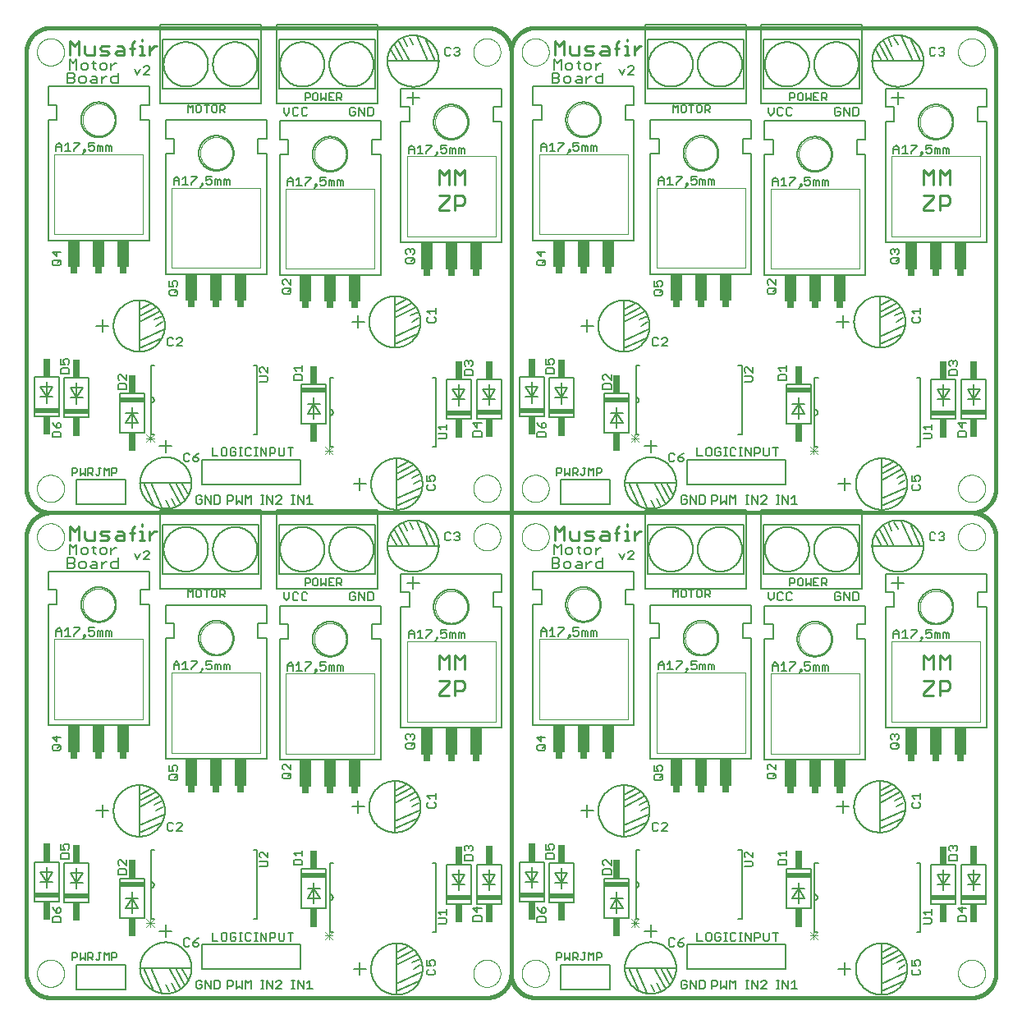
<source format=gto>
G75*
%MOIN*%
%OFA0B0*%
%FSLAX25Y25*%
%IPPOS*%
%LPD*%
%AMOC8*
5,1,8,0,0,1.08239X$1,22.5*
%
%ADD10C,0.00600*%
%ADD11C,0.01000*%
%ADD12C,0.00800*%
%ADD13C,0.01100*%
%ADD14C,0.00000*%
%ADD15C,0.00500*%
%ADD16C,0.01600*%
%ADD17R,0.10000X0.02000*%
%ADD18R,0.03000X0.07500*%
%ADD19C,0.00200*%
%ADD20R,0.03000X0.02500*%
%ADD21R,0.05000X0.11000*%
%ADD22C,0.00300*%
D10*
X0108869Y0085606D02*
X0118869Y0085606D01*
X0118869Y0101606D01*
X0108869Y0101606D01*
X0108869Y0085606D01*
X0113869Y0091106D02*
X0113869Y0093606D01*
X0116369Y0093606D01*
X0113869Y0093606D02*
X0116369Y0097606D01*
X0111369Y0097606D01*
X0113869Y0093606D01*
X0111369Y0093606D01*
X0113869Y0093606D02*
X0113869Y0099606D01*
X0119552Y0102944D02*
X0119552Y0104645D01*
X0120119Y0105212D01*
X0122388Y0105212D01*
X0122955Y0104645D01*
X0122955Y0102944D01*
X0119552Y0102944D01*
X0121005Y0101144D02*
X0121005Y0085144D01*
X0131005Y0085144D01*
X0131005Y0101144D01*
X0121005Y0101144D01*
X0123505Y0097144D02*
X0126005Y0093144D01*
X0128505Y0093144D01*
X0126005Y0093144D02*
X0128505Y0097144D01*
X0123505Y0097144D01*
X0126005Y0099144D02*
X0126005Y0093144D01*
X0123505Y0093144D01*
X0126005Y0093144D02*
X0126005Y0090644D01*
X0119002Y0083108D02*
X0118435Y0083108D01*
X0117868Y0082541D01*
X0117868Y0080839D01*
X0119002Y0080839D01*
X0119569Y0081407D01*
X0119569Y0082541D01*
X0119002Y0083108D01*
X0116734Y0081974D02*
X0116166Y0083108D01*
X0116734Y0081974D02*
X0117868Y0080839D01*
X0119002Y0079425D02*
X0116734Y0079425D01*
X0116166Y0078858D01*
X0116166Y0077156D01*
X0119569Y0077156D01*
X0119569Y0078858D01*
X0119002Y0079425D01*
X0143505Y0078894D02*
X0153505Y0078894D01*
X0153505Y0094894D01*
X0143505Y0094894D01*
X0143505Y0078894D01*
X0146005Y0082894D02*
X0148505Y0086894D01*
X0146005Y0086894D01*
X0148505Y0086894D02*
X0148505Y0080894D01*
X0151005Y0082894D02*
X0146005Y0082894D01*
X0148505Y0086894D02*
X0148505Y0089394D01*
X0148505Y0086894D02*
X0151005Y0086894D01*
X0148505Y0086894D02*
X0151005Y0082894D01*
X0156218Y0078317D02*
X0157518Y0078317D01*
X0156218Y0078317D02*
X0156218Y0091117D01*
X0156218Y0093517D01*
X0156218Y0106317D01*
X0157618Y0106317D01*
X0163516Y0114137D02*
X0164650Y0114137D01*
X0165217Y0114704D01*
X0166632Y0114137D02*
X0168901Y0116405D01*
X0168901Y0116972D01*
X0168333Y0117540D01*
X0167199Y0117540D01*
X0166632Y0116972D01*
X0165217Y0116972D02*
X0164650Y0117540D01*
X0163516Y0117540D01*
X0162949Y0116972D01*
X0162949Y0114704D01*
X0163516Y0114137D01*
X0166632Y0114137D02*
X0168901Y0114137D01*
X0166449Y0134723D02*
X0164180Y0134723D01*
X0163613Y0135290D01*
X0163613Y0136425D01*
X0164180Y0136992D01*
X0166449Y0136992D01*
X0167016Y0136425D01*
X0167016Y0135290D01*
X0166449Y0134723D01*
X0165882Y0135858D02*
X0167016Y0136992D01*
X0166449Y0138406D02*
X0167016Y0138973D01*
X0167016Y0140108D01*
X0166449Y0140675D01*
X0165315Y0140675D01*
X0164748Y0140108D01*
X0164748Y0139541D01*
X0165315Y0138406D01*
X0163613Y0138406D01*
X0163613Y0140675D01*
X0146205Y0102529D02*
X0146205Y0100261D01*
X0143937Y0102529D01*
X0143369Y0102529D01*
X0142802Y0101962D01*
X0142802Y0100828D01*
X0143369Y0100261D01*
X0143369Y0098846D02*
X0142802Y0098279D01*
X0142802Y0096577D01*
X0146205Y0096577D01*
X0146205Y0098279D01*
X0145638Y0098846D01*
X0143369Y0098846D01*
X0156218Y0093517D02*
X0156287Y0093515D01*
X0156355Y0093509D01*
X0156423Y0093499D01*
X0156490Y0093486D01*
X0156556Y0093468D01*
X0156621Y0093447D01*
X0156685Y0093422D01*
X0156747Y0093394D01*
X0156808Y0093362D01*
X0156867Y0093327D01*
X0156923Y0093288D01*
X0156978Y0093246D01*
X0157029Y0093201D01*
X0157079Y0093153D01*
X0157125Y0093103D01*
X0157168Y0093050D01*
X0157209Y0092994D01*
X0157246Y0092937D01*
X0157279Y0092877D01*
X0157310Y0092815D01*
X0157336Y0092752D01*
X0157359Y0092688D01*
X0157379Y0092622D01*
X0157394Y0092555D01*
X0157406Y0092488D01*
X0157414Y0092420D01*
X0157418Y0092351D01*
X0157418Y0092283D01*
X0157414Y0092214D01*
X0157406Y0092146D01*
X0157394Y0092079D01*
X0157379Y0092012D01*
X0157359Y0091946D01*
X0157336Y0091882D01*
X0157310Y0091819D01*
X0157279Y0091757D01*
X0157246Y0091697D01*
X0157209Y0091640D01*
X0157168Y0091584D01*
X0157125Y0091531D01*
X0157079Y0091481D01*
X0157029Y0091433D01*
X0156978Y0091388D01*
X0156923Y0091346D01*
X0156867Y0091307D01*
X0156808Y0091272D01*
X0156747Y0091240D01*
X0156685Y0091212D01*
X0156621Y0091187D01*
X0156556Y0091166D01*
X0156490Y0091148D01*
X0156423Y0091135D01*
X0156355Y0091125D01*
X0156287Y0091119D01*
X0156218Y0091117D01*
X0170179Y0070665D02*
X0169612Y0070097D01*
X0169612Y0067829D01*
X0170179Y0067262D01*
X0171314Y0067262D01*
X0171881Y0067829D01*
X0173295Y0067829D02*
X0173862Y0067262D01*
X0174997Y0067262D01*
X0175564Y0067829D01*
X0175564Y0068396D01*
X0174997Y0068963D01*
X0173295Y0068963D01*
X0173295Y0067829D01*
X0173295Y0068963D02*
X0174430Y0070097D01*
X0175564Y0070665D01*
X0171881Y0070097D02*
X0171314Y0070665D01*
X0170179Y0070665D01*
X0181069Y0069536D02*
X0183338Y0069536D01*
X0184752Y0070103D02*
X0185319Y0069536D01*
X0186454Y0069536D01*
X0187021Y0070103D01*
X0187021Y0072372D01*
X0186454Y0072939D01*
X0185319Y0072939D01*
X0184752Y0072372D01*
X0184752Y0070103D01*
X0188435Y0070103D02*
X0188435Y0072372D01*
X0189002Y0072939D01*
X0190137Y0072939D01*
X0190704Y0072372D01*
X0190704Y0071238D02*
X0189570Y0071238D01*
X0190704Y0071238D02*
X0190704Y0070103D01*
X0190137Y0069536D01*
X0189002Y0069536D01*
X0188435Y0070103D01*
X0192118Y0069536D02*
X0193253Y0069536D01*
X0192685Y0069536D02*
X0192685Y0072939D01*
X0192118Y0072939D02*
X0193253Y0072939D01*
X0194574Y0072372D02*
X0194574Y0070103D01*
X0195141Y0069536D01*
X0196275Y0069536D01*
X0196842Y0070103D01*
X0198257Y0069536D02*
X0199391Y0069536D01*
X0198824Y0069536D02*
X0198824Y0072939D01*
X0198257Y0072939D02*
X0199391Y0072939D01*
X0200712Y0072939D02*
X0202981Y0069536D01*
X0202981Y0072939D01*
X0204395Y0072939D02*
X0204395Y0069536D01*
X0204395Y0070670D02*
X0206097Y0070670D01*
X0206664Y0071238D01*
X0206664Y0072372D01*
X0206097Y0072939D01*
X0204395Y0072939D01*
X0200712Y0072939D02*
X0200712Y0069536D01*
X0196842Y0072372D02*
X0196275Y0072939D01*
X0195141Y0072939D01*
X0194574Y0072372D01*
X0197818Y0078317D02*
X0199218Y0078317D01*
X0199218Y0106317D01*
X0197818Y0106317D01*
X0200265Y0105027D02*
X0200265Y0103892D01*
X0200832Y0103325D01*
X0200265Y0101911D02*
X0203101Y0101911D01*
X0203668Y0101343D01*
X0203668Y0100209D01*
X0203101Y0099642D01*
X0200265Y0099642D01*
X0203668Y0103325D02*
X0201399Y0105594D01*
X0200832Y0105594D01*
X0200265Y0105027D01*
X0203668Y0105594D02*
X0203668Y0103325D01*
X0214052Y0102029D02*
X0214052Y0100327D01*
X0217455Y0100327D01*
X0217455Y0102029D01*
X0216888Y0102596D01*
X0214619Y0102596D01*
X0214052Y0102029D01*
X0215187Y0104011D02*
X0214052Y0105145D01*
X0217455Y0105145D01*
X0217455Y0104011D02*
X0217455Y0106279D01*
X0217255Y0098644D02*
X0227255Y0098644D01*
X0227255Y0082644D01*
X0217255Y0082644D01*
X0217255Y0098644D01*
X0222255Y0093144D02*
X0222255Y0090644D01*
X0219755Y0090644D01*
X0222255Y0090644D02*
X0224755Y0090644D01*
X0222255Y0090644D02*
X0224755Y0086644D01*
X0219755Y0086644D01*
X0222255Y0090644D01*
X0222255Y0084644D01*
X0228856Y0086078D02*
X0228856Y0088478D01*
X0228856Y0101278D01*
X0230256Y0101278D01*
X0228856Y0088478D02*
X0228925Y0088476D01*
X0228993Y0088470D01*
X0229061Y0088460D01*
X0229128Y0088447D01*
X0229194Y0088429D01*
X0229259Y0088408D01*
X0229323Y0088383D01*
X0229385Y0088355D01*
X0229446Y0088323D01*
X0229505Y0088288D01*
X0229561Y0088249D01*
X0229616Y0088207D01*
X0229667Y0088162D01*
X0229717Y0088114D01*
X0229763Y0088064D01*
X0229806Y0088011D01*
X0229847Y0087955D01*
X0229884Y0087898D01*
X0229917Y0087838D01*
X0229948Y0087776D01*
X0229974Y0087713D01*
X0229997Y0087649D01*
X0230017Y0087583D01*
X0230032Y0087516D01*
X0230044Y0087449D01*
X0230052Y0087381D01*
X0230056Y0087312D01*
X0230056Y0087244D01*
X0230052Y0087175D01*
X0230044Y0087107D01*
X0230032Y0087040D01*
X0230017Y0086973D01*
X0229997Y0086907D01*
X0229974Y0086843D01*
X0229948Y0086780D01*
X0229917Y0086718D01*
X0229884Y0086658D01*
X0229847Y0086601D01*
X0229806Y0086545D01*
X0229763Y0086492D01*
X0229717Y0086442D01*
X0229667Y0086394D01*
X0229616Y0086349D01*
X0229561Y0086307D01*
X0229505Y0086268D01*
X0229446Y0086233D01*
X0229385Y0086201D01*
X0229323Y0086173D01*
X0229259Y0086148D01*
X0229194Y0086127D01*
X0229128Y0086109D01*
X0229061Y0086096D01*
X0228993Y0086086D01*
X0228925Y0086080D01*
X0228856Y0086078D01*
X0228856Y0073278D01*
X0230156Y0073278D01*
X0214030Y0072939D02*
X0211762Y0072939D01*
X0212896Y0072939D02*
X0212896Y0069536D01*
X0210347Y0070103D02*
X0210347Y0072939D01*
X0208079Y0072939D02*
X0208079Y0070103D01*
X0208646Y0069536D01*
X0209780Y0069536D01*
X0210347Y0070103D01*
X0208702Y0053510D02*
X0207568Y0053510D01*
X0207001Y0052943D01*
X0205586Y0053510D02*
X0205586Y0050107D01*
X0203318Y0053510D01*
X0203318Y0050107D01*
X0201997Y0050107D02*
X0200862Y0050107D01*
X0201429Y0050107D02*
X0201429Y0053510D01*
X0200862Y0053510D02*
X0201997Y0053510D01*
X0196747Y0053510D02*
X0196747Y0050107D01*
X0194478Y0050107D02*
X0194478Y0053510D01*
X0195613Y0052376D01*
X0196747Y0053510D01*
X0193064Y0053510D02*
X0193064Y0050107D01*
X0191930Y0051241D01*
X0190795Y0050107D01*
X0190795Y0053510D01*
X0189381Y0052943D02*
X0189381Y0051809D01*
X0188814Y0051241D01*
X0187112Y0051241D01*
X0187112Y0050107D02*
X0187112Y0053510D01*
X0188814Y0053510D01*
X0189381Y0052943D01*
X0184247Y0052943D02*
X0183680Y0053510D01*
X0181978Y0053510D01*
X0181978Y0050107D01*
X0183680Y0050107D01*
X0184247Y0050674D01*
X0184247Y0052943D01*
X0180564Y0053510D02*
X0180564Y0050107D01*
X0178295Y0053510D01*
X0178295Y0050107D01*
X0176881Y0050674D02*
X0176881Y0051809D01*
X0175747Y0051809D01*
X0176881Y0052943D02*
X0176314Y0053510D01*
X0175179Y0053510D01*
X0174612Y0052943D01*
X0174612Y0050674D01*
X0175179Y0050107D01*
X0176314Y0050107D01*
X0176881Y0050674D01*
X0181069Y0069536D02*
X0181069Y0072939D01*
X0207001Y0050107D02*
X0209269Y0052376D01*
X0209269Y0052943D01*
X0208702Y0053510D01*
X0209269Y0050107D02*
X0207001Y0050107D01*
X0213362Y0050107D02*
X0214497Y0050107D01*
X0213929Y0050107D02*
X0213929Y0053510D01*
X0213362Y0053510D02*
X0214497Y0053510D01*
X0215818Y0053510D02*
X0218086Y0050107D01*
X0218086Y0053510D01*
X0219501Y0052376D02*
X0220635Y0053510D01*
X0220635Y0050107D01*
X0219501Y0050107D02*
X0221769Y0050107D01*
X0215818Y0050107D02*
X0215818Y0053510D01*
X0268196Y0056251D02*
X0268763Y0055684D01*
X0271032Y0055684D01*
X0271599Y0056251D01*
X0271599Y0057385D01*
X0271032Y0057952D01*
X0271032Y0059367D02*
X0271599Y0059934D01*
X0271599Y0061068D01*
X0271032Y0061635D01*
X0269897Y0061635D01*
X0269330Y0061068D01*
X0269330Y0060501D01*
X0269897Y0059367D01*
X0268196Y0059367D01*
X0268196Y0061635D01*
X0268763Y0057952D02*
X0268196Y0057385D01*
X0268196Y0056251D01*
X0270456Y0073278D02*
X0271856Y0073278D01*
X0271856Y0101278D01*
X0270456Y0101278D01*
X0276143Y0100494D02*
X0276143Y0084494D01*
X0286143Y0084494D01*
X0286143Y0100494D01*
X0276143Y0100494D01*
X0278643Y0096494D02*
X0281143Y0092494D01*
X0283643Y0092494D01*
X0281143Y0092494D02*
X0278643Y0092494D01*
X0281143Y0092494D02*
X0281143Y0098494D01*
X0283643Y0096494D02*
X0281143Y0092494D01*
X0281143Y0089994D01*
X0278643Y0096494D02*
X0283643Y0096494D01*
X0283440Y0102294D02*
X0283440Y0103996D01*
X0284007Y0104563D01*
X0286276Y0104563D01*
X0286843Y0103996D01*
X0286843Y0102294D01*
X0283440Y0102294D01*
X0284007Y0105977D02*
X0283440Y0106544D01*
X0283440Y0107679D01*
X0284007Y0108246D01*
X0284574Y0108246D01*
X0285141Y0107679D01*
X0285709Y0108246D01*
X0286276Y0108246D01*
X0286843Y0107679D01*
X0286843Y0106544D01*
X0286276Y0105977D01*
X0285141Y0107112D02*
X0285141Y0107679D01*
X0288446Y0100632D02*
X0288446Y0084632D01*
X0298446Y0084632D01*
X0298446Y0100632D01*
X0288446Y0100632D01*
X0290946Y0096632D02*
X0293446Y0092632D01*
X0295946Y0092632D01*
X0293446Y0092632D02*
X0290946Y0092632D01*
X0293446Y0092632D02*
X0293446Y0098632D01*
X0290946Y0096632D02*
X0295946Y0096632D01*
X0293446Y0092632D01*
X0293446Y0090132D01*
X0290396Y0082816D02*
X0286993Y0082816D01*
X0288695Y0081115D01*
X0288695Y0083384D01*
X0289829Y0079701D02*
X0287560Y0079701D01*
X0286993Y0079133D01*
X0286993Y0077432D01*
X0290396Y0077432D01*
X0290396Y0079133D01*
X0289829Y0079701D01*
X0276305Y0080161D02*
X0276305Y0082429D01*
X0276305Y0081295D02*
X0272903Y0081295D01*
X0274037Y0080161D01*
X0272903Y0078746D02*
X0275738Y0078746D01*
X0276305Y0078179D01*
X0276305Y0077045D01*
X0275738Y0076478D01*
X0272903Y0076478D01*
X0305720Y0085606D02*
X0315720Y0085606D01*
X0315720Y0101606D01*
X0305720Y0101606D01*
X0305720Y0085606D01*
X0310720Y0091106D02*
X0310720Y0093606D01*
X0313220Y0093606D01*
X0310720Y0093606D02*
X0313220Y0097606D01*
X0308220Y0097606D01*
X0310720Y0093606D01*
X0308220Y0093606D01*
X0310720Y0093606D02*
X0310720Y0099606D01*
X0316403Y0102944D02*
X0316403Y0104645D01*
X0316970Y0105212D01*
X0319238Y0105212D01*
X0319805Y0104645D01*
X0319805Y0102944D01*
X0316403Y0102944D01*
X0317856Y0101144D02*
X0317856Y0085144D01*
X0327856Y0085144D01*
X0327856Y0101144D01*
X0317856Y0101144D01*
X0320356Y0097144D02*
X0322856Y0093144D01*
X0325356Y0093144D01*
X0322856Y0093144D02*
X0325356Y0097144D01*
X0320356Y0097144D01*
X0322856Y0099144D02*
X0322856Y0093144D01*
X0320356Y0093144D01*
X0322856Y0093144D02*
X0322856Y0090644D01*
X0315853Y0083108D02*
X0315285Y0083108D01*
X0314718Y0082541D01*
X0314718Y0080839D01*
X0315853Y0080839D01*
X0316420Y0081407D01*
X0316420Y0082541D01*
X0315853Y0083108D01*
X0313584Y0081974D02*
X0314718Y0080839D01*
X0313584Y0081974D02*
X0313017Y0083108D01*
X0313584Y0079425D02*
X0313017Y0078858D01*
X0313017Y0077156D01*
X0316420Y0077156D01*
X0316420Y0078858D01*
X0315853Y0079425D01*
X0313584Y0079425D01*
X0339653Y0096577D02*
X0339653Y0098279D01*
X0340220Y0098846D01*
X0342488Y0098846D01*
X0343055Y0098279D01*
X0343055Y0096577D01*
X0339653Y0096577D01*
X0340356Y0094894D02*
X0350356Y0094894D01*
X0350356Y0078894D01*
X0340356Y0078894D01*
X0340356Y0094894D01*
X0340220Y0100261D02*
X0339653Y0100828D01*
X0339653Y0101962D01*
X0340220Y0102529D01*
X0340787Y0102529D01*
X0343055Y0100261D01*
X0343055Y0102529D01*
X0353068Y0106317D02*
X0353068Y0093517D01*
X0353068Y0091117D01*
X0353068Y0078317D01*
X0354368Y0078317D01*
X0347856Y0082894D02*
X0345356Y0086894D01*
X0342856Y0086894D01*
X0345356Y0086894D02*
X0347856Y0086894D01*
X0345356Y0086894D02*
X0345356Y0080894D01*
X0347856Y0082894D02*
X0342856Y0082894D01*
X0345356Y0086894D01*
X0345356Y0089394D01*
X0353068Y0091117D02*
X0353137Y0091119D01*
X0353205Y0091125D01*
X0353273Y0091135D01*
X0353340Y0091148D01*
X0353406Y0091166D01*
X0353471Y0091187D01*
X0353535Y0091212D01*
X0353597Y0091240D01*
X0353658Y0091272D01*
X0353717Y0091307D01*
X0353773Y0091346D01*
X0353828Y0091388D01*
X0353879Y0091433D01*
X0353929Y0091481D01*
X0353975Y0091531D01*
X0354018Y0091584D01*
X0354059Y0091640D01*
X0354096Y0091697D01*
X0354129Y0091757D01*
X0354160Y0091819D01*
X0354186Y0091882D01*
X0354209Y0091946D01*
X0354229Y0092012D01*
X0354244Y0092079D01*
X0354256Y0092146D01*
X0354264Y0092214D01*
X0354268Y0092283D01*
X0354268Y0092351D01*
X0354264Y0092420D01*
X0354256Y0092488D01*
X0354244Y0092555D01*
X0354229Y0092622D01*
X0354209Y0092688D01*
X0354186Y0092752D01*
X0354160Y0092815D01*
X0354129Y0092877D01*
X0354096Y0092937D01*
X0354059Y0092994D01*
X0354018Y0093050D01*
X0353975Y0093103D01*
X0353929Y0093153D01*
X0353879Y0093201D01*
X0353828Y0093246D01*
X0353773Y0093288D01*
X0353717Y0093327D01*
X0353658Y0093362D01*
X0353597Y0093394D01*
X0353535Y0093422D01*
X0353471Y0093447D01*
X0353406Y0093468D01*
X0353340Y0093486D01*
X0353273Y0093499D01*
X0353205Y0093509D01*
X0353137Y0093515D01*
X0353068Y0093517D01*
X0353068Y0106317D02*
X0354468Y0106317D01*
X0360366Y0114137D02*
X0361501Y0114137D01*
X0362068Y0114704D01*
X0363482Y0114137D02*
X0365751Y0116405D01*
X0365751Y0116972D01*
X0365184Y0117540D01*
X0364049Y0117540D01*
X0363482Y0116972D01*
X0362068Y0116972D02*
X0361501Y0117540D01*
X0360366Y0117540D01*
X0359799Y0116972D01*
X0359799Y0114704D01*
X0360366Y0114137D01*
X0363482Y0114137D02*
X0365751Y0114137D01*
X0363299Y0134723D02*
X0361031Y0134723D01*
X0360464Y0135290D01*
X0360464Y0136425D01*
X0361031Y0136992D01*
X0363299Y0136992D01*
X0363866Y0136425D01*
X0363866Y0135290D01*
X0363299Y0134723D01*
X0362732Y0135858D02*
X0363866Y0136992D01*
X0363299Y0138406D02*
X0363866Y0138973D01*
X0363866Y0140108D01*
X0363299Y0140675D01*
X0362165Y0140675D01*
X0361598Y0140108D01*
X0361598Y0139541D01*
X0362165Y0138406D01*
X0360464Y0138406D01*
X0360464Y0140675D01*
X0394668Y0106317D02*
X0396068Y0106317D01*
X0396068Y0078317D01*
X0394668Y0078317D01*
X0395107Y0072939D02*
X0396242Y0072939D01*
X0395674Y0072939D02*
X0395674Y0069536D01*
X0395107Y0069536D02*
X0396242Y0069536D01*
X0397563Y0069536D02*
X0397563Y0072939D01*
X0399831Y0069536D01*
X0399831Y0072939D01*
X0401246Y0072939D02*
X0401246Y0069536D01*
X0401246Y0070670D02*
X0402947Y0070670D01*
X0403514Y0071238D01*
X0403514Y0072372D01*
X0402947Y0072939D01*
X0401246Y0072939D01*
X0404929Y0072939D02*
X0404929Y0070103D01*
X0405496Y0069536D01*
X0406630Y0069536D01*
X0407198Y0070103D01*
X0407198Y0072939D01*
X0408612Y0072939D02*
X0410881Y0072939D01*
X0409746Y0072939D02*
X0409746Y0069536D01*
X0414106Y0082644D02*
X0424106Y0082644D01*
X0424106Y0098644D01*
X0414106Y0098644D01*
X0414106Y0082644D01*
X0416606Y0086644D02*
X0419106Y0090644D01*
X0416606Y0090644D01*
X0419106Y0090644D02*
X0421606Y0086644D01*
X0416606Y0086644D01*
X0419106Y0084644D02*
X0419106Y0090644D01*
X0421606Y0090644D01*
X0419106Y0090644D02*
X0419106Y0093144D01*
X0425706Y0088478D02*
X0425706Y0086078D01*
X0425706Y0073278D01*
X0427006Y0073278D01*
X0425706Y0086078D02*
X0425775Y0086080D01*
X0425843Y0086086D01*
X0425911Y0086096D01*
X0425978Y0086109D01*
X0426044Y0086127D01*
X0426109Y0086148D01*
X0426173Y0086173D01*
X0426235Y0086201D01*
X0426296Y0086233D01*
X0426355Y0086268D01*
X0426411Y0086307D01*
X0426466Y0086349D01*
X0426517Y0086394D01*
X0426567Y0086442D01*
X0426613Y0086492D01*
X0426656Y0086545D01*
X0426697Y0086601D01*
X0426734Y0086658D01*
X0426767Y0086718D01*
X0426798Y0086780D01*
X0426824Y0086843D01*
X0426847Y0086907D01*
X0426867Y0086973D01*
X0426882Y0087040D01*
X0426894Y0087107D01*
X0426902Y0087175D01*
X0426906Y0087244D01*
X0426906Y0087312D01*
X0426902Y0087381D01*
X0426894Y0087449D01*
X0426882Y0087516D01*
X0426867Y0087583D01*
X0426847Y0087649D01*
X0426824Y0087713D01*
X0426798Y0087776D01*
X0426767Y0087838D01*
X0426734Y0087898D01*
X0426697Y0087955D01*
X0426656Y0088011D01*
X0426613Y0088064D01*
X0426567Y0088114D01*
X0426517Y0088162D01*
X0426466Y0088207D01*
X0426411Y0088249D01*
X0426355Y0088288D01*
X0426296Y0088323D01*
X0426235Y0088355D01*
X0426173Y0088383D01*
X0426109Y0088408D01*
X0426044Y0088429D01*
X0425978Y0088447D01*
X0425911Y0088460D01*
X0425843Y0088470D01*
X0425775Y0088476D01*
X0425706Y0088478D01*
X0425706Y0101278D01*
X0427106Y0101278D01*
X0414305Y0102029D02*
X0413738Y0102596D01*
X0411470Y0102596D01*
X0410903Y0102029D01*
X0410903Y0100327D01*
X0414305Y0100327D01*
X0414305Y0102029D01*
X0414305Y0104011D02*
X0414305Y0106279D01*
X0414305Y0105145D02*
X0410903Y0105145D01*
X0412037Y0104011D01*
X0400518Y0103325D02*
X0398249Y0105594D01*
X0397682Y0105594D01*
X0397115Y0105027D01*
X0397115Y0103892D01*
X0397682Y0103325D01*
X0397115Y0101911D02*
X0399951Y0101911D01*
X0400518Y0101343D01*
X0400518Y0100209D01*
X0399951Y0099642D01*
X0397115Y0099642D01*
X0400518Y0103325D02*
X0400518Y0105594D01*
X0407015Y0135310D02*
X0406448Y0135877D01*
X0406448Y0137011D01*
X0407015Y0137578D01*
X0409284Y0137578D01*
X0409851Y0137011D01*
X0409851Y0135877D01*
X0409284Y0135310D01*
X0407015Y0135310D01*
X0408716Y0136444D02*
X0409851Y0137578D01*
X0409851Y0138993D02*
X0407582Y0141261D01*
X0407015Y0141261D01*
X0406448Y0140694D01*
X0406448Y0139560D01*
X0407015Y0138993D01*
X0409851Y0138993D02*
X0409851Y0141261D01*
X0456536Y0148164D02*
X0456536Y0149299D01*
X0457104Y0149866D01*
X0459372Y0149866D01*
X0459939Y0149299D01*
X0459939Y0148164D01*
X0459372Y0147597D01*
X0457104Y0147597D01*
X0456536Y0148164D01*
X0458805Y0148731D02*
X0459939Y0149866D01*
X0459372Y0151280D02*
X0459939Y0151847D01*
X0459939Y0152982D01*
X0459372Y0153549D01*
X0458805Y0153549D01*
X0458238Y0152982D01*
X0458238Y0152415D01*
X0458238Y0152982D02*
X0457671Y0153549D01*
X0457104Y0153549D01*
X0456536Y0152982D01*
X0456536Y0151847D01*
X0457104Y0151280D01*
X0465162Y0128379D02*
X0468565Y0128379D01*
X0468565Y0127245D02*
X0468565Y0129514D01*
X0466297Y0127245D02*
X0465162Y0128379D01*
X0465730Y0125830D02*
X0465162Y0125263D01*
X0465162Y0124129D01*
X0465730Y0123562D01*
X0467998Y0123562D01*
X0468565Y0124129D01*
X0468565Y0125263D01*
X0467998Y0125830D01*
X0480858Y0108246D02*
X0481425Y0108246D01*
X0481992Y0107679D01*
X0482559Y0108246D01*
X0483126Y0108246D01*
X0483693Y0107679D01*
X0483693Y0106544D01*
X0483126Y0105977D01*
X0483126Y0104563D02*
X0480858Y0104563D01*
X0480290Y0103996D01*
X0480290Y0102294D01*
X0483693Y0102294D01*
X0483693Y0103996D01*
X0483126Y0104563D01*
X0480858Y0105977D02*
X0480290Y0106544D01*
X0480290Y0107679D01*
X0480858Y0108246D01*
X0481992Y0107679D02*
X0481992Y0107112D01*
X0482993Y0100494D02*
X0472993Y0100494D01*
X0472993Y0084494D01*
X0482993Y0084494D01*
X0482993Y0100494D01*
X0485296Y0100632D02*
X0485296Y0084632D01*
X0495296Y0084632D01*
X0495296Y0100632D01*
X0485296Y0100632D01*
X0487796Y0096632D02*
X0490296Y0092632D01*
X0492796Y0092632D01*
X0490296Y0092632D02*
X0487796Y0092632D01*
X0490296Y0092632D02*
X0490296Y0098632D01*
X0487796Y0096632D02*
X0492796Y0096632D01*
X0490296Y0092632D01*
X0490296Y0090132D01*
X0487246Y0082816D02*
X0483844Y0082816D01*
X0485545Y0081115D01*
X0485545Y0083384D01*
X0484411Y0079701D02*
X0483844Y0079133D01*
X0483844Y0077432D01*
X0487246Y0077432D01*
X0487246Y0079133D01*
X0486679Y0079701D01*
X0484411Y0079701D01*
X0473156Y0080161D02*
X0473156Y0082429D01*
X0473156Y0081295D02*
X0469753Y0081295D01*
X0470887Y0080161D01*
X0469753Y0078746D02*
X0472589Y0078746D01*
X0473156Y0078179D01*
X0473156Y0077045D01*
X0472589Y0076478D01*
X0469753Y0076478D01*
X0468706Y0073278D02*
X0468706Y0101278D01*
X0467306Y0101278D01*
X0475493Y0096494D02*
X0477993Y0092494D01*
X0480493Y0092494D01*
X0477993Y0092494D02*
X0475493Y0092494D01*
X0477993Y0092494D02*
X0477993Y0098494D01*
X0475493Y0096494D02*
X0480493Y0096494D01*
X0477993Y0092494D01*
X0477993Y0089994D01*
X0468706Y0073278D02*
X0467306Y0073278D01*
X0466748Y0061635D02*
X0466181Y0061068D01*
X0466181Y0060501D01*
X0466748Y0059367D01*
X0465046Y0059367D01*
X0465046Y0061635D01*
X0466748Y0061635D02*
X0467882Y0061635D01*
X0468449Y0061068D01*
X0468449Y0059934D01*
X0467882Y0059367D01*
X0467882Y0057952D02*
X0468449Y0057385D01*
X0468449Y0056251D01*
X0467882Y0055684D01*
X0465613Y0055684D01*
X0465046Y0056251D01*
X0465046Y0057385D01*
X0465613Y0057952D01*
X0418620Y0050107D02*
X0416351Y0050107D01*
X0417485Y0050107D02*
X0417485Y0053510D01*
X0416351Y0052376D01*
X0414937Y0053510D02*
X0414937Y0050107D01*
X0412668Y0053510D01*
X0412668Y0050107D01*
X0411347Y0050107D02*
X0410213Y0050107D01*
X0410780Y0050107D02*
X0410780Y0053510D01*
X0410213Y0053510D02*
X0411347Y0053510D01*
X0406120Y0052943D02*
X0405553Y0053510D01*
X0404418Y0053510D01*
X0403851Y0052943D01*
X0402437Y0053510D02*
X0402437Y0050107D01*
X0400168Y0053510D01*
X0400168Y0050107D01*
X0398847Y0050107D02*
X0397713Y0050107D01*
X0398280Y0050107D02*
X0398280Y0053510D01*
X0397713Y0053510D02*
X0398847Y0053510D01*
X0393597Y0053510D02*
X0393597Y0050107D01*
X0391329Y0050107D02*
X0391329Y0053510D01*
X0392463Y0052376D01*
X0393597Y0053510D01*
X0389914Y0053510D02*
X0389914Y0050107D01*
X0388780Y0051241D01*
X0387646Y0050107D01*
X0387646Y0053510D01*
X0386231Y0052943D02*
X0386231Y0051809D01*
X0385664Y0051241D01*
X0383963Y0051241D01*
X0383963Y0050107D02*
X0383963Y0053510D01*
X0385664Y0053510D01*
X0386231Y0052943D01*
X0381097Y0052943D02*
X0380530Y0053510D01*
X0378829Y0053510D01*
X0378829Y0050107D01*
X0380530Y0050107D01*
X0381097Y0050674D01*
X0381097Y0052943D01*
X0377414Y0053510D02*
X0377414Y0050107D01*
X0375146Y0053510D01*
X0375146Y0050107D01*
X0373731Y0050674D02*
X0373731Y0051809D01*
X0372597Y0051809D01*
X0373731Y0052943D02*
X0373164Y0053510D01*
X0372030Y0053510D01*
X0371463Y0052943D01*
X0371463Y0050674D01*
X0372030Y0050107D01*
X0373164Y0050107D01*
X0373731Y0050674D01*
X0371847Y0067262D02*
X0372414Y0067829D01*
X0372414Y0068396D01*
X0371847Y0068963D01*
X0370146Y0068963D01*
X0370146Y0067829D01*
X0370713Y0067262D01*
X0371847Y0067262D01*
X0370146Y0068963D02*
X0371280Y0070097D01*
X0372414Y0070665D01*
X0368731Y0070097D02*
X0368164Y0070665D01*
X0367030Y0070665D01*
X0366463Y0070097D01*
X0366463Y0067829D01*
X0367030Y0067262D01*
X0368164Y0067262D01*
X0368731Y0067829D01*
X0377919Y0069536D02*
X0377919Y0072939D01*
X0377919Y0069536D02*
X0380188Y0069536D01*
X0381602Y0070103D02*
X0382170Y0069536D01*
X0383304Y0069536D01*
X0383871Y0070103D01*
X0383871Y0072372D01*
X0383304Y0072939D01*
X0382170Y0072939D01*
X0381602Y0072372D01*
X0381602Y0070103D01*
X0385286Y0070103D02*
X0385286Y0072372D01*
X0385853Y0072939D01*
X0386987Y0072939D01*
X0387554Y0072372D01*
X0387554Y0071238D02*
X0386420Y0071238D01*
X0387554Y0071238D02*
X0387554Y0070103D01*
X0386987Y0069536D01*
X0385853Y0069536D01*
X0385286Y0070103D01*
X0388969Y0069536D02*
X0390103Y0069536D01*
X0389536Y0069536D02*
X0389536Y0072939D01*
X0388969Y0072939D02*
X0390103Y0072939D01*
X0391424Y0072372D02*
X0391424Y0070103D01*
X0391991Y0069536D01*
X0393126Y0069536D01*
X0393693Y0070103D01*
X0393693Y0072372D02*
X0393126Y0072939D01*
X0391991Y0072939D01*
X0391424Y0072372D01*
X0406120Y0052943D02*
X0406120Y0052376D01*
X0403851Y0050107D01*
X0406120Y0050107D01*
X0319805Y0107194D02*
X0319238Y0106627D01*
X0319805Y0107194D02*
X0319805Y0108328D01*
X0319238Y0108895D01*
X0318104Y0108895D01*
X0317537Y0108328D01*
X0317537Y0107761D01*
X0318104Y0106627D01*
X0316403Y0106627D01*
X0316403Y0108895D01*
X0315780Y0146786D02*
X0316347Y0147353D01*
X0316347Y0148488D01*
X0315780Y0149055D01*
X0313511Y0149055D01*
X0312944Y0148488D01*
X0312944Y0147353D01*
X0313511Y0146786D01*
X0315780Y0146786D01*
X0315213Y0147920D02*
X0316347Y0149055D01*
X0314645Y0150469D02*
X0314645Y0152738D01*
X0312944Y0152171D02*
X0314645Y0150469D01*
X0316347Y0152171D02*
X0312944Y0152171D01*
X0271715Y0129514D02*
X0271715Y0127245D01*
X0271715Y0128379D02*
X0268312Y0128379D01*
X0269446Y0127245D01*
X0268879Y0125830D02*
X0268312Y0125263D01*
X0268312Y0124129D01*
X0268879Y0123562D01*
X0271148Y0123562D01*
X0271715Y0124129D01*
X0271715Y0125263D01*
X0271148Y0125830D01*
X0262522Y0147597D02*
X0263089Y0148164D01*
X0263089Y0149299D01*
X0262522Y0149866D01*
X0260253Y0149866D01*
X0259686Y0149299D01*
X0259686Y0148164D01*
X0260253Y0147597D01*
X0262522Y0147597D01*
X0261955Y0148731D02*
X0263089Y0149866D01*
X0262522Y0151280D02*
X0263089Y0151847D01*
X0263089Y0152982D01*
X0262522Y0153549D01*
X0261955Y0153549D01*
X0261388Y0152982D01*
X0261388Y0152415D01*
X0261388Y0152982D02*
X0260820Y0153549D01*
X0260253Y0153549D01*
X0259686Y0152982D01*
X0259686Y0151847D01*
X0260253Y0151280D01*
X0213000Y0141261D02*
X0213000Y0138993D01*
X0210732Y0141261D01*
X0210165Y0141261D01*
X0209598Y0140694D01*
X0209598Y0139560D01*
X0210165Y0138993D01*
X0210165Y0137578D02*
X0212433Y0137578D01*
X0213000Y0137011D01*
X0213000Y0135877D01*
X0212433Y0135310D01*
X0210165Y0135310D01*
X0209598Y0135877D01*
X0209598Y0137011D01*
X0210165Y0137578D01*
X0211866Y0136444D02*
X0213000Y0137578D01*
X0214305Y0207656D02*
X0213738Y0208223D01*
X0213738Y0210492D01*
X0214305Y0211059D01*
X0215440Y0211059D01*
X0216007Y0210492D01*
X0217421Y0210492D02*
X0217421Y0208223D01*
X0217989Y0207656D01*
X0219123Y0207656D01*
X0219690Y0208223D01*
X0219690Y0210492D02*
X0219123Y0211059D01*
X0217989Y0211059D01*
X0217421Y0210492D01*
X0216007Y0208223D02*
X0215440Y0207656D01*
X0214305Y0207656D01*
X0212324Y0208791D02*
X0212324Y0211059D01*
X0212324Y0208791D02*
X0211189Y0207656D01*
X0210055Y0208791D01*
X0210055Y0211059D01*
X0236930Y0210492D02*
X0236930Y0208223D01*
X0237497Y0207656D01*
X0238632Y0207656D01*
X0239199Y0208223D01*
X0239199Y0209358D01*
X0238064Y0209358D01*
X0236930Y0210492D02*
X0237497Y0211059D01*
X0238632Y0211059D01*
X0239199Y0210492D01*
X0240613Y0211059D02*
X0242882Y0207656D01*
X0242882Y0211059D01*
X0244296Y0211059D02*
X0245998Y0211059D01*
X0246565Y0210492D01*
X0246565Y0208223D01*
X0245998Y0207656D01*
X0244296Y0207656D01*
X0244296Y0211059D01*
X0240613Y0211059D02*
X0240613Y0207656D01*
X0275543Y0232595D02*
X0276110Y0232028D01*
X0277245Y0232028D01*
X0277812Y0232595D01*
X0279226Y0232595D02*
X0279793Y0232028D01*
X0280928Y0232028D01*
X0281495Y0232595D01*
X0281495Y0233163D01*
X0280928Y0233730D01*
X0280361Y0233730D01*
X0280928Y0233730D02*
X0281495Y0234297D01*
X0281495Y0234864D01*
X0280928Y0235431D01*
X0279793Y0235431D01*
X0279226Y0234864D01*
X0277812Y0234864D02*
X0277245Y0235431D01*
X0276110Y0235431D01*
X0275543Y0234864D01*
X0275543Y0232595D01*
X0271032Y0252534D02*
X0268763Y0252534D01*
X0268196Y0253101D01*
X0268196Y0254236D01*
X0268763Y0254803D01*
X0268196Y0256217D02*
X0269897Y0256217D01*
X0269330Y0257352D01*
X0269330Y0257919D01*
X0269897Y0258486D01*
X0271032Y0258486D01*
X0271599Y0257919D01*
X0271599Y0256784D01*
X0271032Y0256217D01*
X0271032Y0254803D02*
X0271599Y0254236D01*
X0271599Y0253101D01*
X0271032Y0252534D01*
X0268196Y0256217D02*
X0268196Y0258486D01*
X0270456Y0270128D02*
X0271856Y0270128D01*
X0271856Y0298128D01*
X0270456Y0298128D01*
X0276143Y0297344D02*
X0276143Y0281344D01*
X0286143Y0281344D01*
X0286143Y0297344D01*
X0276143Y0297344D01*
X0278643Y0293344D02*
X0281143Y0289344D01*
X0283643Y0289344D01*
X0281143Y0289344D02*
X0278643Y0289344D01*
X0281143Y0289344D02*
X0281143Y0295344D01*
X0283643Y0293344D02*
X0281143Y0289344D01*
X0281143Y0286844D01*
X0278643Y0293344D02*
X0283643Y0293344D01*
X0283440Y0299144D02*
X0283440Y0300846D01*
X0284007Y0301413D01*
X0286276Y0301413D01*
X0286843Y0300846D01*
X0286843Y0299144D01*
X0283440Y0299144D01*
X0284007Y0302828D02*
X0283440Y0303395D01*
X0283440Y0304529D01*
X0284007Y0305096D01*
X0284574Y0305096D01*
X0285141Y0304529D01*
X0285709Y0305096D01*
X0286276Y0305096D01*
X0286843Y0304529D01*
X0286843Y0303395D01*
X0286276Y0302828D01*
X0285141Y0303962D02*
X0285141Y0304529D01*
X0288446Y0297482D02*
X0288446Y0281482D01*
X0298446Y0281482D01*
X0298446Y0297482D01*
X0288446Y0297482D01*
X0290946Y0293482D02*
X0293446Y0289482D01*
X0295946Y0289482D01*
X0293446Y0289482D02*
X0290946Y0289482D01*
X0293446Y0289482D02*
X0293446Y0295482D01*
X0290946Y0293482D02*
X0295946Y0293482D01*
X0293446Y0289482D01*
X0293446Y0286982D01*
X0288695Y0280234D02*
X0288695Y0277965D01*
X0286993Y0279667D01*
X0290396Y0279667D01*
X0289829Y0276551D02*
X0287560Y0276551D01*
X0286993Y0275984D01*
X0286993Y0274282D01*
X0290396Y0274282D01*
X0290396Y0275984D01*
X0289829Y0276551D01*
X0276305Y0277011D02*
X0276305Y0279280D01*
X0276305Y0278145D02*
X0272903Y0278145D01*
X0274037Y0277011D01*
X0272903Y0275597D02*
X0275738Y0275597D01*
X0276305Y0275029D01*
X0276305Y0273895D01*
X0275738Y0273328D01*
X0272903Y0273328D01*
X0305720Y0282457D02*
X0315720Y0282457D01*
X0315720Y0298457D01*
X0305720Y0298457D01*
X0305720Y0282457D01*
X0310720Y0287957D02*
X0310720Y0290457D01*
X0313220Y0290457D01*
X0310720Y0290457D02*
X0308220Y0294457D01*
X0313220Y0294457D01*
X0310720Y0290457D01*
X0308220Y0290457D01*
X0310720Y0290457D02*
X0310720Y0296457D01*
X0316403Y0299794D02*
X0316403Y0301496D01*
X0316970Y0302063D01*
X0319238Y0302063D01*
X0319805Y0301496D01*
X0319805Y0299794D01*
X0316403Y0299794D01*
X0317856Y0297994D02*
X0317856Y0281994D01*
X0327856Y0281994D01*
X0327856Y0297994D01*
X0317856Y0297994D01*
X0320356Y0293994D02*
X0322856Y0289994D01*
X0325356Y0289994D01*
X0322856Y0289994D02*
X0322856Y0295994D01*
X0320356Y0293994D02*
X0325356Y0293994D01*
X0322856Y0289994D01*
X0320356Y0289994D01*
X0322856Y0289994D02*
X0322856Y0287494D01*
X0315853Y0279958D02*
X0315285Y0279958D01*
X0314718Y0279391D01*
X0314718Y0277690D01*
X0315853Y0277690D01*
X0316420Y0278257D01*
X0316420Y0279391D01*
X0315853Y0279958D01*
X0313584Y0278824D02*
X0314718Y0277690D01*
X0313584Y0278824D02*
X0313017Y0279958D01*
X0313584Y0276275D02*
X0313017Y0275708D01*
X0313017Y0274007D01*
X0316420Y0274007D01*
X0316420Y0275708D01*
X0315853Y0276275D01*
X0313584Y0276275D01*
X0339653Y0293428D02*
X0339653Y0295129D01*
X0340220Y0295696D01*
X0342488Y0295696D01*
X0343055Y0295129D01*
X0343055Y0293428D01*
X0339653Y0293428D01*
X0340356Y0291744D02*
X0350356Y0291744D01*
X0350356Y0275744D01*
X0340356Y0275744D01*
X0340356Y0291744D01*
X0340220Y0297111D02*
X0339653Y0297678D01*
X0339653Y0298812D01*
X0340220Y0299380D01*
X0340787Y0299380D01*
X0343055Y0297111D01*
X0343055Y0299380D01*
X0353068Y0303167D02*
X0353068Y0290367D01*
X0353068Y0287967D01*
X0353068Y0275167D01*
X0354368Y0275167D01*
X0347856Y0279744D02*
X0345356Y0283744D01*
X0342856Y0283744D01*
X0345356Y0283744D02*
X0347856Y0283744D01*
X0345356Y0283744D02*
X0345356Y0277744D01*
X0347856Y0279744D02*
X0342856Y0279744D01*
X0345356Y0283744D01*
X0345356Y0286244D01*
X0353068Y0287967D02*
X0353137Y0287969D01*
X0353205Y0287975D01*
X0353273Y0287985D01*
X0353340Y0287998D01*
X0353406Y0288016D01*
X0353471Y0288037D01*
X0353535Y0288062D01*
X0353597Y0288090D01*
X0353658Y0288122D01*
X0353717Y0288157D01*
X0353773Y0288196D01*
X0353828Y0288238D01*
X0353879Y0288283D01*
X0353929Y0288331D01*
X0353975Y0288381D01*
X0354018Y0288434D01*
X0354059Y0288490D01*
X0354096Y0288547D01*
X0354129Y0288607D01*
X0354160Y0288669D01*
X0354186Y0288732D01*
X0354209Y0288796D01*
X0354229Y0288862D01*
X0354244Y0288929D01*
X0354256Y0288996D01*
X0354264Y0289064D01*
X0354268Y0289133D01*
X0354268Y0289201D01*
X0354264Y0289270D01*
X0354256Y0289338D01*
X0354244Y0289405D01*
X0354229Y0289472D01*
X0354209Y0289538D01*
X0354186Y0289602D01*
X0354160Y0289665D01*
X0354129Y0289727D01*
X0354096Y0289787D01*
X0354059Y0289844D01*
X0354018Y0289900D01*
X0353975Y0289953D01*
X0353929Y0290003D01*
X0353879Y0290051D01*
X0353828Y0290096D01*
X0353773Y0290138D01*
X0353717Y0290177D01*
X0353658Y0290212D01*
X0353597Y0290244D01*
X0353535Y0290272D01*
X0353471Y0290297D01*
X0353406Y0290318D01*
X0353340Y0290336D01*
X0353273Y0290349D01*
X0353205Y0290359D01*
X0353137Y0290365D01*
X0353068Y0290367D01*
X0353068Y0303167D02*
X0354468Y0303167D01*
X0360366Y0310987D02*
X0361501Y0310987D01*
X0362068Y0311554D01*
X0363482Y0310987D02*
X0365751Y0313256D01*
X0365751Y0313823D01*
X0365184Y0314390D01*
X0364049Y0314390D01*
X0363482Y0313823D01*
X0362068Y0313823D02*
X0361501Y0314390D01*
X0360366Y0314390D01*
X0359799Y0313823D01*
X0359799Y0311554D01*
X0360366Y0310987D01*
X0363482Y0310987D02*
X0365751Y0310987D01*
X0363299Y0331574D02*
X0361031Y0331574D01*
X0360464Y0332141D01*
X0360464Y0333275D01*
X0361031Y0333842D01*
X0363299Y0333842D01*
X0363866Y0333275D01*
X0363866Y0332141D01*
X0363299Y0331574D01*
X0362732Y0332708D02*
X0363866Y0333842D01*
X0363299Y0335257D02*
X0363866Y0335824D01*
X0363866Y0336958D01*
X0363299Y0337525D01*
X0362165Y0337525D01*
X0361598Y0336958D01*
X0361598Y0336391D01*
X0362165Y0335257D01*
X0360464Y0335257D01*
X0360464Y0337525D01*
X0394668Y0303167D02*
X0396068Y0303167D01*
X0396068Y0275167D01*
X0394668Y0275167D01*
X0395107Y0269789D02*
X0396242Y0269789D01*
X0395674Y0269789D02*
X0395674Y0266387D01*
X0395107Y0266387D02*
X0396242Y0266387D01*
X0397563Y0266387D02*
X0397563Y0269789D01*
X0399831Y0266387D01*
X0399831Y0269789D01*
X0401246Y0269789D02*
X0401246Y0266387D01*
X0401246Y0267521D02*
X0402947Y0267521D01*
X0403514Y0268088D01*
X0403514Y0269222D01*
X0402947Y0269789D01*
X0401246Y0269789D01*
X0404929Y0269789D02*
X0404929Y0266954D01*
X0405496Y0266387D01*
X0406630Y0266387D01*
X0407198Y0266954D01*
X0407198Y0269789D01*
X0408612Y0269789D02*
X0410881Y0269789D01*
X0409746Y0269789D02*
X0409746Y0266387D01*
X0414106Y0279494D02*
X0424106Y0279494D01*
X0424106Y0295494D01*
X0414106Y0295494D01*
X0414106Y0279494D01*
X0416606Y0283494D02*
X0419106Y0287494D01*
X0416606Y0287494D01*
X0419106Y0287494D02*
X0421606Y0283494D01*
X0416606Y0283494D01*
X0419106Y0281494D02*
X0419106Y0287494D01*
X0421606Y0287494D01*
X0419106Y0287494D02*
X0419106Y0289994D01*
X0425706Y0285328D02*
X0425706Y0282928D01*
X0425706Y0270128D01*
X0427006Y0270128D01*
X0425706Y0282928D02*
X0425775Y0282930D01*
X0425843Y0282936D01*
X0425911Y0282946D01*
X0425978Y0282959D01*
X0426044Y0282977D01*
X0426109Y0282998D01*
X0426173Y0283023D01*
X0426235Y0283051D01*
X0426296Y0283083D01*
X0426355Y0283118D01*
X0426411Y0283157D01*
X0426466Y0283199D01*
X0426517Y0283244D01*
X0426567Y0283292D01*
X0426613Y0283342D01*
X0426656Y0283395D01*
X0426697Y0283451D01*
X0426734Y0283508D01*
X0426767Y0283568D01*
X0426798Y0283630D01*
X0426824Y0283693D01*
X0426847Y0283757D01*
X0426867Y0283823D01*
X0426882Y0283890D01*
X0426894Y0283957D01*
X0426902Y0284025D01*
X0426906Y0284094D01*
X0426906Y0284162D01*
X0426902Y0284231D01*
X0426894Y0284299D01*
X0426882Y0284366D01*
X0426867Y0284433D01*
X0426847Y0284499D01*
X0426824Y0284563D01*
X0426798Y0284626D01*
X0426767Y0284688D01*
X0426734Y0284748D01*
X0426697Y0284805D01*
X0426656Y0284861D01*
X0426613Y0284914D01*
X0426567Y0284964D01*
X0426517Y0285012D01*
X0426466Y0285057D01*
X0426411Y0285099D01*
X0426355Y0285138D01*
X0426296Y0285173D01*
X0426235Y0285205D01*
X0426173Y0285233D01*
X0426109Y0285258D01*
X0426044Y0285279D01*
X0425978Y0285297D01*
X0425911Y0285310D01*
X0425843Y0285320D01*
X0425775Y0285326D01*
X0425706Y0285328D01*
X0425706Y0298128D01*
X0427106Y0298128D01*
X0414305Y0298879D02*
X0413738Y0299446D01*
X0411470Y0299446D01*
X0410903Y0298879D01*
X0410903Y0297178D01*
X0414305Y0297178D01*
X0414305Y0298879D01*
X0414305Y0300861D02*
X0414305Y0303130D01*
X0414305Y0301995D02*
X0410903Y0301995D01*
X0412037Y0300861D01*
X0400518Y0300175D02*
X0398249Y0302444D01*
X0397682Y0302444D01*
X0397115Y0301877D01*
X0397115Y0300743D01*
X0397682Y0300175D01*
X0397115Y0298761D02*
X0399951Y0298761D01*
X0400518Y0298194D01*
X0400518Y0297059D01*
X0399951Y0296492D01*
X0397115Y0296492D01*
X0400518Y0300175D02*
X0400518Y0302444D01*
X0407015Y0332160D02*
X0406448Y0332727D01*
X0406448Y0333862D01*
X0407015Y0334429D01*
X0409284Y0334429D01*
X0409851Y0333862D01*
X0409851Y0332727D01*
X0409284Y0332160D01*
X0407015Y0332160D01*
X0408716Y0333294D02*
X0409851Y0334429D01*
X0409851Y0335843D02*
X0407582Y0338112D01*
X0407015Y0338112D01*
X0406448Y0337545D01*
X0406448Y0336410D01*
X0407015Y0335843D01*
X0409851Y0335843D02*
X0409851Y0338112D01*
X0456536Y0345015D02*
X0456536Y0346149D01*
X0457104Y0346716D01*
X0459372Y0346716D01*
X0459939Y0346149D01*
X0459939Y0345015D01*
X0459372Y0344448D01*
X0457104Y0344448D01*
X0456536Y0345015D01*
X0458805Y0345582D02*
X0459939Y0346716D01*
X0459372Y0348131D02*
X0459939Y0348698D01*
X0459939Y0349832D01*
X0459372Y0350399D01*
X0458805Y0350399D01*
X0458238Y0349832D01*
X0458238Y0349265D01*
X0458238Y0349832D02*
X0457671Y0350399D01*
X0457104Y0350399D01*
X0456536Y0349832D01*
X0456536Y0348698D01*
X0457104Y0348131D01*
X0465162Y0325230D02*
X0468565Y0325230D01*
X0468565Y0326364D02*
X0468565Y0324095D01*
X0467998Y0322681D02*
X0468565Y0322114D01*
X0468565Y0320979D01*
X0467998Y0320412D01*
X0465730Y0320412D01*
X0465162Y0320979D01*
X0465162Y0322114D01*
X0465730Y0322681D01*
X0466297Y0324095D02*
X0465162Y0325230D01*
X0480858Y0305096D02*
X0481425Y0305096D01*
X0481992Y0304529D01*
X0482559Y0305096D01*
X0483126Y0305096D01*
X0483693Y0304529D01*
X0483693Y0303395D01*
X0483126Y0302828D01*
X0483126Y0301413D02*
X0480858Y0301413D01*
X0480290Y0300846D01*
X0480290Y0299144D01*
X0483693Y0299144D01*
X0483693Y0300846D01*
X0483126Y0301413D01*
X0480858Y0302828D02*
X0480290Y0303395D01*
X0480290Y0304529D01*
X0480858Y0305096D01*
X0481992Y0304529D02*
X0481992Y0303962D01*
X0482993Y0297344D02*
X0472993Y0297344D01*
X0472993Y0281344D01*
X0482993Y0281344D01*
X0482993Y0297344D01*
X0485296Y0297482D02*
X0485296Y0281482D01*
X0495296Y0281482D01*
X0495296Y0297482D01*
X0485296Y0297482D01*
X0487796Y0293482D02*
X0490296Y0289482D01*
X0492796Y0289482D01*
X0490296Y0289482D02*
X0487796Y0289482D01*
X0490296Y0289482D02*
X0490296Y0295482D01*
X0487796Y0293482D02*
X0492796Y0293482D01*
X0490296Y0289482D01*
X0490296Y0286982D01*
X0485545Y0280234D02*
X0485545Y0277965D01*
X0483844Y0279667D01*
X0487246Y0279667D01*
X0486679Y0276551D02*
X0484411Y0276551D01*
X0483844Y0275984D01*
X0483844Y0274282D01*
X0487246Y0274282D01*
X0487246Y0275984D01*
X0486679Y0276551D01*
X0477993Y0286844D02*
X0477993Y0289344D01*
X0480493Y0289344D01*
X0477993Y0289344D02*
X0475493Y0289344D01*
X0477993Y0289344D02*
X0475493Y0293344D01*
X0480493Y0293344D01*
X0477993Y0289344D01*
X0477993Y0295344D01*
X0468706Y0298128D02*
X0467306Y0298128D01*
X0468706Y0298128D02*
X0468706Y0270128D01*
X0467306Y0270128D01*
X0469753Y0273328D02*
X0472589Y0273328D01*
X0473156Y0273895D01*
X0473156Y0275029D01*
X0472589Y0275597D01*
X0469753Y0275597D01*
X0470887Y0277011D02*
X0469753Y0278145D01*
X0473156Y0278145D01*
X0473156Y0277011D02*
X0473156Y0279280D01*
X0467882Y0258486D02*
X0468449Y0257919D01*
X0468449Y0256784D01*
X0467882Y0256217D01*
X0466748Y0256217D02*
X0466181Y0257352D01*
X0466181Y0257919D01*
X0466748Y0258486D01*
X0467882Y0258486D01*
X0466748Y0256217D02*
X0465046Y0256217D01*
X0465046Y0258486D01*
X0465613Y0254803D02*
X0465046Y0254236D01*
X0465046Y0253101D01*
X0465613Y0252534D01*
X0467882Y0252534D01*
X0468449Y0253101D01*
X0468449Y0254236D01*
X0467882Y0254803D01*
X0472961Y0235431D02*
X0472394Y0234864D01*
X0472394Y0232595D01*
X0472961Y0232028D01*
X0474095Y0232028D01*
X0474662Y0232595D01*
X0476077Y0232595D02*
X0476644Y0232028D01*
X0477778Y0232028D01*
X0478345Y0232595D01*
X0478345Y0233163D01*
X0477778Y0233730D01*
X0477211Y0233730D01*
X0477778Y0233730D02*
X0478345Y0234297D01*
X0478345Y0234864D01*
X0477778Y0235431D01*
X0476644Y0235431D01*
X0476077Y0234864D01*
X0474662Y0234864D02*
X0474095Y0235431D01*
X0472961Y0235431D01*
X0443415Y0210492D02*
X0443415Y0208223D01*
X0442848Y0207656D01*
X0441147Y0207656D01*
X0441147Y0211059D01*
X0442848Y0211059D01*
X0443415Y0210492D01*
X0439732Y0211059D02*
X0439732Y0207656D01*
X0437464Y0211059D01*
X0437464Y0207656D01*
X0436049Y0208223D02*
X0436049Y0209358D01*
X0434915Y0209358D01*
X0436049Y0210492D02*
X0435482Y0211059D01*
X0434348Y0211059D01*
X0433781Y0210492D01*
X0433781Y0208223D01*
X0434348Y0207656D01*
X0435482Y0207656D01*
X0436049Y0208223D01*
X0416540Y0208223D02*
X0415973Y0207656D01*
X0414839Y0207656D01*
X0414272Y0208223D01*
X0414272Y0210492D01*
X0414839Y0211059D01*
X0415973Y0211059D01*
X0416540Y0210492D01*
X0412857Y0210492D02*
X0412290Y0211059D01*
X0411156Y0211059D01*
X0410589Y0210492D01*
X0410589Y0208223D01*
X0411156Y0207656D01*
X0412290Y0207656D01*
X0412857Y0208223D01*
X0409174Y0208791D02*
X0409174Y0211059D01*
X0409174Y0208791D02*
X0408040Y0207656D01*
X0406906Y0208791D01*
X0406906Y0211059D01*
X0406120Y0246957D02*
X0403851Y0246957D01*
X0406120Y0249226D01*
X0406120Y0249793D01*
X0405553Y0250360D01*
X0404418Y0250360D01*
X0403851Y0249793D01*
X0402437Y0250360D02*
X0402437Y0246957D01*
X0400168Y0250360D01*
X0400168Y0246957D01*
X0398847Y0246957D02*
X0397713Y0246957D01*
X0398280Y0246957D02*
X0398280Y0250360D01*
X0397713Y0250360D02*
X0398847Y0250360D01*
X0393597Y0250360D02*
X0393597Y0246957D01*
X0391329Y0246957D02*
X0391329Y0250360D01*
X0392463Y0249226D01*
X0393597Y0250360D01*
X0389914Y0250360D02*
X0389914Y0246957D01*
X0388780Y0248092D01*
X0387646Y0246957D01*
X0387646Y0250360D01*
X0386231Y0249793D02*
X0386231Y0248659D01*
X0385664Y0248092D01*
X0383963Y0248092D01*
X0383963Y0246957D02*
X0383963Y0250360D01*
X0385664Y0250360D01*
X0386231Y0249793D01*
X0381097Y0249793D02*
X0380530Y0250360D01*
X0378829Y0250360D01*
X0378829Y0246957D01*
X0380530Y0246957D01*
X0381097Y0247525D01*
X0381097Y0249793D01*
X0377414Y0250360D02*
X0377414Y0246957D01*
X0375146Y0250360D01*
X0375146Y0246957D01*
X0373731Y0247525D02*
X0373164Y0246957D01*
X0372030Y0246957D01*
X0371463Y0247525D01*
X0371463Y0249793D01*
X0372030Y0250360D01*
X0373164Y0250360D01*
X0373731Y0249793D01*
X0373731Y0248659D02*
X0372597Y0248659D01*
X0373731Y0248659D02*
X0373731Y0247525D01*
X0371847Y0264112D02*
X0372414Y0264679D01*
X0372414Y0265246D01*
X0371847Y0265813D01*
X0370146Y0265813D01*
X0370146Y0264679D01*
X0370713Y0264112D01*
X0371847Y0264112D01*
X0370146Y0265813D02*
X0371280Y0266948D01*
X0372414Y0267515D01*
X0368731Y0266948D02*
X0368164Y0267515D01*
X0367030Y0267515D01*
X0366463Y0266948D01*
X0366463Y0264679D01*
X0367030Y0264112D01*
X0368164Y0264112D01*
X0368731Y0264679D01*
X0377919Y0266387D02*
X0377919Y0269789D01*
X0377919Y0266387D02*
X0380188Y0266387D01*
X0381602Y0266954D02*
X0382170Y0266387D01*
X0383304Y0266387D01*
X0383871Y0266954D01*
X0383871Y0269222D01*
X0383304Y0269789D01*
X0382170Y0269789D01*
X0381602Y0269222D01*
X0381602Y0266954D01*
X0385286Y0266954D02*
X0385286Y0269222D01*
X0385853Y0269789D01*
X0386987Y0269789D01*
X0387554Y0269222D01*
X0387554Y0268088D02*
X0386420Y0268088D01*
X0387554Y0268088D02*
X0387554Y0266954D01*
X0386987Y0266387D01*
X0385853Y0266387D01*
X0385286Y0266954D01*
X0388969Y0266387D02*
X0390103Y0266387D01*
X0389536Y0266387D02*
X0389536Y0269789D01*
X0388969Y0269789D02*
X0390103Y0269789D01*
X0391424Y0269222D02*
X0391424Y0266954D01*
X0391991Y0266387D01*
X0393126Y0266387D01*
X0393693Y0266954D01*
X0393693Y0269222D02*
X0393126Y0269789D01*
X0391991Y0269789D01*
X0391424Y0269222D01*
X0410213Y0250360D02*
X0411347Y0250360D01*
X0410780Y0250360D02*
X0410780Y0246957D01*
X0410213Y0246957D02*
X0411347Y0246957D01*
X0412668Y0246957D02*
X0412668Y0250360D01*
X0414937Y0246957D01*
X0414937Y0250360D01*
X0416351Y0249226D02*
X0417485Y0250360D01*
X0417485Y0246957D01*
X0416351Y0246957D02*
X0418620Y0246957D01*
X0352309Y0227237D02*
X0351742Y0227804D01*
X0350608Y0227804D01*
X0350040Y0227237D01*
X0348626Y0226670D02*
X0347492Y0224401D01*
X0346357Y0226670D01*
X0350040Y0224401D02*
X0352309Y0226670D01*
X0352309Y0227237D01*
X0352309Y0224401D02*
X0350040Y0224401D01*
X0319238Y0303477D02*
X0319805Y0304044D01*
X0319805Y0305179D01*
X0319238Y0305746D01*
X0318104Y0305746D01*
X0317537Y0305179D01*
X0317537Y0304612D01*
X0318104Y0303477D01*
X0316403Y0303477D01*
X0316403Y0305746D01*
X0315780Y0343637D02*
X0316347Y0344204D01*
X0316347Y0345338D01*
X0315780Y0345905D01*
X0313511Y0345905D01*
X0312944Y0345338D01*
X0312944Y0344204D01*
X0313511Y0343637D01*
X0315780Y0343637D01*
X0315213Y0344771D02*
X0316347Y0345905D01*
X0314645Y0347320D02*
X0314645Y0349588D01*
X0312944Y0349021D02*
X0314645Y0347320D01*
X0312944Y0349021D02*
X0316347Y0349021D01*
X0271715Y0326364D02*
X0271715Y0324095D01*
X0271715Y0325230D02*
X0268312Y0325230D01*
X0269446Y0324095D01*
X0268879Y0322681D02*
X0268312Y0322114D01*
X0268312Y0320979D01*
X0268879Y0320412D01*
X0271148Y0320412D01*
X0271715Y0320979D01*
X0271715Y0322114D01*
X0271148Y0322681D01*
X0262522Y0344448D02*
X0263089Y0345015D01*
X0263089Y0346149D01*
X0262522Y0346716D01*
X0260253Y0346716D01*
X0259686Y0346149D01*
X0259686Y0345015D01*
X0260253Y0344448D01*
X0262522Y0344448D01*
X0261955Y0345582D02*
X0263089Y0346716D01*
X0262522Y0348131D02*
X0263089Y0348698D01*
X0263089Y0349832D01*
X0262522Y0350399D01*
X0261955Y0350399D01*
X0261388Y0349832D01*
X0261388Y0349265D01*
X0261388Y0349832D02*
X0260820Y0350399D01*
X0260253Y0350399D01*
X0259686Y0349832D01*
X0259686Y0348698D01*
X0260253Y0348131D01*
X0217455Y0303130D02*
X0217455Y0300861D01*
X0217455Y0301995D02*
X0214052Y0301995D01*
X0215187Y0300861D01*
X0214619Y0299446D02*
X0214052Y0298879D01*
X0214052Y0297178D01*
X0217455Y0297178D01*
X0217455Y0298879D01*
X0216888Y0299446D01*
X0214619Y0299446D01*
X0217255Y0295494D02*
X0227255Y0295494D01*
X0227255Y0279494D01*
X0217255Y0279494D01*
X0217255Y0295494D01*
X0222255Y0289994D02*
X0222255Y0287494D01*
X0219755Y0287494D01*
X0222255Y0287494D02*
X0224755Y0287494D01*
X0222255Y0287494D02*
X0224755Y0283494D01*
X0219755Y0283494D01*
X0222255Y0287494D01*
X0222255Y0281494D01*
X0228856Y0282928D02*
X0228856Y0270128D01*
X0230156Y0270128D01*
X0228856Y0282928D02*
X0228856Y0285328D01*
X0228856Y0298128D01*
X0230256Y0298128D01*
X0228856Y0285328D02*
X0228925Y0285326D01*
X0228993Y0285320D01*
X0229061Y0285310D01*
X0229128Y0285297D01*
X0229194Y0285279D01*
X0229259Y0285258D01*
X0229323Y0285233D01*
X0229385Y0285205D01*
X0229446Y0285173D01*
X0229505Y0285138D01*
X0229561Y0285099D01*
X0229616Y0285057D01*
X0229667Y0285012D01*
X0229717Y0284964D01*
X0229763Y0284914D01*
X0229806Y0284861D01*
X0229847Y0284805D01*
X0229884Y0284748D01*
X0229917Y0284688D01*
X0229948Y0284626D01*
X0229974Y0284563D01*
X0229997Y0284499D01*
X0230017Y0284433D01*
X0230032Y0284366D01*
X0230044Y0284299D01*
X0230052Y0284231D01*
X0230056Y0284162D01*
X0230056Y0284094D01*
X0230052Y0284025D01*
X0230044Y0283957D01*
X0230032Y0283890D01*
X0230017Y0283823D01*
X0229997Y0283757D01*
X0229974Y0283693D01*
X0229948Y0283630D01*
X0229917Y0283568D01*
X0229884Y0283508D01*
X0229847Y0283451D01*
X0229806Y0283395D01*
X0229763Y0283342D01*
X0229717Y0283292D01*
X0229667Y0283244D01*
X0229616Y0283199D01*
X0229561Y0283157D01*
X0229505Y0283118D01*
X0229446Y0283083D01*
X0229385Y0283051D01*
X0229323Y0283023D01*
X0229259Y0282998D01*
X0229194Y0282977D01*
X0229128Y0282959D01*
X0229061Y0282946D01*
X0228993Y0282936D01*
X0228925Y0282930D01*
X0228856Y0282928D01*
X0214030Y0269789D02*
X0211762Y0269789D01*
X0212896Y0269789D02*
X0212896Y0266387D01*
X0210347Y0266954D02*
X0210347Y0269789D01*
X0208079Y0269789D02*
X0208079Y0266954D01*
X0208646Y0266387D01*
X0209780Y0266387D01*
X0210347Y0266954D01*
X0206664Y0268088D02*
X0206664Y0269222D01*
X0206097Y0269789D01*
X0204395Y0269789D01*
X0204395Y0266387D01*
X0204395Y0267521D02*
X0206097Y0267521D01*
X0206664Y0268088D01*
X0202981Y0266387D02*
X0202981Y0269789D01*
X0200712Y0269789D02*
X0202981Y0266387D01*
X0200712Y0266387D02*
X0200712Y0269789D01*
X0199391Y0269789D02*
X0198257Y0269789D01*
X0198824Y0269789D02*
X0198824Y0266387D01*
X0198257Y0266387D02*
X0199391Y0266387D01*
X0196842Y0266954D02*
X0196275Y0266387D01*
X0195141Y0266387D01*
X0194574Y0266954D01*
X0194574Y0269222D01*
X0195141Y0269789D01*
X0196275Y0269789D01*
X0196842Y0269222D01*
X0193253Y0269789D02*
X0192118Y0269789D01*
X0192685Y0269789D02*
X0192685Y0266387D01*
X0192118Y0266387D02*
X0193253Y0266387D01*
X0190704Y0266954D02*
X0190704Y0268088D01*
X0189570Y0268088D01*
X0190704Y0266954D02*
X0190137Y0266387D01*
X0189002Y0266387D01*
X0188435Y0266954D01*
X0188435Y0269222D01*
X0189002Y0269789D01*
X0190137Y0269789D01*
X0190704Y0269222D01*
X0187021Y0269222D02*
X0186454Y0269789D01*
X0185319Y0269789D01*
X0184752Y0269222D01*
X0184752Y0266954D01*
X0185319Y0266387D01*
X0186454Y0266387D01*
X0187021Y0266954D01*
X0187021Y0269222D01*
X0183338Y0266387D02*
X0181069Y0266387D01*
X0181069Y0269789D01*
X0175564Y0267515D02*
X0174430Y0266948D01*
X0173295Y0265813D01*
X0174997Y0265813D01*
X0175564Y0265246D01*
X0175564Y0264679D01*
X0174997Y0264112D01*
X0173862Y0264112D01*
X0173295Y0264679D01*
X0173295Y0265813D01*
X0171881Y0264679D02*
X0171314Y0264112D01*
X0170179Y0264112D01*
X0169612Y0264679D01*
X0169612Y0266948D01*
X0170179Y0267515D01*
X0171314Y0267515D01*
X0171881Y0266948D01*
X0157518Y0275167D02*
X0156218Y0275167D01*
X0156218Y0287967D01*
X0156218Y0290367D01*
X0156218Y0303167D01*
X0157618Y0303167D01*
X0163516Y0310987D02*
X0164650Y0310987D01*
X0165217Y0311554D01*
X0166632Y0310987D02*
X0168901Y0313256D01*
X0168901Y0313823D01*
X0168333Y0314390D01*
X0167199Y0314390D01*
X0166632Y0313823D01*
X0165217Y0313823D02*
X0164650Y0314390D01*
X0163516Y0314390D01*
X0162949Y0313823D01*
X0162949Y0311554D01*
X0163516Y0310987D01*
X0166632Y0310987D02*
X0168901Y0310987D01*
X0153505Y0291744D02*
X0143505Y0291744D01*
X0143505Y0275744D01*
X0153505Y0275744D01*
X0153505Y0291744D01*
X0156218Y0290367D02*
X0156287Y0290365D01*
X0156355Y0290359D01*
X0156423Y0290349D01*
X0156490Y0290336D01*
X0156556Y0290318D01*
X0156621Y0290297D01*
X0156685Y0290272D01*
X0156747Y0290244D01*
X0156808Y0290212D01*
X0156867Y0290177D01*
X0156923Y0290138D01*
X0156978Y0290096D01*
X0157029Y0290051D01*
X0157079Y0290003D01*
X0157125Y0289953D01*
X0157168Y0289900D01*
X0157209Y0289844D01*
X0157246Y0289787D01*
X0157279Y0289727D01*
X0157310Y0289665D01*
X0157336Y0289602D01*
X0157359Y0289538D01*
X0157379Y0289472D01*
X0157394Y0289405D01*
X0157406Y0289338D01*
X0157414Y0289270D01*
X0157418Y0289201D01*
X0157418Y0289133D01*
X0157414Y0289064D01*
X0157406Y0288996D01*
X0157394Y0288929D01*
X0157379Y0288862D01*
X0157359Y0288796D01*
X0157336Y0288732D01*
X0157310Y0288669D01*
X0157279Y0288607D01*
X0157246Y0288547D01*
X0157209Y0288490D01*
X0157168Y0288434D01*
X0157125Y0288381D01*
X0157079Y0288331D01*
X0157029Y0288283D01*
X0156978Y0288238D01*
X0156923Y0288196D01*
X0156867Y0288157D01*
X0156808Y0288122D01*
X0156747Y0288090D01*
X0156685Y0288062D01*
X0156621Y0288037D01*
X0156556Y0288016D01*
X0156490Y0287998D01*
X0156423Y0287985D01*
X0156355Y0287975D01*
X0156287Y0287969D01*
X0156218Y0287967D01*
X0151005Y0283744D02*
X0148505Y0283744D01*
X0146005Y0283744D01*
X0148505Y0283744D02*
X0146005Y0279744D01*
X0151005Y0279744D01*
X0148505Y0283744D01*
X0148505Y0277744D01*
X0148505Y0283744D02*
X0148505Y0286244D01*
X0146205Y0293428D02*
X0146205Y0295129D01*
X0145638Y0295696D01*
X0143369Y0295696D01*
X0142802Y0295129D01*
X0142802Y0293428D01*
X0146205Y0293428D01*
X0146205Y0297111D02*
X0143937Y0299380D01*
X0143369Y0299380D01*
X0142802Y0298812D01*
X0142802Y0297678D01*
X0143369Y0297111D01*
X0146205Y0297111D02*
X0146205Y0299380D01*
X0131005Y0297994D02*
X0131005Y0281994D01*
X0121005Y0281994D01*
X0121005Y0297994D01*
X0131005Y0297994D01*
X0128505Y0293994D02*
X0123505Y0293994D01*
X0126005Y0289994D01*
X0128505Y0289994D01*
X0126005Y0289994D02*
X0126005Y0295994D01*
X0128505Y0293994D02*
X0126005Y0289994D01*
X0123505Y0289994D01*
X0126005Y0289994D02*
X0126005Y0287494D01*
X0118869Y0282457D02*
X0108869Y0282457D01*
X0108869Y0298457D01*
X0118869Y0298457D01*
X0118869Y0282457D01*
X0119002Y0279958D02*
X0118435Y0279958D01*
X0117868Y0279391D01*
X0117868Y0277690D01*
X0119002Y0277690D01*
X0119569Y0278257D01*
X0119569Y0279391D01*
X0119002Y0279958D01*
X0116734Y0278824D02*
X0117868Y0277690D01*
X0116734Y0278824D02*
X0116166Y0279958D01*
X0116734Y0276275D02*
X0116166Y0275708D01*
X0116166Y0274007D01*
X0119569Y0274007D01*
X0119569Y0275708D01*
X0119002Y0276275D01*
X0116734Y0276275D01*
X0113869Y0287957D02*
X0113869Y0290457D01*
X0116369Y0290457D01*
X0113869Y0290457D02*
X0111369Y0294457D01*
X0116369Y0294457D01*
X0113869Y0290457D01*
X0111369Y0290457D01*
X0113869Y0290457D02*
X0113869Y0296457D01*
X0119552Y0299794D02*
X0119552Y0301496D01*
X0120119Y0302063D01*
X0122388Y0302063D01*
X0122955Y0301496D01*
X0122955Y0299794D01*
X0119552Y0299794D01*
X0119552Y0303477D02*
X0121254Y0303477D01*
X0120687Y0304612D01*
X0120687Y0305179D01*
X0121254Y0305746D01*
X0122388Y0305746D01*
X0122955Y0305179D01*
X0122955Y0304044D01*
X0122388Y0303477D01*
X0119552Y0303477D02*
X0119552Y0305746D01*
X0118929Y0343637D02*
X0119497Y0344204D01*
X0119497Y0345338D01*
X0118929Y0345905D01*
X0116661Y0345905D01*
X0116094Y0345338D01*
X0116094Y0344204D01*
X0116661Y0343637D01*
X0118929Y0343637D01*
X0118362Y0344771D02*
X0119497Y0345905D01*
X0117795Y0347320D02*
X0117795Y0349588D01*
X0116094Y0349021D02*
X0117795Y0347320D01*
X0116094Y0349021D02*
X0119497Y0349021D01*
X0163613Y0337525D02*
X0163613Y0335257D01*
X0165315Y0335257D01*
X0164748Y0336391D01*
X0164748Y0336958D01*
X0165315Y0337525D01*
X0166449Y0337525D01*
X0167016Y0336958D01*
X0167016Y0335824D01*
X0166449Y0335257D01*
X0166449Y0333842D02*
X0164180Y0333842D01*
X0163613Y0333275D01*
X0163613Y0332141D01*
X0164180Y0331574D01*
X0166449Y0331574D01*
X0167016Y0332141D01*
X0167016Y0333275D01*
X0166449Y0333842D01*
X0167016Y0333842D02*
X0165882Y0332708D01*
X0197818Y0303167D02*
X0199218Y0303167D01*
X0199218Y0275167D01*
X0197818Y0275167D01*
X0200265Y0296492D02*
X0203101Y0296492D01*
X0203668Y0297059D01*
X0203668Y0298194D01*
X0203101Y0298761D01*
X0200265Y0298761D01*
X0200832Y0300175D02*
X0200265Y0300743D01*
X0200265Y0301877D01*
X0200832Y0302444D01*
X0201399Y0302444D01*
X0203668Y0300175D01*
X0203668Y0302444D01*
X0210165Y0332160D02*
X0209598Y0332727D01*
X0209598Y0333862D01*
X0210165Y0334429D01*
X0212433Y0334429D01*
X0213000Y0333862D01*
X0213000Y0332727D01*
X0212433Y0332160D01*
X0210165Y0332160D01*
X0211866Y0333294D02*
X0213000Y0334429D01*
X0213000Y0335843D02*
X0210732Y0338112D01*
X0210165Y0338112D01*
X0209598Y0337545D01*
X0209598Y0336410D01*
X0210165Y0335843D01*
X0213000Y0335843D02*
X0213000Y0338112D01*
X0214305Y0404507D02*
X0213738Y0405074D01*
X0213738Y0407342D01*
X0214305Y0407910D01*
X0215440Y0407910D01*
X0216007Y0407342D01*
X0217421Y0407342D02*
X0217421Y0405074D01*
X0217989Y0404507D01*
X0219123Y0404507D01*
X0219690Y0405074D01*
X0219690Y0407342D02*
X0219123Y0407910D01*
X0217989Y0407910D01*
X0217421Y0407342D01*
X0216007Y0405074D02*
X0215440Y0404507D01*
X0214305Y0404507D01*
X0212324Y0405641D02*
X0212324Y0407910D01*
X0210055Y0407910D02*
X0210055Y0405641D01*
X0211189Y0404507D01*
X0212324Y0405641D01*
X0236930Y0405074D02*
X0237497Y0404507D01*
X0238632Y0404507D01*
X0239199Y0405074D01*
X0239199Y0406208D01*
X0238064Y0406208D01*
X0236930Y0407342D02*
X0236930Y0405074D01*
X0236930Y0407342D02*
X0237497Y0407910D01*
X0238632Y0407910D01*
X0239199Y0407342D01*
X0240613Y0407910D02*
X0242882Y0404507D01*
X0242882Y0407910D01*
X0244296Y0407910D02*
X0245998Y0407910D01*
X0246565Y0407342D01*
X0246565Y0405074D01*
X0245998Y0404507D01*
X0244296Y0404507D01*
X0244296Y0407910D01*
X0240613Y0407910D02*
X0240613Y0404507D01*
X0275543Y0429446D02*
X0276110Y0428879D01*
X0277245Y0428879D01*
X0277812Y0429446D01*
X0279226Y0429446D02*
X0279793Y0428879D01*
X0280928Y0428879D01*
X0281495Y0429446D01*
X0281495Y0430013D01*
X0280928Y0430580D01*
X0280361Y0430580D01*
X0280928Y0430580D02*
X0281495Y0431147D01*
X0281495Y0431714D01*
X0280928Y0432282D01*
X0279793Y0432282D01*
X0279226Y0431714D01*
X0277812Y0431714D02*
X0277245Y0432282D01*
X0276110Y0432282D01*
X0275543Y0431714D01*
X0275543Y0429446D01*
X0346357Y0423520D02*
X0347492Y0421252D01*
X0348626Y0423520D01*
X0350040Y0424088D02*
X0350608Y0424655D01*
X0351742Y0424655D01*
X0352309Y0424088D01*
X0352309Y0423520D01*
X0350040Y0421252D01*
X0352309Y0421252D01*
X0406906Y0407910D02*
X0406906Y0405641D01*
X0408040Y0404507D01*
X0409174Y0405641D01*
X0409174Y0407910D01*
X0410589Y0407342D02*
X0410589Y0405074D01*
X0411156Y0404507D01*
X0412290Y0404507D01*
X0412857Y0405074D01*
X0414272Y0405074D02*
X0414839Y0404507D01*
X0415973Y0404507D01*
X0416540Y0405074D01*
X0414272Y0405074D02*
X0414272Y0407342D01*
X0414839Y0407910D01*
X0415973Y0407910D01*
X0416540Y0407342D01*
X0412857Y0407342D02*
X0412290Y0407910D01*
X0411156Y0407910D01*
X0410589Y0407342D01*
X0433781Y0407342D02*
X0433781Y0405074D01*
X0434348Y0404507D01*
X0435482Y0404507D01*
X0436049Y0405074D01*
X0436049Y0406208D01*
X0434915Y0406208D01*
X0436049Y0407342D02*
X0435482Y0407910D01*
X0434348Y0407910D01*
X0433781Y0407342D01*
X0437464Y0407910D02*
X0439732Y0404507D01*
X0439732Y0407910D01*
X0441147Y0407910D02*
X0442848Y0407910D01*
X0443415Y0407342D01*
X0443415Y0405074D01*
X0442848Y0404507D01*
X0441147Y0404507D01*
X0441147Y0407910D01*
X0437464Y0407910D02*
X0437464Y0404507D01*
X0472394Y0429446D02*
X0472961Y0428879D01*
X0474095Y0428879D01*
X0474662Y0429446D01*
X0476077Y0429446D02*
X0476644Y0428879D01*
X0477778Y0428879D01*
X0478345Y0429446D01*
X0478345Y0430013D01*
X0477778Y0430580D01*
X0477211Y0430580D01*
X0477778Y0430580D02*
X0478345Y0431147D01*
X0478345Y0431714D01*
X0477778Y0432282D01*
X0476644Y0432282D01*
X0476077Y0431714D01*
X0474662Y0431714D02*
X0474095Y0432282D01*
X0472961Y0432282D01*
X0472394Y0431714D01*
X0472394Y0429446D01*
X0220635Y0250360D02*
X0220635Y0246957D01*
X0219501Y0246957D02*
X0221769Y0246957D01*
X0219501Y0249226D02*
X0220635Y0250360D01*
X0218086Y0250360D02*
X0218086Y0246957D01*
X0215818Y0250360D01*
X0215818Y0246957D01*
X0214497Y0246957D02*
X0213362Y0246957D01*
X0213929Y0246957D02*
X0213929Y0250360D01*
X0213362Y0250360D02*
X0214497Y0250360D01*
X0209269Y0249793D02*
X0208702Y0250360D01*
X0207568Y0250360D01*
X0207001Y0249793D01*
X0205586Y0250360D02*
X0205586Y0246957D01*
X0203318Y0250360D01*
X0203318Y0246957D01*
X0201997Y0246957D02*
X0200862Y0246957D01*
X0201429Y0246957D02*
X0201429Y0250360D01*
X0200862Y0250360D02*
X0201997Y0250360D01*
X0196747Y0250360D02*
X0196747Y0246957D01*
X0194478Y0246957D02*
X0194478Y0250360D01*
X0195613Y0249226D01*
X0196747Y0250360D01*
X0193064Y0250360D02*
X0193064Y0246957D01*
X0191930Y0248092D01*
X0190795Y0246957D01*
X0190795Y0250360D01*
X0189381Y0249793D02*
X0189381Y0248659D01*
X0188814Y0248092D01*
X0187112Y0248092D01*
X0187112Y0246957D02*
X0187112Y0250360D01*
X0188814Y0250360D01*
X0189381Y0249793D01*
X0184247Y0249793D02*
X0183680Y0250360D01*
X0181978Y0250360D01*
X0181978Y0246957D01*
X0183680Y0246957D01*
X0184247Y0247525D01*
X0184247Y0249793D01*
X0180564Y0250360D02*
X0180564Y0246957D01*
X0178295Y0250360D01*
X0178295Y0246957D01*
X0176881Y0247525D02*
X0176314Y0246957D01*
X0175179Y0246957D01*
X0174612Y0247525D01*
X0174612Y0249793D01*
X0175179Y0250360D01*
X0176314Y0250360D01*
X0176881Y0249793D01*
X0176881Y0248659D02*
X0175747Y0248659D01*
X0176881Y0248659D02*
X0176881Y0247525D01*
X0155459Y0227237D02*
X0154891Y0227804D01*
X0153757Y0227804D01*
X0153190Y0227237D01*
X0151775Y0226670D02*
X0150641Y0224401D01*
X0149507Y0226670D01*
X0153190Y0224401D02*
X0155459Y0226670D01*
X0155459Y0227237D01*
X0155459Y0224401D02*
X0153190Y0224401D01*
X0207001Y0246957D02*
X0209269Y0249226D01*
X0209269Y0249793D01*
X0209269Y0246957D02*
X0207001Y0246957D01*
X0119497Y0152171D02*
X0116094Y0152171D01*
X0117795Y0150469D01*
X0117795Y0152738D01*
X0116661Y0149055D02*
X0118929Y0149055D01*
X0119497Y0148488D01*
X0119497Y0147353D01*
X0118929Y0146786D01*
X0116661Y0146786D01*
X0116094Y0147353D01*
X0116094Y0148488D01*
X0116661Y0149055D01*
X0118362Y0147920D02*
X0119497Y0149055D01*
X0119552Y0108895D02*
X0119552Y0106627D01*
X0121254Y0106627D01*
X0120687Y0107761D01*
X0120687Y0108328D01*
X0121254Y0108895D01*
X0122388Y0108895D01*
X0122955Y0108328D01*
X0122955Y0107194D01*
X0122388Y0106627D01*
X0150641Y0421252D02*
X0151775Y0423520D01*
X0153190Y0424088D02*
X0153757Y0424655D01*
X0154891Y0424655D01*
X0155459Y0424088D01*
X0155459Y0423520D01*
X0153190Y0421252D01*
X0155459Y0421252D01*
X0150641Y0421252D02*
X0149507Y0423520D01*
D11*
X0148517Y0429030D02*
X0148517Y0433700D01*
X0149451Y0434635D01*
X0149451Y0431832D02*
X0147583Y0431832D01*
X0145242Y0431832D02*
X0145242Y0429030D01*
X0142440Y0429030D01*
X0141506Y0429964D01*
X0142440Y0430898D01*
X0145242Y0430898D01*
X0145242Y0431832D02*
X0144308Y0432766D01*
X0142440Y0432766D01*
X0139165Y0432766D02*
X0136363Y0432766D01*
X0135428Y0431832D01*
X0136363Y0430898D01*
X0138231Y0430898D01*
X0139165Y0429964D01*
X0138231Y0429030D01*
X0135428Y0429030D01*
X0133088Y0429030D02*
X0133088Y0432766D01*
X0133088Y0429030D02*
X0130285Y0429030D01*
X0129351Y0429964D01*
X0129351Y0432766D01*
X0127011Y0434635D02*
X0127011Y0429030D01*
X0123274Y0429030D02*
X0123274Y0434635D01*
X0125142Y0432766D01*
X0127011Y0434635D01*
X0115405Y0440201D02*
X0115167Y0440198D01*
X0114929Y0440190D01*
X0114692Y0440175D01*
X0114455Y0440155D01*
X0114219Y0440129D01*
X0113983Y0440098D01*
X0113748Y0440061D01*
X0113514Y0440018D01*
X0113281Y0439969D01*
X0113049Y0439915D01*
X0112819Y0439855D01*
X0112590Y0439790D01*
X0112363Y0439719D01*
X0112138Y0439643D01*
X0111915Y0439561D01*
X0111693Y0439474D01*
X0111474Y0439382D01*
X0111257Y0439284D01*
X0111043Y0439182D01*
X0110831Y0439074D01*
X0110621Y0438960D01*
X0110415Y0438842D01*
X0110211Y0438719D01*
X0110011Y0438591D01*
X0109814Y0438459D01*
X0109619Y0438321D01*
X0109429Y0438179D01*
X0109241Y0438032D01*
X0109058Y0437881D01*
X0108878Y0437726D01*
X0108702Y0437566D01*
X0108530Y0437402D01*
X0108361Y0437233D01*
X0108197Y0437061D01*
X0108037Y0436885D01*
X0107882Y0436705D01*
X0107731Y0436522D01*
X0107584Y0436334D01*
X0107442Y0436144D01*
X0107304Y0435949D01*
X0107172Y0435752D01*
X0107044Y0435552D01*
X0106921Y0435348D01*
X0106803Y0435142D01*
X0106689Y0434932D01*
X0106581Y0434720D01*
X0106479Y0434506D01*
X0106381Y0434289D01*
X0106289Y0434070D01*
X0106202Y0433848D01*
X0106120Y0433625D01*
X0106044Y0433400D01*
X0105973Y0433173D01*
X0105908Y0432944D01*
X0105848Y0432714D01*
X0105794Y0432482D01*
X0105745Y0432249D01*
X0105702Y0432015D01*
X0105665Y0431780D01*
X0105634Y0431544D01*
X0105608Y0431308D01*
X0105588Y0431071D01*
X0105573Y0430834D01*
X0105565Y0430596D01*
X0105562Y0430358D01*
X0105562Y0253193D01*
X0105565Y0252955D01*
X0105573Y0252717D01*
X0105588Y0252480D01*
X0105608Y0252243D01*
X0105634Y0252007D01*
X0105665Y0251771D01*
X0105702Y0251536D01*
X0105745Y0251302D01*
X0105794Y0251069D01*
X0105848Y0250837D01*
X0105908Y0250607D01*
X0105973Y0250378D01*
X0106044Y0250151D01*
X0106120Y0249926D01*
X0106202Y0249703D01*
X0106289Y0249481D01*
X0106381Y0249262D01*
X0106479Y0249045D01*
X0106581Y0248831D01*
X0106689Y0248619D01*
X0106803Y0248409D01*
X0106921Y0248203D01*
X0107044Y0247999D01*
X0107172Y0247799D01*
X0107304Y0247602D01*
X0107442Y0247407D01*
X0107584Y0247217D01*
X0107731Y0247029D01*
X0107882Y0246846D01*
X0108037Y0246666D01*
X0108197Y0246490D01*
X0108361Y0246318D01*
X0108530Y0246149D01*
X0108702Y0245985D01*
X0108878Y0245825D01*
X0109058Y0245670D01*
X0109241Y0245519D01*
X0109429Y0245372D01*
X0109619Y0245230D01*
X0109814Y0245092D01*
X0110011Y0244960D01*
X0110211Y0244832D01*
X0110415Y0244709D01*
X0110621Y0244591D01*
X0110831Y0244477D01*
X0111043Y0244369D01*
X0111257Y0244267D01*
X0111474Y0244169D01*
X0111693Y0244077D01*
X0111915Y0243990D01*
X0112138Y0243908D01*
X0112363Y0243832D01*
X0112590Y0243761D01*
X0112819Y0243696D01*
X0113049Y0243636D01*
X0113281Y0243582D01*
X0113514Y0243533D01*
X0113748Y0243490D01*
X0113983Y0243453D01*
X0114219Y0243422D01*
X0114455Y0243396D01*
X0114692Y0243376D01*
X0114929Y0243361D01*
X0115167Y0243353D01*
X0115405Y0243350D01*
X0123274Y0237784D02*
X0125142Y0235916D01*
X0127011Y0237784D01*
X0127011Y0232179D01*
X0129351Y0233113D02*
X0130285Y0232179D01*
X0133088Y0232179D01*
X0133088Y0235916D01*
X0135428Y0234982D02*
X0136363Y0235916D01*
X0139165Y0235916D01*
X0138231Y0234048D02*
X0136363Y0234048D01*
X0135428Y0234982D01*
X0135428Y0232179D02*
X0138231Y0232179D01*
X0139165Y0233113D01*
X0138231Y0234048D01*
X0141506Y0233113D02*
X0142440Y0234048D01*
X0145242Y0234048D01*
X0145242Y0234982D02*
X0145242Y0232179D01*
X0142440Y0232179D01*
X0141506Y0233113D01*
X0142440Y0235916D02*
X0144308Y0235916D01*
X0145242Y0234982D01*
X0147583Y0234982D02*
X0149451Y0234982D01*
X0148517Y0236850D02*
X0148517Y0232179D01*
X0151634Y0232179D02*
X0153502Y0232179D01*
X0152568Y0232179D02*
X0152568Y0235916D01*
X0151634Y0235916D01*
X0152568Y0237784D02*
X0152568Y0238718D01*
X0149451Y0237784D02*
X0148517Y0236850D01*
X0155686Y0235916D02*
X0155686Y0232179D01*
X0155686Y0234048D02*
X0157554Y0235916D01*
X0158488Y0235916D01*
X0129351Y0235916D02*
X0129351Y0233113D01*
X0123274Y0232179D02*
X0123274Y0237784D01*
X0115405Y0243351D02*
X0115167Y0243348D01*
X0114929Y0243340D01*
X0114692Y0243325D01*
X0114455Y0243305D01*
X0114219Y0243279D01*
X0113983Y0243248D01*
X0113748Y0243211D01*
X0113514Y0243168D01*
X0113281Y0243119D01*
X0113049Y0243065D01*
X0112819Y0243005D01*
X0112590Y0242940D01*
X0112363Y0242869D01*
X0112138Y0242793D01*
X0111915Y0242711D01*
X0111693Y0242624D01*
X0111474Y0242532D01*
X0111257Y0242434D01*
X0111043Y0242332D01*
X0110831Y0242224D01*
X0110621Y0242110D01*
X0110415Y0241992D01*
X0110211Y0241869D01*
X0110011Y0241741D01*
X0109814Y0241609D01*
X0109619Y0241471D01*
X0109429Y0241329D01*
X0109241Y0241182D01*
X0109058Y0241031D01*
X0108878Y0240876D01*
X0108702Y0240716D01*
X0108530Y0240552D01*
X0108361Y0240383D01*
X0108197Y0240211D01*
X0108037Y0240035D01*
X0107882Y0239855D01*
X0107731Y0239672D01*
X0107584Y0239484D01*
X0107442Y0239294D01*
X0107304Y0239099D01*
X0107172Y0238902D01*
X0107044Y0238702D01*
X0106921Y0238498D01*
X0106803Y0238292D01*
X0106689Y0238082D01*
X0106581Y0237870D01*
X0106479Y0237656D01*
X0106381Y0237439D01*
X0106289Y0237220D01*
X0106202Y0236998D01*
X0106120Y0236775D01*
X0106044Y0236550D01*
X0105973Y0236323D01*
X0105908Y0236094D01*
X0105848Y0235864D01*
X0105794Y0235632D01*
X0105745Y0235399D01*
X0105702Y0235165D01*
X0105665Y0234930D01*
X0105634Y0234694D01*
X0105608Y0234458D01*
X0105588Y0234221D01*
X0105573Y0233984D01*
X0105565Y0233746D01*
X0105562Y0233508D01*
X0105562Y0056343D01*
X0105565Y0056105D01*
X0105573Y0055867D01*
X0105588Y0055630D01*
X0105608Y0055393D01*
X0105634Y0055157D01*
X0105665Y0054921D01*
X0105702Y0054686D01*
X0105745Y0054452D01*
X0105794Y0054219D01*
X0105848Y0053987D01*
X0105908Y0053757D01*
X0105973Y0053528D01*
X0106044Y0053301D01*
X0106120Y0053076D01*
X0106202Y0052853D01*
X0106289Y0052631D01*
X0106381Y0052412D01*
X0106479Y0052195D01*
X0106581Y0051981D01*
X0106689Y0051769D01*
X0106803Y0051559D01*
X0106921Y0051353D01*
X0107044Y0051149D01*
X0107172Y0050949D01*
X0107304Y0050752D01*
X0107442Y0050557D01*
X0107584Y0050367D01*
X0107731Y0050179D01*
X0107882Y0049996D01*
X0108037Y0049816D01*
X0108197Y0049640D01*
X0108361Y0049468D01*
X0108530Y0049299D01*
X0108702Y0049135D01*
X0108878Y0048975D01*
X0109058Y0048820D01*
X0109241Y0048669D01*
X0109429Y0048522D01*
X0109619Y0048380D01*
X0109814Y0048242D01*
X0110011Y0048110D01*
X0110211Y0047982D01*
X0110415Y0047859D01*
X0110621Y0047741D01*
X0110831Y0047627D01*
X0111043Y0047519D01*
X0111257Y0047417D01*
X0111474Y0047319D01*
X0111693Y0047227D01*
X0111915Y0047140D01*
X0112138Y0047058D01*
X0112363Y0046982D01*
X0112590Y0046911D01*
X0112819Y0046846D01*
X0113049Y0046786D01*
X0113281Y0046732D01*
X0113514Y0046683D01*
X0113748Y0046640D01*
X0113983Y0046603D01*
X0114219Y0046572D01*
X0114455Y0046546D01*
X0114692Y0046526D01*
X0114929Y0046511D01*
X0115167Y0046503D01*
X0115405Y0046500D01*
X0292570Y0046500D01*
X0292808Y0046503D01*
X0293046Y0046511D01*
X0293283Y0046526D01*
X0293520Y0046546D01*
X0293756Y0046572D01*
X0293992Y0046603D01*
X0294227Y0046640D01*
X0294461Y0046683D01*
X0294694Y0046732D01*
X0294926Y0046786D01*
X0295156Y0046846D01*
X0295385Y0046911D01*
X0295612Y0046982D01*
X0295837Y0047058D01*
X0296060Y0047140D01*
X0296282Y0047227D01*
X0296501Y0047319D01*
X0296718Y0047417D01*
X0296932Y0047519D01*
X0297144Y0047627D01*
X0297354Y0047741D01*
X0297560Y0047859D01*
X0297764Y0047982D01*
X0297964Y0048110D01*
X0298161Y0048242D01*
X0298356Y0048380D01*
X0298546Y0048522D01*
X0298734Y0048669D01*
X0298917Y0048820D01*
X0299097Y0048975D01*
X0299273Y0049135D01*
X0299445Y0049299D01*
X0299614Y0049468D01*
X0299778Y0049640D01*
X0299938Y0049816D01*
X0300093Y0049996D01*
X0300244Y0050179D01*
X0300391Y0050367D01*
X0300533Y0050557D01*
X0300671Y0050752D01*
X0300803Y0050949D01*
X0300931Y0051149D01*
X0301054Y0051353D01*
X0301172Y0051559D01*
X0301286Y0051769D01*
X0301394Y0051981D01*
X0301496Y0052195D01*
X0301594Y0052412D01*
X0301686Y0052631D01*
X0301773Y0052853D01*
X0301855Y0053076D01*
X0301931Y0053301D01*
X0302002Y0053528D01*
X0302067Y0053757D01*
X0302127Y0053987D01*
X0302181Y0054219D01*
X0302230Y0054452D01*
X0302273Y0054686D01*
X0302310Y0054921D01*
X0302341Y0055157D01*
X0302367Y0055393D01*
X0302387Y0055630D01*
X0302402Y0055867D01*
X0302410Y0056105D01*
X0302413Y0056343D01*
X0302412Y0056343D02*
X0302415Y0056105D01*
X0302423Y0055867D01*
X0302438Y0055630D01*
X0302458Y0055393D01*
X0302484Y0055157D01*
X0302515Y0054921D01*
X0302552Y0054686D01*
X0302595Y0054452D01*
X0302644Y0054219D01*
X0302698Y0053987D01*
X0302758Y0053757D01*
X0302823Y0053528D01*
X0302894Y0053301D01*
X0302970Y0053076D01*
X0303052Y0052853D01*
X0303139Y0052631D01*
X0303231Y0052412D01*
X0303329Y0052195D01*
X0303431Y0051981D01*
X0303539Y0051769D01*
X0303653Y0051559D01*
X0303771Y0051353D01*
X0303894Y0051149D01*
X0304022Y0050949D01*
X0304154Y0050752D01*
X0304292Y0050557D01*
X0304434Y0050367D01*
X0304581Y0050179D01*
X0304732Y0049996D01*
X0304887Y0049816D01*
X0305047Y0049640D01*
X0305211Y0049468D01*
X0305380Y0049299D01*
X0305552Y0049135D01*
X0305728Y0048975D01*
X0305908Y0048820D01*
X0306091Y0048669D01*
X0306279Y0048522D01*
X0306469Y0048380D01*
X0306664Y0048242D01*
X0306861Y0048110D01*
X0307061Y0047982D01*
X0307265Y0047859D01*
X0307471Y0047741D01*
X0307681Y0047627D01*
X0307893Y0047519D01*
X0308107Y0047417D01*
X0308324Y0047319D01*
X0308543Y0047227D01*
X0308765Y0047140D01*
X0308988Y0047058D01*
X0309213Y0046982D01*
X0309440Y0046911D01*
X0309669Y0046846D01*
X0309899Y0046786D01*
X0310131Y0046732D01*
X0310364Y0046683D01*
X0310598Y0046640D01*
X0310833Y0046603D01*
X0311069Y0046572D01*
X0311305Y0046546D01*
X0311542Y0046526D01*
X0311779Y0046511D01*
X0312017Y0046503D01*
X0312255Y0046500D01*
X0489420Y0046500D01*
X0489658Y0046503D01*
X0489896Y0046511D01*
X0490133Y0046526D01*
X0490370Y0046546D01*
X0490606Y0046572D01*
X0490842Y0046603D01*
X0491077Y0046640D01*
X0491311Y0046683D01*
X0491544Y0046732D01*
X0491776Y0046786D01*
X0492006Y0046846D01*
X0492235Y0046911D01*
X0492462Y0046982D01*
X0492687Y0047058D01*
X0492910Y0047140D01*
X0493132Y0047227D01*
X0493351Y0047319D01*
X0493568Y0047417D01*
X0493782Y0047519D01*
X0493994Y0047627D01*
X0494204Y0047741D01*
X0494410Y0047859D01*
X0494614Y0047982D01*
X0494814Y0048110D01*
X0495011Y0048242D01*
X0495206Y0048380D01*
X0495396Y0048522D01*
X0495584Y0048669D01*
X0495767Y0048820D01*
X0495947Y0048975D01*
X0496123Y0049135D01*
X0496295Y0049299D01*
X0496464Y0049468D01*
X0496628Y0049640D01*
X0496788Y0049816D01*
X0496943Y0049996D01*
X0497094Y0050179D01*
X0497241Y0050367D01*
X0497383Y0050557D01*
X0497521Y0050752D01*
X0497653Y0050949D01*
X0497781Y0051149D01*
X0497904Y0051353D01*
X0498022Y0051559D01*
X0498136Y0051769D01*
X0498244Y0051981D01*
X0498346Y0052195D01*
X0498444Y0052412D01*
X0498536Y0052631D01*
X0498623Y0052853D01*
X0498705Y0053076D01*
X0498781Y0053301D01*
X0498852Y0053528D01*
X0498917Y0053757D01*
X0498977Y0053987D01*
X0499031Y0054219D01*
X0499080Y0054452D01*
X0499123Y0054686D01*
X0499160Y0054921D01*
X0499191Y0055157D01*
X0499217Y0055393D01*
X0499237Y0055630D01*
X0499252Y0055867D01*
X0499260Y0056105D01*
X0499263Y0056343D01*
X0499263Y0233508D01*
X0499260Y0233746D01*
X0499252Y0233984D01*
X0499237Y0234221D01*
X0499217Y0234458D01*
X0499191Y0234694D01*
X0499160Y0234930D01*
X0499123Y0235165D01*
X0499080Y0235399D01*
X0499031Y0235632D01*
X0498977Y0235864D01*
X0498917Y0236094D01*
X0498852Y0236323D01*
X0498781Y0236550D01*
X0498705Y0236775D01*
X0498623Y0236998D01*
X0498536Y0237220D01*
X0498444Y0237439D01*
X0498346Y0237656D01*
X0498244Y0237870D01*
X0498136Y0238082D01*
X0498022Y0238292D01*
X0497904Y0238498D01*
X0497781Y0238702D01*
X0497653Y0238902D01*
X0497521Y0239099D01*
X0497383Y0239294D01*
X0497241Y0239484D01*
X0497094Y0239672D01*
X0496943Y0239855D01*
X0496788Y0240035D01*
X0496628Y0240211D01*
X0496464Y0240383D01*
X0496295Y0240552D01*
X0496123Y0240716D01*
X0495947Y0240876D01*
X0495767Y0241031D01*
X0495584Y0241182D01*
X0495396Y0241329D01*
X0495206Y0241471D01*
X0495011Y0241609D01*
X0494814Y0241741D01*
X0494614Y0241869D01*
X0494410Y0241992D01*
X0494204Y0242110D01*
X0493994Y0242224D01*
X0493782Y0242332D01*
X0493568Y0242434D01*
X0493351Y0242532D01*
X0493132Y0242624D01*
X0492910Y0242711D01*
X0492687Y0242793D01*
X0492462Y0242869D01*
X0492235Y0242940D01*
X0492006Y0243005D01*
X0491776Y0243065D01*
X0491544Y0243119D01*
X0491311Y0243168D01*
X0491077Y0243211D01*
X0490842Y0243248D01*
X0490606Y0243279D01*
X0490370Y0243305D01*
X0490133Y0243325D01*
X0489896Y0243340D01*
X0489658Y0243348D01*
X0489420Y0243351D01*
X0489420Y0243350D02*
X0489658Y0243353D01*
X0489896Y0243361D01*
X0490133Y0243376D01*
X0490370Y0243396D01*
X0490606Y0243422D01*
X0490842Y0243453D01*
X0491077Y0243490D01*
X0491311Y0243533D01*
X0491544Y0243582D01*
X0491776Y0243636D01*
X0492006Y0243696D01*
X0492235Y0243761D01*
X0492462Y0243832D01*
X0492687Y0243908D01*
X0492910Y0243990D01*
X0493132Y0244077D01*
X0493351Y0244169D01*
X0493568Y0244267D01*
X0493782Y0244369D01*
X0493994Y0244477D01*
X0494204Y0244591D01*
X0494410Y0244709D01*
X0494614Y0244832D01*
X0494814Y0244960D01*
X0495011Y0245092D01*
X0495206Y0245230D01*
X0495396Y0245372D01*
X0495584Y0245519D01*
X0495767Y0245670D01*
X0495947Y0245825D01*
X0496123Y0245985D01*
X0496295Y0246149D01*
X0496464Y0246318D01*
X0496628Y0246490D01*
X0496788Y0246666D01*
X0496943Y0246846D01*
X0497094Y0247029D01*
X0497241Y0247217D01*
X0497383Y0247407D01*
X0497521Y0247602D01*
X0497653Y0247799D01*
X0497781Y0247999D01*
X0497904Y0248203D01*
X0498022Y0248409D01*
X0498136Y0248619D01*
X0498244Y0248831D01*
X0498346Y0249045D01*
X0498444Y0249262D01*
X0498536Y0249481D01*
X0498623Y0249703D01*
X0498705Y0249926D01*
X0498781Y0250151D01*
X0498852Y0250378D01*
X0498917Y0250607D01*
X0498977Y0250837D01*
X0499031Y0251069D01*
X0499080Y0251302D01*
X0499123Y0251536D01*
X0499160Y0251771D01*
X0499191Y0252007D01*
X0499217Y0252243D01*
X0499237Y0252480D01*
X0499252Y0252717D01*
X0499260Y0252955D01*
X0499263Y0253193D01*
X0499263Y0430358D01*
X0499260Y0430596D01*
X0499252Y0430834D01*
X0499237Y0431071D01*
X0499217Y0431308D01*
X0499191Y0431544D01*
X0499160Y0431780D01*
X0499123Y0432015D01*
X0499080Y0432249D01*
X0499031Y0432482D01*
X0498977Y0432714D01*
X0498917Y0432944D01*
X0498852Y0433173D01*
X0498781Y0433400D01*
X0498705Y0433625D01*
X0498623Y0433848D01*
X0498536Y0434070D01*
X0498444Y0434289D01*
X0498346Y0434506D01*
X0498244Y0434720D01*
X0498136Y0434932D01*
X0498022Y0435142D01*
X0497904Y0435348D01*
X0497781Y0435552D01*
X0497653Y0435752D01*
X0497521Y0435949D01*
X0497383Y0436144D01*
X0497241Y0436334D01*
X0497094Y0436522D01*
X0496943Y0436705D01*
X0496788Y0436885D01*
X0496628Y0437061D01*
X0496464Y0437233D01*
X0496295Y0437402D01*
X0496123Y0437566D01*
X0495947Y0437726D01*
X0495767Y0437881D01*
X0495584Y0438032D01*
X0495396Y0438179D01*
X0495206Y0438321D01*
X0495011Y0438459D01*
X0494814Y0438591D01*
X0494614Y0438719D01*
X0494410Y0438842D01*
X0494204Y0438960D01*
X0493994Y0439074D01*
X0493782Y0439182D01*
X0493568Y0439284D01*
X0493351Y0439382D01*
X0493132Y0439474D01*
X0492910Y0439561D01*
X0492687Y0439643D01*
X0492462Y0439719D01*
X0492235Y0439790D01*
X0492006Y0439855D01*
X0491776Y0439915D01*
X0491544Y0439969D01*
X0491311Y0440018D01*
X0491077Y0440061D01*
X0490842Y0440098D01*
X0490606Y0440129D01*
X0490370Y0440155D01*
X0490133Y0440175D01*
X0489896Y0440190D01*
X0489658Y0440198D01*
X0489420Y0440201D01*
X0312255Y0440201D01*
X0320124Y0434635D02*
X0321993Y0432766D01*
X0323861Y0434635D01*
X0323861Y0429030D01*
X0326202Y0429964D02*
X0327136Y0429030D01*
X0329938Y0429030D01*
X0329938Y0432766D01*
X0332279Y0431832D02*
X0333213Y0432766D01*
X0336015Y0432766D01*
X0335081Y0430898D02*
X0333213Y0430898D01*
X0332279Y0431832D01*
X0332279Y0429030D02*
X0335081Y0429030D01*
X0336015Y0429964D01*
X0335081Y0430898D01*
X0338356Y0429964D02*
X0339290Y0430898D01*
X0342092Y0430898D01*
X0342092Y0431832D02*
X0342092Y0429030D01*
X0339290Y0429030D01*
X0338356Y0429964D01*
X0339290Y0432766D02*
X0341158Y0432766D01*
X0342092Y0431832D01*
X0344433Y0431832D02*
X0346301Y0431832D01*
X0345367Y0433700D02*
X0346301Y0434635D01*
X0345367Y0433700D02*
X0345367Y0429030D01*
X0348485Y0429030D02*
X0350353Y0429030D01*
X0349419Y0429030D02*
X0349419Y0432766D01*
X0348485Y0432766D01*
X0349419Y0434635D02*
X0349419Y0435569D01*
X0352536Y0432766D02*
X0352536Y0429030D01*
X0352536Y0430898D02*
X0354404Y0432766D01*
X0355338Y0432766D01*
X0326202Y0432766D02*
X0326202Y0429964D01*
X0320124Y0429030D02*
X0320124Y0434635D01*
X0312255Y0440201D02*
X0312017Y0440198D01*
X0311779Y0440190D01*
X0311542Y0440175D01*
X0311305Y0440155D01*
X0311069Y0440129D01*
X0310833Y0440098D01*
X0310598Y0440061D01*
X0310364Y0440018D01*
X0310131Y0439969D01*
X0309899Y0439915D01*
X0309669Y0439855D01*
X0309440Y0439790D01*
X0309213Y0439719D01*
X0308988Y0439643D01*
X0308765Y0439561D01*
X0308543Y0439474D01*
X0308324Y0439382D01*
X0308107Y0439284D01*
X0307893Y0439182D01*
X0307681Y0439074D01*
X0307471Y0438960D01*
X0307265Y0438842D01*
X0307061Y0438719D01*
X0306861Y0438591D01*
X0306664Y0438459D01*
X0306469Y0438321D01*
X0306279Y0438179D01*
X0306091Y0438032D01*
X0305908Y0437881D01*
X0305728Y0437726D01*
X0305552Y0437566D01*
X0305380Y0437402D01*
X0305211Y0437233D01*
X0305047Y0437061D01*
X0304887Y0436885D01*
X0304732Y0436705D01*
X0304581Y0436522D01*
X0304434Y0436334D01*
X0304292Y0436144D01*
X0304154Y0435949D01*
X0304022Y0435752D01*
X0303894Y0435552D01*
X0303771Y0435348D01*
X0303653Y0435142D01*
X0303539Y0434932D01*
X0303431Y0434720D01*
X0303329Y0434506D01*
X0303231Y0434289D01*
X0303139Y0434070D01*
X0303052Y0433848D01*
X0302970Y0433625D01*
X0302894Y0433400D01*
X0302823Y0433173D01*
X0302758Y0432944D01*
X0302698Y0432714D01*
X0302644Y0432482D01*
X0302595Y0432249D01*
X0302552Y0432015D01*
X0302515Y0431780D01*
X0302484Y0431544D01*
X0302458Y0431308D01*
X0302438Y0431071D01*
X0302423Y0430834D01*
X0302415Y0430596D01*
X0302412Y0430358D01*
X0302413Y0430358D02*
X0302410Y0430596D01*
X0302402Y0430834D01*
X0302387Y0431071D01*
X0302367Y0431308D01*
X0302341Y0431544D01*
X0302310Y0431780D01*
X0302273Y0432015D01*
X0302230Y0432249D01*
X0302181Y0432482D01*
X0302127Y0432714D01*
X0302067Y0432944D01*
X0302002Y0433173D01*
X0301931Y0433400D01*
X0301855Y0433625D01*
X0301773Y0433848D01*
X0301686Y0434070D01*
X0301594Y0434289D01*
X0301496Y0434506D01*
X0301394Y0434720D01*
X0301286Y0434932D01*
X0301172Y0435142D01*
X0301054Y0435348D01*
X0300931Y0435552D01*
X0300803Y0435752D01*
X0300671Y0435949D01*
X0300533Y0436144D01*
X0300391Y0436334D01*
X0300244Y0436522D01*
X0300093Y0436705D01*
X0299938Y0436885D01*
X0299778Y0437061D01*
X0299614Y0437233D01*
X0299445Y0437402D01*
X0299273Y0437566D01*
X0299097Y0437726D01*
X0298917Y0437881D01*
X0298734Y0438032D01*
X0298546Y0438179D01*
X0298356Y0438321D01*
X0298161Y0438459D01*
X0297964Y0438591D01*
X0297764Y0438719D01*
X0297560Y0438842D01*
X0297354Y0438960D01*
X0297144Y0439074D01*
X0296932Y0439182D01*
X0296718Y0439284D01*
X0296501Y0439382D01*
X0296282Y0439474D01*
X0296060Y0439561D01*
X0295837Y0439643D01*
X0295612Y0439719D01*
X0295385Y0439790D01*
X0295156Y0439855D01*
X0294926Y0439915D01*
X0294694Y0439969D01*
X0294461Y0440018D01*
X0294227Y0440061D01*
X0293992Y0440098D01*
X0293756Y0440129D01*
X0293520Y0440155D01*
X0293283Y0440175D01*
X0293046Y0440190D01*
X0292808Y0440198D01*
X0292570Y0440201D01*
X0115405Y0440201D01*
X0151634Y0432766D02*
X0152568Y0432766D01*
X0152568Y0429030D01*
X0151634Y0429030D02*
X0153502Y0429030D01*
X0155686Y0429030D02*
X0155686Y0432766D01*
X0157554Y0432766D02*
X0158488Y0432766D01*
X0157554Y0432766D02*
X0155686Y0430898D01*
X0152568Y0434635D02*
X0152568Y0435569D01*
X0320124Y0237784D02*
X0321993Y0235916D01*
X0323861Y0237784D01*
X0323861Y0232179D01*
X0326202Y0233113D02*
X0327136Y0232179D01*
X0329938Y0232179D01*
X0329938Y0235916D01*
X0332279Y0234982D02*
X0333213Y0235916D01*
X0336015Y0235916D01*
X0335081Y0234048D02*
X0333213Y0234048D01*
X0332279Y0234982D01*
X0332279Y0232179D02*
X0335081Y0232179D01*
X0336015Y0233113D01*
X0335081Y0234048D01*
X0338356Y0233113D02*
X0339290Y0234048D01*
X0342092Y0234048D01*
X0342092Y0234982D02*
X0342092Y0232179D01*
X0339290Y0232179D01*
X0338356Y0233113D01*
X0339290Y0235916D02*
X0341158Y0235916D01*
X0342092Y0234982D01*
X0344433Y0234982D02*
X0346301Y0234982D01*
X0345367Y0236850D02*
X0346301Y0237784D01*
X0345367Y0236850D02*
X0345367Y0232179D01*
X0348485Y0232179D02*
X0350353Y0232179D01*
X0349419Y0232179D02*
X0349419Y0235916D01*
X0348485Y0235916D01*
X0349419Y0237784D02*
X0349419Y0238718D01*
X0352536Y0235916D02*
X0352536Y0232179D01*
X0352536Y0234048D02*
X0354404Y0235916D01*
X0355338Y0235916D01*
X0326202Y0235916D02*
X0326202Y0233113D01*
X0320124Y0232179D02*
X0320124Y0237784D01*
D12*
X0319964Y0230517D02*
X0321365Y0229116D01*
X0322766Y0230517D01*
X0322766Y0226313D01*
X0324568Y0227014D02*
X0325268Y0226313D01*
X0326669Y0226313D01*
X0327370Y0227014D01*
X0327370Y0228415D01*
X0326669Y0229116D01*
X0325268Y0229116D01*
X0324568Y0228415D01*
X0324568Y0227014D01*
X0324501Y0223616D02*
X0323800Y0222915D01*
X0323800Y0221514D01*
X0324501Y0220813D01*
X0325902Y0220813D01*
X0326603Y0221514D01*
X0326603Y0222915D01*
X0325902Y0223616D01*
X0324501Y0223616D01*
X0321999Y0223616D02*
X0321298Y0222915D01*
X0319196Y0222915D01*
X0319196Y0220813D02*
X0321298Y0220813D01*
X0321999Y0221514D01*
X0321999Y0222215D01*
X0321298Y0222915D01*
X0321999Y0223616D02*
X0321999Y0224316D01*
X0321298Y0225017D01*
X0319196Y0225017D01*
X0319196Y0220813D01*
X0319964Y0226313D02*
X0319964Y0230517D01*
X0329105Y0223616D02*
X0330506Y0223616D01*
X0331207Y0222915D01*
X0331207Y0220813D01*
X0329105Y0220813D01*
X0328404Y0221514D01*
X0329105Y0222215D01*
X0331207Y0222215D01*
X0333008Y0222215D02*
X0334409Y0223616D01*
X0335110Y0223616D01*
X0336845Y0222915D02*
X0337545Y0223616D01*
X0339647Y0223616D01*
X0339647Y0225017D02*
X0339647Y0220813D01*
X0337545Y0220813D01*
X0336845Y0221514D01*
X0336845Y0222915D01*
X0336845Y0226313D02*
X0336845Y0229116D01*
X0338246Y0229116D02*
X0338946Y0229116D01*
X0338246Y0229116D02*
X0336845Y0227715D01*
X0335043Y0228415D02*
X0334343Y0229116D01*
X0332941Y0229116D01*
X0332241Y0228415D01*
X0332241Y0227014D01*
X0332941Y0226313D01*
X0334343Y0226313D01*
X0335043Y0227014D01*
X0335043Y0228415D01*
X0330573Y0229116D02*
X0329171Y0229116D01*
X0329872Y0229816D02*
X0329872Y0227014D01*
X0330573Y0226313D01*
X0333008Y0223616D02*
X0333008Y0220813D01*
X0142797Y0220813D02*
X0140695Y0220813D01*
X0139994Y0221514D01*
X0139994Y0222915D01*
X0140695Y0223616D01*
X0142797Y0223616D01*
X0142797Y0225017D02*
X0142797Y0220813D01*
X0138259Y0223616D02*
X0137559Y0223616D01*
X0136158Y0222215D01*
X0136158Y0223616D02*
X0136158Y0220813D01*
X0134356Y0220813D02*
X0132254Y0220813D01*
X0131554Y0221514D01*
X0132254Y0222215D01*
X0134356Y0222215D01*
X0134356Y0222915D02*
X0134356Y0220813D01*
X0134356Y0222915D02*
X0133656Y0223616D01*
X0132254Y0223616D01*
X0129752Y0222915D02*
X0129052Y0223616D01*
X0127650Y0223616D01*
X0126950Y0222915D01*
X0126950Y0221514D01*
X0127650Y0220813D01*
X0129052Y0220813D01*
X0129752Y0221514D01*
X0129752Y0222915D01*
X0129819Y0226313D02*
X0130520Y0227014D01*
X0130520Y0228415D01*
X0129819Y0229116D01*
X0128418Y0229116D01*
X0127717Y0228415D01*
X0127717Y0227014D01*
X0128418Y0226313D01*
X0129819Y0226313D01*
X0133022Y0227014D02*
X0133722Y0226313D01*
X0133022Y0227014D02*
X0133022Y0229816D01*
X0133722Y0229116D02*
X0132321Y0229116D01*
X0135390Y0228415D02*
X0135390Y0227014D01*
X0136091Y0226313D01*
X0137492Y0226313D01*
X0138193Y0227014D01*
X0138193Y0228415D01*
X0137492Y0229116D01*
X0136091Y0229116D01*
X0135390Y0228415D01*
X0139994Y0227715D02*
X0141395Y0229116D01*
X0142096Y0229116D01*
X0139994Y0229116D02*
X0139994Y0226313D01*
X0125916Y0226313D02*
X0125916Y0230517D01*
X0124514Y0229116D01*
X0123113Y0230517D01*
X0123113Y0226313D01*
X0122346Y0225017D02*
X0124448Y0225017D01*
X0125148Y0224316D01*
X0125148Y0223616D01*
X0124448Y0222915D01*
X0122346Y0222915D01*
X0122346Y0220813D02*
X0124448Y0220813D01*
X0125148Y0221514D01*
X0125148Y0222215D01*
X0124448Y0222915D01*
X0122346Y0220813D02*
X0122346Y0225017D01*
X0122346Y0417664D02*
X0124448Y0417664D01*
X0125148Y0418364D01*
X0125148Y0419065D01*
X0124448Y0419766D01*
X0122346Y0419766D01*
X0122346Y0421867D02*
X0124448Y0421867D01*
X0125148Y0421167D01*
X0125148Y0420466D01*
X0124448Y0419766D01*
X0126950Y0419766D02*
X0126950Y0418364D01*
X0127650Y0417664D01*
X0129052Y0417664D01*
X0129752Y0418364D01*
X0129752Y0419766D01*
X0129052Y0420466D01*
X0127650Y0420466D01*
X0126950Y0419766D01*
X0125916Y0423164D02*
X0125916Y0427367D01*
X0124514Y0425966D01*
X0123113Y0427367D01*
X0123113Y0423164D01*
X0122346Y0421867D02*
X0122346Y0417664D01*
X0128418Y0423164D02*
X0127717Y0423864D01*
X0127717Y0425266D01*
X0128418Y0425966D01*
X0129819Y0425966D01*
X0130520Y0425266D01*
X0130520Y0423864D01*
X0129819Y0423164D01*
X0128418Y0423164D01*
X0133022Y0423864D02*
X0133722Y0423164D01*
X0133022Y0423864D02*
X0133022Y0426667D01*
X0133722Y0425966D02*
X0132321Y0425966D01*
X0135390Y0425266D02*
X0135390Y0423864D01*
X0136091Y0423164D01*
X0137492Y0423164D01*
X0138193Y0423864D01*
X0138193Y0425266D01*
X0137492Y0425966D01*
X0136091Y0425966D01*
X0135390Y0425266D01*
X0139994Y0425966D02*
X0139994Y0423164D01*
X0139994Y0424565D02*
X0141395Y0425966D01*
X0142096Y0425966D01*
X0142797Y0421867D02*
X0142797Y0417664D01*
X0140695Y0417664D01*
X0139994Y0418364D01*
X0139994Y0419766D01*
X0140695Y0420466D01*
X0142797Y0420466D01*
X0138259Y0420466D02*
X0137559Y0420466D01*
X0136158Y0419065D01*
X0136158Y0417664D02*
X0136158Y0420466D01*
X0134356Y0419766D02*
X0134356Y0417664D01*
X0132254Y0417664D01*
X0131554Y0418364D01*
X0132254Y0419065D01*
X0134356Y0419065D01*
X0134356Y0419766D02*
X0133656Y0420466D01*
X0132254Y0420466D01*
X0319196Y0419766D02*
X0321298Y0419766D01*
X0321999Y0419065D01*
X0321999Y0418364D01*
X0321298Y0417664D01*
X0319196Y0417664D01*
X0319196Y0421867D01*
X0321298Y0421867D01*
X0321999Y0421167D01*
X0321999Y0420466D01*
X0321298Y0419766D01*
X0323800Y0419766D02*
X0323800Y0418364D01*
X0324501Y0417664D01*
X0325902Y0417664D01*
X0326603Y0418364D01*
X0326603Y0419766D01*
X0325902Y0420466D01*
X0324501Y0420466D01*
X0323800Y0419766D01*
X0322766Y0423164D02*
X0322766Y0427367D01*
X0321365Y0425966D01*
X0319964Y0427367D01*
X0319964Y0423164D01*
X0324568Y0423864D02*
X0325268Y0423164D01*
X0326669Y0423164D01*
X0327370Y0423864D01*
X0327370Y0425266D01*
X0326669Y0425966D01*
X0325268Y0425966D01*
X0324568Y0425266D01*
X0324568Y0423864D01*
X0329171Y0425966D02*
X0330573Y0425966D01*
X0329872Y0426667D02*
X0329872Y0423864D01*
X0330573Y0423164D01*
X0332241Y0423864D02*
X0332941Y0423164D01*
X0334343Y0423164D01*
X0335043Y0423864D01*
X0335043Y0425266D01*
X0334343Y0425966D01*
X0332941Y0425966D01*
X0332241Y0425266D01*
X0332241Y0423864D01*
X0333008Y0420466D02*
X0333008Y0417664D01*
X0333008Y0419065D02*
X0334409Y0420466D01*
X0335110Y0420466D01*
X0336845Y0419766D02*
X0337545Y0420466D01*
X0339647Y0420466D01*
X0339647Y0421867D02*
X0339647Y0417664D01*
X0337545Y0417664D01*
X0336845Y0418364D01*
X0336845Y0419766D01*
X0336845Y0423164D02*
X0336845Y0425966D01*
X0338246Y0425966D02*
X0338946Y0425966D01*
X0338246Y0425966D02*
X0336845Y0424565D01*
X0331207Y0419766D02*
X0331207Y0417664D01*
X0329105Y0417664D01*
X0328404Y0418364D01*
X0329105Y0419065D01*
X0331207Y0419065D01*
X0331207Y0419766D02*
X0330506Y0420466D01*
X0329105Y0420466D01*
D13*
X0283563Y0382471D02*
X0283563Y0376566D01*
X0279626Y0376566D02*
X0279626Y0382471D01*
X0281594Y0380502D01*
X0283563Y0382471D01*
X0277117Y0382471D02*
X0277117Y0376566D01*
X0273180Y0376566D02*
X0273180Y0382471D01*
X0275149Y0380502D01*
X0277117Y0382471D01*
X0277117Y0371971D02*
X0273180Y0371971D01*
X0277117Y0371971D02*
X0277117Y0370987D01*
X0273180Y0367050D01*
X0273180Y0366066D01*
X0277117Y0366066D01*
X0279626Y0366066D02*
X0279626Y0371971D01*
X0282579Y0371971D01*
X0283563Y0370987D01*
X0283563Y0369018D01*
X0282579Y0368034D01*
X0279626Y0368034D01*
X0279626Y0185620D02*
X0281594Y0183652D01*
X0283563Y0185620D01*
X0283563Y0179715D01*
X0279626Y0179715D02*
X0279626Y0185620D01*
X0277117Y0185620D02*
X0277117Y0179715D01*
X0273180Y0179715D02*
X0273180Y0185620D01*
X0275149Y0183652D01*
X0277117Y0185620D01*
X0277117Y0175120D02*
X0273180Y0175120D01*
X0277117Y0175120D02*
X0277117Y0174136D01*
X0273180Y0170200D01*
X0273180Y0169215D01*
X0277117Y0169215D01*
X0279626Y0169215D02*
X0279626Y0175120D01*
X0282579Y0175120D01*
X0283563Y0174136D01*
X0283563Y0172168D01*
X0282579Y0171184D01*
X0279626Y0171184D01*
X0470031Y0170200D02*
X0470031Y0169215D01*
X0473968Y0169215D01*
X0476476Y0169215D02*
X0476476Y0175120D01*
X0479429Y0175120D01*
X0480413Y0174136D01*
X0480413Y0172168D01*
X0479429Y0171184D01*
X0476476Y0171184D01*
X0473968Y0174136D02*
X0470031Y0170200D01*
X0470031Y0175120D02*
X0473968Y0175120D01*
X0473968Y0174136D01*
X0473968Y0179715D02*
X0473968Y0185620D01*
X0471999Y0183652D01*
X0470031Y0185620D01*
X0470031Y0179715D01*
X0476476Y0179715D02*
X0476476Y0185620D01*
X0478445Y0183652D01*
X0480413Y0185620D01*
X0480413Y0179715D01*
X0476476Y0366066D02*
X0476476Y0371971D01*
X0479429Y0371971D01*
X0480413Y0370987D01*
X0480413Y0369018D01*
X0479429Y0368034D01*
X0476476Y0368034D01*
X0473968Y0366066D02*
X0470031Y0366066D01*
X0470031Y0367050D01*
X0473968Y0370987D01*
X0473968Y0371971D01*
X0470031Y0371971D01*
X0470031Y0376566D02*
X0470031Y0382471D01*
X0471999Y0380502D01*
X0473968Y0382471D01*
X0473968Y0376566D01*
X0476476Y0376566D02*
X0476476Y0382471D01*
X0478445Y0380502D01*
X0480413Y0382471D01*
X0480413Y0376566D01*
D14*
X0468403Y0401967D02*
X0468405Y0402128D01*
X0468411Y0402288D01*
X0468421Y0402449D01*
X0468435Y0402609D01*
X0468453Y0402769D01*
X0468474Y0402928D01*
X0468500Y0403087D01*
X0468530Y0403245D01*
X0468563Y0403402D01*
X0468601Y0403559D01*
X0468642Y0403714D01*
X0468687Y0403868D01*
X0468736Y0404021D01*
X0468789Y0404173D01*
X0468845Y0404324D01*
X0468906Y0404473D01*
X0468969Y0404621D01*
X0469037Y0404767D01*
X0469108Y0404911D01*
X0469182Y0405053D01*
X0469260Y0405194D01*
X0469342Y0405332D01*
X0469427Y0405469D01*
X0469515Y0405603D01*
X0469607Y0405735D01*
X0469702Y0405865D01*
X0469800Y0405993D01*
X0469901Y0406118D01*
X0470005Y0406240D01*
X0470112Y0406360D01*
X0470222Y0406477D01*
X0470335Y0406592D01*
X0470451Y0406703D01*
X0470570Y0406812D01*
X0470691Y0406917D01*
X0470815Y0407020D01*
X0470941Y0407120D01*
X0471069Y0407216D01*
X0471200Y0407309D01*
X0471334Y0407399D01*
X0471469Y0407486D01*
X0471607Y0407569D01*
X0471746Y0407649D01*
X0471888Y0407725D01*
X0472031Y0407798D01*
X0472176Y0407867D01*
X0472323Y0407933D01*
X0472471Y0407995D01*
X0472621Y0408053D01*
X0472772Y0408108D01*
X0472925Y0408159D01*
X0473079Y0408206D01*
X0473234Y0408249D01*
X0473390Y0408288D01*
X0473546Y0408324D01*
X0473704Y0408355D01*
X0473862Y0408383D01*
X0474021Y0408407D01*
X0474181Y0408427D01*
X0474341Y0408443D01*
X0474501Y0408455D01*
X0474662Y0408463D01*
X0474823Y0408467D01*
X0474983Y0408467D01*
X0475144Y0408463D01*
X0475305Y0408455D01*
X0475465Y0408443D01*
X0475625Y0408427D01*
X0475785Y0408407D01*
X0475944Y0408383D01*
X0476102Y0408355D01*
X0476260Y0408324D01*
X0476416Y0408288D01*
X0476572Y0408249D01*
X0476727Y0408206D01*
X0476881Y0408159D01*
X0477034Y0408108D01*
X0477185Y0408053D01*
X0477335Y0407995D01*
X0477483Y0407933D01*
X0477630Y0407867D01*
X0477775Y0407798D01*
X0477918Y0407725D01*
X0478060Y0407649D01*
X0478199Y0407569D01*
X0478337Y0407486D01*
X0478472Y0407399D01*
X0478606Y0407309D01*
X0478737Y0407216D01*
X0478865Y0407120D01*
X0478991Y0407020D01*
X0479115Y0406917D01*
X0479236Y0406812D01*
X0479355Y0406703D01*
X0479471Y0406592D01*
X0479584Y0406477D01*
X0479694Y0406360D01*
X0479801Y0406240D01*
X0479905Y0406118D01*
X0480006Y0405993D01*
X0480104Y0405865D01*
X0480199Y0405735D01*
X0480291Y0405603D01*
X0480379Y0405469D01*
X0480464Y0405332D01*
X0480546Y0405194D01*
X0480624Y0405053D01*
X0480698Y0404911D01*
X0480769Y0404767D01*
X0480837Y0404621D01*
X0480900Y0404473D01*
X0480961Y0404324D01*
X0481017Y0404173D01*
X0481070Y0404021D01*
X0481119Y0403868D01*
X0481164Y0403714D01*
X0481205Y0403559D01*
X0481243Y0403402D01*
X0481276Y0403245D01*
X0481306Y0403087D01*
X0481332Y0402928D01*
X0481353Y0402769D01*
X0481371Y0402609D01*
X0481385Y0402449D01*
X0481395Y0402288D01*
X0481401Y0402128D01*
X0481403Y0401967D01*
X0481401Y0401806D01*
X0481395Y0401646D01*
X0481385Y0401485D01*
X0481371Y0401325D01*
X0481353Y0401165D01*
X0481332Y0401006D01*
X0481306Y0400847D01*
X0481276Y0400689D01*
X0481243Y0400532D01*
X0481205Y0400375D01*
X0481164Y0400220D01*
X0481119Y0400066D01*
X0481070Y0399913D01*
X0481017Y0399761D01*
X0480961Y0399610D01*
X0480900Y0399461D01*
X0480837Y0399313D01*
X0480769Y0399167D01*
X0480698Y0399023D01*
X0480624Y0398881D01*
X0480546Y0398740D01*
X0480464Y0398602D01*
X0480379Y0398465D01*
X0480291Y0398331D01*
X0480199Y0398199D01*
X0480104Y0398069D01*
X0480006Y0397941D01*
X0479905Y0397816D01*
X0479801Y0397694D01*
X0479694Y0397574D01*
X0479584Y0397457D01*
X0479471Y0397342D01*
X0479355Y0397231D01*
X0479236Y0397122D01*
X0479115Y0397017D01*
X0478991Y0396914D01*
X0478865Y0396814D01*
X0478737Y0396718D01*
X0478606Y0396625D01*
X0478472Y0396535D01*
X0478337Y0396448D01*
X0478199Y0396365D01*
X0478060Y0396285D01*
X0477918Y0396209D01*
X0477775Y0396136D01*
X0477630Y0396067D01*
X0477483Y0396001D01*
X0477335Y0395939D01*
X0477185Y0395881D01*
X0477034Y0395826D01*
X0476881Y0395775D01*
X0476727Y0395728D01*
X0476572Y0395685D01*
X0476416Y0395646D01*
X0476260Y0395610D01*
X0476102Y0395579D01*
X0475944Y0395551D01*
X0475785Y0395527D01*
X0475625Y0395507D01*
X0475465Y0395491D01*
X0475305Y0395479D01*
X0475144Y0395471D01*
X0474983Y0395467D01*
X0474823Y0395467D01*
X0474662Y0395471D01*
X0474501Y0395479D01*
X0474341Y0395491D01*
X0474181Y0395507D01*
X0474021Y0395527D01*
X0473862Y0395551D01*
X0473704Y0395579D01*
X0473546Y0395610D01*
X0473390Y0395646D01*
X0473234Y0395685D01*
X0473079Y0395728D01*
X0472925Y0395775D01*
X0472772Y0395826D01*
X0472621Y0395881D01*
X0472471Y0395939D01*
X0472323Y0396001D01*
X0472176Y0396067D01*
X0472031Y0396136D01*
X0471888Y0396209D01*
X0471746Y0396285D01*
X0471607Y0396365D01*
X0471469Y0396448D01*
X0471334Y0396535D01*
X0471200Y0396625D01*
X0471069Y0396718D01*
X0470941Y0396814D01*
X0470815Y0396914D01*
X0470691Y0397017D01*
X0470570Y0397122D01*
X0470451Y0397231D01*
X0470335Y0397342D01*
X0470222Y0397457D01*
X0470112Y0397574D01*
X0470005Y0397694D01*
X0469901Y0397816D01*
X0469800Y0397941D01*
X0469702Y0398069D01*
X0469607Y0398199D01*
X0469515Y0398331D01*
X0469427Y0398465D01*
X0469342Y0398602D01*
X0469260Y0398740D01*
X0469182Y0398881D01*
X0469108Y0399023D01*
X0469037Y0399167D01*
X0468969Y0399313D01*
X0468906Y0399461D01*
X0468845Y0399610D01*
X0468789Y0399761D01*
X0468736Y0399913D01*
X0468687Y0400066D01*
X0468642Y0400220D01*
X0468601Y0400375D01*
X0468563Y0400532D01*
X0468530Y0400689D01*
X0468500Y0400847D01*
X0468474Y0401006D01*
X0468453Y0401165D01*
X0468435Y0401325D01*
X0468421Y0401485D01*
X0468411Y0401646D01*
X0468405Y0401806D01*
X0468403Y0401967D01*
X0483908Y0430358D02*
X0483910Y0430506D01*
X0483916Y0430654D01*
X0483926Y0430802D01*
X0483940Y0430949D01*
X0483958Y0431096D01*
X0483979Y0431242D01*
X0484005Y0431388D01*
X0484035Y0431533D01*
X0484068Y0431677D01*
X0484106Y0431820D01*
X0484147Y0431962D01*
X0484192Y0432103D01*
X0484240Y0432243D01*
X0484293Y0432382D01*
X0484349Y0432519D01*
X0484409Y0432654D01*
X0484472Y0432788D01*
X0484539Y0432920D01*
X0484610Y0433050D01*
X0484684Y0433178D01*
X0484761Y0433304D01*
X0484842Y0433428D01*
X0484926Y0433550D01*
X0485013Y0433669D01*
X0485104Y0433786D01*
X0485198Y0433901D01*
X0485294Y0434013D01*
X0485394Y0434123D01*
X0485496Y0434229D01*
X0485602Y0434333D01*
X0485710Y0434434D01*
X0485821Y0434532D01*
X0485934Y0434628D01*
X0486050Y0434720D01*
X0486168Y0434809D01*
X0486289Y0434894D01*
X0486412Y0434977D01*
X0486537Y0435056D01*
X0486664Y0435132D01*
X0486793Y0435204D01*
X0486924Y0435273D01*
X0487057Y0435338D01*
X0487192Y0435399D01*
X0487328Y0435457D01*
X0487465Y0435512D01*
X0487604Y0435562D01*
X0487745Y0435609D01*
X0487886Y0435652D01*
X0488029Y0435692D01*
X0488173Y0435727D01*
X0488317Y0435759D01*
X0488463Y0435786D01*
X0488609Y0435810D01*
X0488756Y0435830D01*
X0488903Y0435846D01*
X0489050Y0435858D01*
X0489198Y0435866D01*
X0489346Y0435870D01*
X0489494Y0435870D01*
X0489642Y0435866D01*
X0489790Y0435858D01*
X0489937Y0435846D01*
X0490084Y0435830D01*
X0490231Y0435810D01*
X0490377Y0435786D01*
X0490523Y0435759D01*
X0490667Y0435727D01*
X0490811Y0435692D01*
X0490954Y0435652D01*
X0491095Y0435609D01*
X0491236Y0435562D01*
X0491375Y0435512D01*
X0491512Y0435457D01*
X0491648Y0435399D01*
X0491783Y0435338D01*
X0491916Y0435273D01*
X0492047Y0435204D01*
X0492176Y0435132D01*
X0492303Y0435056D01*
X0492428Y0434977D01*
X0492551Y0434894D01*
X0492672Y0434809D01*
X0492790Y0434720D01*
X0492906Y0434628D01*
X0493019Y0434532D01*
X0493130Y0434434D01*
X0493238Y0434333D01*
X0493344Y0434229D01*
X0493446Y0434123D01*
X0493546Y0434013D01*
X0493642Y0433901D01*
X0493736Y0433786D01*
X0493827Y0433669D01*
X0493914Y0433550D01*
X0493998Y0433428D01*
X0494079Y0433304D01*
X0494156Y0433178D01*
X0494230Y0433050D01*
X0494301Y0432920D01*
X0494368Y0432788D01*
X0494431Y0432654D01*
X0494491Y0432519D01*
X0494547Y0432382D01*
X0494600Y0432243D01*
X0494648Y0432103D01*
X0494693Y0431962D01*
X0494734Y0431820D01*
X0494772Y0431677D01*
X0494805Y0431533D01*
X0494835Y0431388D01*
X0494861Y0431242D01*
X0494882Y0431096D01*
X0494900Y0430949D01*
X0494914Y0430802D01*
X0494924Y0430654D01*
X0494930Y0430506D01*
X0494932Y0430358D01*
X0494930Y0430210D01*
X0494924Y0430062D01*
X0494914Y0429914D01*
X0494900Y0429767D01*
X0494882Y0429620D01*
X0494861Y0429474D01*
X0494835Y0429328D01*
X0494805Y0429183D01*
X0494772Y0429039D01*
X0494734Y0428896D01*
X0494693Y0428754D01*
X0494648Y0428613D01*
X0494600Y0428473D01*
X0494547Y0428334D01*
X0494491Y0428197D01*
X0494431Y0428062D01*
X0494368Y0427928D01*
X0494301Y0427796D01*
X0494230Y0427666D01*
X0494156Y0427538D01*
X0494079Y0427412D01*
X0493998Y0427288D01*
X0493914Y0427166D01*
X0493827Y0427047D01*
X0493736Y0426930D01*
X0493642Y0426815D01*
X0493546Y0426703D01*
X0493446Y0426593D01*
X0493344Y0426487D01*
X0493238Y0426383D01*
X0493130Y0426282D01*
X0493019Y0426184D01*
X0492906Y0426088D01*
X0492790Y0425996D01*
X0492672Y0425907D01*
X0492551Y0425822D01*
X0492428Y0425739D01*
X0492303Y0425660D01*
X0492176Y0425584D01*
X0492047Y0425512D01*
X0491916Y0425443D01*
X0491783Y0425378D01*
X0491648Y0425317D01*
X0491512Y0425259D01*
X0491375Y0425204D01*
X0491236Y0425154D01*
X0491095Y0425107D01*
X0490954Y0425064D01*
X0490811Y0425024D01*
X0490667Y0424989D01*
X0490523Y0424957D01*
X0490377Y0424930D01*
X0490231Y0424906D01*
X0490084Y0424886D01*
X0489937Y0424870D01*
X0489790Y0424858D01*
X0489642Y0424850D01*
X0489494Y0424846D01*
X0489346Y0424846D01*
X0489198Y0424850D01*
X0489050Y0424858D01*
X0488903Y0424870D01*
X0488756Y0424886D01*
X0488609Y0424906D01*
X0488463Y0424930D01*
X0488317Y0424957D01*
X0488173Y0424989D01*
X0488029Y0425024D01*
X0487886Y0425064D01*
X0487745Y0425107D01*
X0487604Y0425154D01*
X0487465Y0425204D01*
X0487328Y0425259D01*
X0487192Y0425317D01*
X0487057Y0425378D01*
X0486924Y0425443D01*
X0486793Y0425512D01*
X0486664Y0425584D01*
X0486537Y0425660D01*
X0486412Y0425739D01*
X0486289Y0425822D01*
X0486168Y0425907D01*
X0486050Y0425996D01*
X0485934Y0426088D01*
X0485821Y0426184D01*
X0485710Y0426282D01*
X0485602Y0426383D01*
X0485496Y0426487D01*
X0485394Y0426593D01*
X0485294Y0426703D01*
X0485198Y0426815D01*
X0485104Y0426930D01*
X0485013Y0427047D01*
X0484926Y0427166D01*
X0484842Y0427288D01*
X0484761Y0427412D01*
X0484684Y0427538D01*
X0484610Y0427666D01*
X0484539Y0427796D01*
X0484472Y0427928D01*
X0484409Y0428062D01*
X0484349Y0428197D01*
X0484293Y0428334D01*
X0484240Y0428473D01*
X0484192Y0428613D01*
X0484147Y0428754D01*
X0484106Y0428896D01*
X0484068Y0429039D01*
X0484035Y0429183D01*
X0484005Y0429328D01*
X0483979Y0429474D01*
X0483958Y0429620D01*
X0483940Y0429767D01*
X0483926Y0429914D01*
X0483916Y0430062D01*
X0483910Y0430210D01*
X0483908Y0430358D01*
X0419230Y0388896D02*
X0419232Y0389057D01*
X0419238Y0389217D01*
X0419248Y0389378D01*
X0419262Y0389538D01*
X0419280Y0389698D01*
X0419301Y0389857D01*
X0419327Y0390016D01*
X0419357Y0390174D01*
X0419390Y0390331D01*
X0419428Y0390488D01*
X0419469Y0390643D01*
X0419514Y0390797D01*
X0419563Y0390950D01*
X0419616Y0391102D01*
X0419672Y0391253D01*
X0419733Y0391402D01*
X0419796Y0391550D01*
X0419864Y0391696D01*
X0419935Y0391840D01*
X0420009Y0391982D01*
X0420087Y0392123D01*
X0420169Y0392261D01*
X0420254Y0392398D01*
X0420342Y0392532D01*
X0420434Y0392664D01*
X0420529Y0392794D01*
X0420627Y0392922D01*
X0420728Y0393047D01*
X0420832Y0393169D01*
X0420939Y0393289D01*
X0421049Y0393406D01*
X0421162Y0393521D01*
X0421278Y0393632D01*
X0421397Y0393741D01*
X0421518Y0393846D01*
X0421642Y0393949D01*
X0421768Y0394049D01*
X0421896Y0394145D01*
X0422027Y0394238D01*
X0422161Y0394328D01*
X0422296Y0394415D01*
X0422434Y0394498D01*
X0422573Y0394578D01*
X0422715Y0394654D01*
X0422858Y0394727D01*
X0423003Y0394796D01*
X0423150Y0394862D01*
X0423298Y0394924D01*
X0423448Y0394982D01*
X0423599Y0395037D01*
X0423752Y0395088D01*
X0423906Y0395135D01*
X0424061Y0395178D01*
X0424217Y0395217D01*
X0424373Y0395253D01*
X0424531Y0395284D01*
X0424689Y0395312D01*
X0424848Y0395336D01*
X0425008Y0395356D01*
X0425168Y0395372D01*
X0425328Y0395384D01*
X0425489Y0395392D01*
X0425650Y0395396D01*
X0425810Y0395396D01*
X0425971Y0395392D01*
X0426132Y0395384D01*
X0426292Y0395372D01*
X0426452Y0395356D01*
X0426612Y0395336D01*
X0426771Y0395312D01*
X0426929Y0395284D01*
X0427087Y0395253D01*
X0427243Y0395217D01*
X0427399Y0395178D01*
X0427554Y0395135D01*
X0427708Y0395088D01*
X0427861Y0395037D01*
X0428012Y0394982D01*
X0428162Y0394924D01*
X0428310Y0394862D01*
X0428457Y0394796D01*
X0428602Y0394727D01*
X0428745Y0394654D01*
X0428887Y0394578D01*
X0429026Y0394498D01*
X0429164Y0394415D01*
X0429299Y0394328D01*
X0429433Y0394238D01*
X0429564Y0394145D01*
X0429692Y0394049D01*
X0429818Y0393949D01*
X0429942Y0393846D01*
X0430063Y0393741D01*
X0430182Y0393632D01*
X0430298Y0393521D01*
X0430411Y0393406D01*
X0430521Y0393289D01*
X0430628Y0393169D01*
X0430732Y0393047D01*
X0430833Y0392922D01*
X0430931Y0392794D01*
X0431026Y0392664D01*
X0431118Y0392532D01*
X0431206Y0392398D01*
X0431291Y0392261D01*
X0431373Y0392123D01*
X0431451Y0391982D01*
X0431525Y0391840D01*
X0431596Y0391696D01*
X0431664Y0391550D01*
X0431727Y0391402D01*
X0431788Y0391253D01*
X0431844Y0391102D01*
X0431897Y0390950D01*
X0431946Y0390797D01*
X0431991Y0390643D01*
X0432032Y0390488D01*
X0432070Y0390331D01*
X0432103Y0390174D01*
X0432133Y0390016D01*
X0432159Y0389857D01*
X0432180Y0389698D01*
X0432198Y0389538D01*
X0432212Y0389378D01*
X0432222Y0389217D01*
X0432228Y0389057D01*
X0432230Y0388896D01*
X0432228Y0388735D01*
X0432222Y0388575D01*
X0432212Y0388414D01*
X0432198Y0388254D01*
X0432180Y0388094D01*
X0432159Y0387935D01*
X0432133Y0387776D01*
X0432103Y0387618D01*
X0432070Y0387461D01*
X0432032Y0387304D01*
X0431991Y0387149D01*
X0431946Y0386995D01*
X0431897Y0386842D01*
X0431844Y0386690D01*
X0431788Y0386539D01*
X0431727Y0386390D01*
X0431664Y0386242D01*
X0431596Y0386096D01*
X0431525Y0385952D01*
X0431451Y0385810D01*
X0431373Y0385669D01*
X0431291Y0385531D01*
X0431206Y0385394D01*
X0431118Y0385260D01*
X0431026Y0385128D01*
X0430931Y0384998D01*
X0430833Y0384870D01*
X0430732Y0384745D01*
X0430628Y0384623D01*
X0430521Y0384503D01*
X0430411Y0384386D01*
X0430298Y0384271D01*
X0430182Y0384160D01*
X0430063Y0384051D01*
X0429942Y0383946D01*
X0429818Y0383843D01*
X0429692Y0383743D01*
X0429564Y0383647D01*
X0429433Y0383554D01*
X0429299Y0383464D01*
X0429164Y0383377D01*
X0429026Y0383294D01*
X0428887Y0383214D01*
X0428745Y0383138D01*
X0428602Y0383065D01*
X0428457Y0382996D01*
X0428310Y0382930D01*
X0428162Y0382868D01*
X0428012Y0382810D01*
X0427861Y0382755D01*
X0427708Y0382704D01*
X0427554Y0382657D01*
X0427399Y0382614D01*
X0427243Y0382575D01*
X0427087Y0382539D01*
X0426929Y0382508D01*
X0426771Y0382480D01*
X0426612Y0382456D01*
X0426452Y0382436D01*
X0426292Y0382420D01*
X0426132Y0382408D01*
X0425971Y0382400D01*
X0425810Y0382396D01*
X0425650Y0382396D01*
X0425489Y0382400D01*
X0425328Y0382408D01*
X0425168Y0382420D01*
X0425008Y0382436D01*
X0424848Y0382456D01*
X0424689Y0382480D01*
X0424531Y0382508D01*
X0424373Y0382539D01*
X0424217Y0382575D01*
X0424061Y0382614D01*
X0423906Y0382657D01*
X0423752Y0382704D01*
X0423599Y0382755D01*
X0423448Y0382810D01*
X0423298Y0382868D01*
X0423150Y0382930D01*
X0423003Y0382996D01*
X0422858Y0383065D01*
X0422715Y0383138D01*
X0422573Y0383214D01*
X0422434Y0383294D01*
X0422296Y0383377D01*
X0422161Y0383464D01*
X0422027Y0383554D01*
X0421896Y0383647D01*
X0421768Y0383743D01*
X0421642Y0383843D01*
X0421518Y0383946D01*
X0421397Y0384051D01*
X0421278Y0384160D01*
X0421162Y0384271D01*
X0421049Y0384386D01*
X0420939Y0384503D01*
X0420832Y0384623D01*
X0420728Y0384745D01*
X0420627Y0384870D01*
X0420529Y0384998D01*
X0420434Y0385128D01*
X0420342Y0385260D01*
X0420254Y0385394D01*
X0420169Y0385531D01*
X0420087Y0385669D01*
X0420009Y0385810D01*
X0419935Y0385952D01*
X0419864Y0386096D01*
X0419796Y0386242D01*
X0419733Y0386390D01*
X0419672Y0386539D01*
X0419616Y0386690D01*
X0419563Y0386842D01*
X0419514Y0386995D01*
X0419469Y0387149D01*
X0419428Y0387304D01*
X0419390Y0387461D01*
X0419357Y0387618D01*
X0419327Y0387776D01*
X0419301Y0387935D01*
X0419280Y0388094D01*
X0419262Y0388254D01*
X0419248Y0388414D01*
X0419238Y0388575D01*
X0419232Y0388735D01*
X0419230Y0388896D01*
X0373029Y0389289D02*
X0373031Y0389450D01*
X0373037Y0389610D01*
X0373047Y0389771D01*
X0373061Y0389931D01*
X0373079Y0390091D01*
X0373100Y0390250D01*
X0373126Y0390409D01*
X0373156Y0390567D01*
X0373189Y0390724D01*
X0373227Y0390881D01*
X0373268Y0391036D01*
X0373313Y0391190D01*
X0373362Y0391343D01*
X0373415Y0391495D01*
X0373471Y0391646D01*
X0373532Y0391795D01*
X0373595Y0391943D01*
X0373663Y0392089D01*
X0373734Y0392233D01*
X0373808Y0392375D01*
X0373886Y0392516D01*
X0373968Y0392654D01*
X0374053Y0392791D01*
X0374141Y0392925D01*
X0374233Y0393057D01*
X0374328Y0393187D01*
X0374426Y0393315D01*
X0374527Y0393440D01*
X0374631Y0393562D01*
X0374738Y0393682D01*
X0374848Y0393799D01*
X0374961Y0393914D01*
X0375077Y0394025D01*
X0375196Y0394134D01*
X0375317Y0394239D01*
X0375441Y0394342D01*
X0375567Y0394442D01*
X0375695Y0394538D01*
X0375826Y0394631D01*
X0375960Y0394721D01*
X0376095Y0394808D01*
X0376233Y0394891D01*
X0376372Y0394971D01*
X0376514Y0395047D01*
X0376657Y0395120D01*
X0376802Y0395189D01*
X0376949Y0395255D01*
X0377097Y0395317D01*
X0377247Y0395375D01*
X0377398Y0395430D01*
X0377551Y0395481D01*
X0377705Y0395528D01*
X0377860Y0395571D01*
X0378016Y0395610D01*
X0378172Y0395646D01*
X0378330Y0395677D01*
X0378488Y0395705D01*
X0378647Y0395729D01*
X0378807Y0395749D01*
X0378967Y0395765D01*
X0379127Y0395777D01*
X0379288Y0395785D01*
X0379449Y0395789D01*
X0379609Y0395789D01*
X0379770Y0395785D01*
X0379931Y0395777D01*
X0380091Y0395765D01*
X0380251Y0395749D01*
X0380411Y0395729D01*
X0380570Y0395705D01*
X0380728Y0395677D01*
X0380886Y0395646D01*
X0381042Y0395610D01*
X0381198Y0395571D01*
X0381353Y0395528D01*
X0381507Y0395481D01*
X0381660Y0395430D01*
X0381811Y0395375D01*
X0381961Y0395317D01*
X0382109Y0395255D01*
X0382256Y0395189D01*
X0382401Y0395120D01*
X0382544Y0395047D01*
X0382686Y0394971D01*
X0382825Y0394891D01*
X0382963Y0394808D01*
X0383098Y0394721D01*
X0383232Y0394631D01*
X0383363Y0394538D01*
X0383491Y0394442D01*
X0383617Y0394342D01*
X0383741Y0394239D01*
X0383862Y0394134D01*
X0383981Y0394025D01*
X0384097Y0393914D01*
X0384210Y0393799D01*
X0384320Y0393682D01*
X0384427Y0393562D01*
X0384531Y0393440D01*
X0384632Y0393315D01*
X0384730Y0393187D01*
X0384825Y0393057D01*
X0384917Y0392925D01*
X0385005Y0392791D01*
X0385090Y0392654D01*
X0385172Y0392516D01*
X0385250Y0392375D01*
X0385324Y0392233D01*
X0385395Y0392089D01*
X0385463Y0391943D01*
X0385526Y0391795D01*
X0385587Y0391646D01*
X0385643Y0391495D01*
X0385696Y0391343D01*
X0385745Y0391190D01*
X0385790Y0391036D01*
X0385831Y0390881D01*
X0385869Y0390724D01*
X0385902Y0390567D01*
X0385932Y0390409D01*
X0385958Y0390250D01*
X0385979Y0390091D01*
X0385997Y0389931D01*
X0386011Y0389771D01*
X0386021Y0389610D01*
X0386027Y0389450D01*
X0386029Y0389289D01*
X0386027Y0389128D01*
X0386021Y0388968D01*
X0386011Y0388807D01*
X0385997Y0388647D01*
X0385979Y0388487D01*
X0385958Y0388328D01*
X0385932Y0388169D01*
X0385902Y0388011D01*
X0385869Y0387854D01*
X0385831Y0387697D01*
X0385790Y0387542D01*
X0385745Y0387388D01*
X0385696Y0387235D01*
X0385643Y0387083D01*
X0385587Y0386932D01*
X0385526Y0386783D01*
X0385463Y0386635D01*
X0385395Y0386489D01*
X0385324Y0386345D01*
X0385250Y0386203D01*
X0385172Y0386062D01*
X0385090Y0385924D01*
X0385005Y0385787D01*
X0384917Y0385653D01*
X0384825Y0385521D01*
X0384730Y0385391D01*
X0384632Y0385263D01*
X0384531Y0385138D01*
X0384427Y0385016D01*
X0384320Y0384896D01*
X0384210Y0384779D01*
X0384097Y0384664D01*
X0383981Y0384553D01*
X0383862Y0384444D01*
X0383741Y0384339D01*
X0383617Y0384236D01*
X0383491Y0384136D01*
X0383363Y0384040D01*
X0383232Y0383947D01*
X0383098Y0383857D01*
X0382963Y0383770D01*
X0382825Y0383687D01*
X0382686Y0383607D01*
X0382544Y0383531D01*
X0382401Y0383458D01*
X0382256Y0383389D01*
X0382109Y0383323D01*
X0381961Y0383261D01*
X0381811Y0383203D01*
X0381660Y0383148D01*
X0381507Y0383097D01*
X0381353Y0383050D01*
X0381198Y0383007D01*
X0381042Y0382968D01*
X0380886Y0382932D01*
X0380728Y0382901D01*
X0380570Y0382873D01*
X0380411Y0382849D01*
X0380251Y0382829D01*
X0380091Y0382813D01*
X0379931Y0382801D01*
X0379770Y0382793D01*
X0379609Y0382789D01*
X0379449Y0382789D01*
X0379288Y0382793D01*
X0379127Y0382801D01*
X0378967Y0382813D01*
X0378807Y0382829D01*
X0378647Y0382849D01*
X0378488Y0382873D01*
X0378330Y0382901D01*
X0378172Y0382932D01*
X0378016Y0382968D01*
X0377860Y0383007D01*
X0377705Y0383050D01*
X0377551Y0383097D01*
X0377398Y0383148D01*
X0377247Y0383203D01*
X0377097Y0383261D01*
X0376949Y0383323D01*
X0376802Y0383389D01*
X0376657Y0383458D01*
X0376514Y0383531D01*
X0376372Y0383607D01*
X0376233Y0383687D01*
X0376095Y0383770D01*
X0375960Y0383857D01*
X0375826Y0383947D01*
X0375695Y0384040D01*
X0375567Y0384136D01*
X0375441Y0384236D01*
X0375317Y0384339D01*
X0375196Y0384444D01*
X0375077Y0384553D01*
X0374961Y0384664D01*
X0374848Y0384779D01*
X0374738Y0384896D01*
X0374631Y0385016D01*
X0374527Y0385138D01*
X0374426Y0385263D01*
X0374328Y0385391D01*
X0374233Y0385521D01*
X0374141Y0385653D01*
X0374053Y0385787D01*
X0373968Y0385924D01*
X0373886Y0386062D01*
X0373808Y0386203D01*
X0373734Y0386345D01*
X0373663Y0386489D01*
X0373595Y0386635D01*
X0373532Y0386783D01*
X0373471Y0386932D01*
X0373415Y0387083D01*
X0373362Y0387235D01*
X0373313Y0387388D01*
X0373268Y0387542D01*
X0373227Y0387697D01*
X0373189Y0387854D01*
X0373156Y0388011D01*
X0373126Y0388169D01*
X0373100Y0388328D01*
X0373079Y0388487D01*
X0373061Y0388647D01*
X0373047Y0388807D01*
X0373037Y0388968D01*
X0373031Y0389128D01*
X0373029Y0389289D01*
X0325253Y0402892D02*
X0325255Y0403053D01*
X0325261Y0403213D01*
X0325271Y0403374D01*
X0325285Y0403534D01*
X0325303Y0403694D01*
X0325324Y0403853D01*
X0325350Y0404012D01*
X0325380Y0404170D01*
X0325413Y0404327D01*
X0325451Y0404484D01*
X0325492Y0404639D01*
X0325537Y0404793D01*
X0325586Y0404946D01*
X0325639Y0405098D01*
X0325695Y0405249D01*
X0325756Y0405398D01*
X0325819Y0405546D01*
X0325887Y0405692D01*
X0325958Y0405836D01*
X0326032Y0405978D01*
X0326110Y0406119D01*
X0326192Y0406257D01*
X0326277Y0406394D01*
X0326365Y0406528D01*
X0326457Y0406660D01*
X0326552Y0406790D01*
X0326650Y0406918D01*
X0326751Y0407043D01*
X0326855Y0407165D01*
X0326962Y0407285D01*
X0327072Y0407402D01*
X0327185Y0407517D01*
X0327301Y0407628D01*
X0327420Y0407737D01*
X0327541Y0407842D01*
X0327665Y0407945D01*
X0327791Y0408045D01*
X0327919Y0408141D01*
X0328050Y0408234D01*
X0328184Y0408324D01*
X0328319Y0408411D01*
X0328457Y0408494D01*
X0328596Y0408574D01*
X0328738Y0408650D01*
X0328881Y0408723D01*
X0329026Y0408792D01*
X0329173Y0408858D01*
X0329321Y0408920D01*
X0329471Y0408978D01*
X0329622Y0409033D01*
X0329775Y0409084D01*
X0329929Y0409131D01*
X0330084Y0409174D01*
X0330240Y0409213D01*
X0330396Y0409249D01*
X0330554Y0409280D01*
X0330712Y0409308D01*
X0330871Y0409332D01*
X0331031Y0409352D01*
X0331191Y0409368D01*
X0331351Y0409380D01*
X0331512Y0409388D01*
X0331673Y0409392D01*
X0331833Y0409392D01*
X0331994Y0409388D01*
X0332155Y0409380D01*
X0332315Y0409368D01*
X0332475Y0409352D01*
X0332635Y0409332D01*
X0332794Y0409308D01*
X0332952Y0409280D01*
X0333110Y0409249D01*
X0333266Y0409213D01*
X0333422Y0409174D01*
X0333577Y0409131D01*
X0333731Y0409084D01*
X0333884Y0409033D01*
X0334035Y0408978D01*
X0334185Y0408920D01*
X0334333Y0408858D01*
X0334480Y0408792D01*
X0334625Y0408723D01*
X0334768Y0408650D01*
X0334910Y0408574D01*
X0335049Y0408494D01*
X0335187Y0408411D01*
X0335322Y0408324D01*
X0335456Y0408234D01*
X0335587Y0408141D01*
X0335715Y0408045D01*
X0335841Y0407945D01*
X0335965Y0407842D01*
X0336086Y0407737D01*
X0336205Y0407628D01*
X0336321Y0407517D01*
X0336434Y0407402D01*
X0336544Y0407285D01*
X0336651Y0407165D01*
X0336755Y0407043D01*
X0336856Y0406918D01*
X0336954Y0406790D01*
X0337049Y0406660D01*
X0337141Y0406528D01*
X0337229Y0406394D01*
X0337314Y0406257D01*
X0337396Y0406119D01*
X0337474Y0405978D01*
X0337548Y0405836D01*
X0337619Y0405692D01*
X0337687Y0405546D01*
X0337750Y0405398D01*
X0337811Y0405249D01*
X0337867Y0405098D01*
X0337920Y0404946D01*
X0337969Y0404793D01*
X0338014Y0404639D01*
X0338055Y0404484D01*
X0338093Y0404327D01*
X0338126Y0404170D01*
X0338156Y0404012D01*
X0338182Y0403853D01*
X0338203Y0403694D01*
X0338221Y0403534D01*
X0338235Y0403374D01*
X0338245Y0403213D01*
X0338251Y0403053D01*
X0338253Y0402892D01*
X0338251Y0402731D01*
X0338245Y0402571D01*
X0338235Y0402410D01*
X0338221Y0402250D01*
X0338203Y0402090D01*
X0338182Y0401931D01*
X0338156Y0401772D01*
X0338126Y0401614D01*
X0338093Y0401457D01*
X0338055Y0401300D01*
X0338014Y0401145D01*
X0337969Y0400991D01*
X0337920Y0400838D01*
X0337867Y0400686D01*
X0337811Y0400535D01*
X0337750Y0400386D01*
X0337687Y0400238D01*
X0337619Y0400092D01*
X0337548Y0399948D01*
X0337474Y0399806D01*
X0337396Y0399665D01*
X0337314Y0399527D01*
X0337229Y0399390D01*
X0337141Y0399256D01*
X0337049Y0399124D01*
X0336954Y0398994D01*
X0336856Y0398866D01*
X0336755Y0398741D01*
X0336651Y0398619D01*
X0336544Y0398499D01*
X0336434Y0398382D01*
X0336321Y0398267D01*
X0336205Y0398156D01*
X0336086Y0398047D01*
X0335965Y0397942D01*
X0335841Y0397839D01*
X0335715Y0397739D01*
X0335587Y0397643D01*
X0335456Y0397550D01*
X0335322Y0397460D01*
X0335187Y0397373D01*
X0335049Y0397290D01*
X0334910Y0397210D01*
X0334768Y0397134D01*
X0334625Y0397061D01*
X0334480Y0396992D01*
X0334333Y0396926D01*
X0334185Y0396864D01*
X0334035Y0396806D01*
X0333884Y0396751D01*
X0333731Y0396700D01*
X0333577Y0396653D01*
X0333422Y0396610D01*
X0333266Y0396571D01*
X0333110Y0396535D01*
X0332952Y0396504D01*
X0332794Y0396476D01*
X0332635Y0396452D01*
X0332475Y0396432D01*
X0332315Y0396416D01*
X0332155Y0396404D01*
X0331994Y0396396D01*
X0331833Y0396392D01*
X0331673Y0396392D01*
X0331512Y0396396D01*
X0331351Y0396404D01*
X0331191Y0396416D01*
X0331031Y0396432D01*
X0330871Y0396452D01*
X0330712Y0396476D01*
X0330554Y0396504D01*
X0330396Y0396535D01*
X0330240Y0396571D01*
X0330084Y0396610D01*
X0329929Y0396653D01*
X0329775Y0396700D01*
X0329622Y0396751D01*
X0329471Y0396806D01*
X0329321Y0396864D01*
X0329173Y0396926D01*
X0329026Y0396992D01*
X0328881Y0397061D01*
X0328738Y0397134D01*
X0328596Y0397210D01*
X0328457Y0397290D01*
X0328319Y0397373D01*
X0328184Y0397460D01*
X0328050Y0397550D01*
X0327919Y0397643D01*
X0327791Y0397739D01*
X0327665Y0397839D01*
X0327541Y0397942D01*
X0327420Y0398047D01*
X0327301Y0398156D01*
X0327185Y0398267D01*
X0327072Y0398382D01*
X0326962Y0398499D01*
X0326855Y0398619D01*
X0326751Y0398741D01*
X0326650Y0398866D01*
X0326552Y0398994D01*
X0326457Y0399124D01*
X0326365Y0399256D01*
X0326277Y0399390D01*
X0326192Y0399527D01*
X0326110Y0399665D01*
X0326032Y0399806D01*
X0325958Y0399948D01*
X0325887Y0400092D01*
X0325819Y0400238D01*
X0325756Y0400386D01*
X0325695Y0400535D01*
X0325639Y0400686D01*
X0325586Y0400838D01*
X0325537Y0400991D01*
X0325492Y0401145D01*
X0325451Y0401300D01*
X0325413Y0401457D01*
X0325380Y0401614D01*
X0325350Y0401772D01*
X0325324Y0401931D01*
X0325303Y0402090D01*
X0325285Y0402250D01*
X0325271Y0402410D01*
X0325261Y0402571D01*
X0325255Y0402731D01*
X0325253Y0402892D01*
X0306743Y0430358D02*
X0306745Y0430506D01*
X0306751Y0430654D01*
X0306761Y0430802D01*
X0306775Y0430949D01*
X0306793Y0431096D01*
X0306814Y0431242D01*
X0306840Y0431388D01*
X0306870Y0431533D01*
X0306903Y0431677D01*
X0306941Y0431820D01*
X0306982Y0431962D01*
X0307027Y0432103D01*
X0307075Y0432243D01*
X0307128Y0432382D01*
X0307184Y0432519D01*
X0307244Y0432654D01*
X0307307Y0432788D01*
X0307374Y0432920D01*
X0307445Y0433050D01*
X0307519Y0433178D01*
X0307596Y0433304D01*
X0307677Y0433428D01*
X0307761Y0433550D01*
X0307848Y0433669D01*
X0307939Y0433786D01*
X0308033Y0433901D01*
X0308129Y0434013D01*
X0308229Y0434123D01*
X0308331Y0434229D01*
X0308437Y0434333D01*
X0308545Y0434434D01*
X0308656Y0434532D01*
X0308769Y0434628D01*
X0308885Y0434720D01*
X0309003Y0434809D01*
X0309124Y0434894D01*
X0309247Y0434977D01*
X0309372Y0435056D01*
X0309499Y0435132D01*
X0309628Y0435204D01*
X0309759Y0435273D01*
X0309892Y0435338D01*
X0310027Y0435399D01*
X0310163Y0435457D01*
X0310300Y0435512D01*
X0310439Y0435562D01*
X0310580Y0435609D01*
X0310721Y0435652D01*
X0310864Y0435692D01*
X0311008Y0435727D01*
X0311152Y0435759D01*
X0311298Y0435786D01*
X0311444Y0435810D01*
X0311591Y0435830D01*
X0311738Y0435846D01*
X0311885Y0435858D01*
X0312033Y0435866D01*
X0312181Y0435870D01*
X0312329Y0435870D01*
X0312477Y0435866D01*
X0312625Y0435858D01*
X0312772Y0435846D01*
X0312919Y0435830D01*
X0313066Y0435810D01*
X0313212Y0435786D01*
X0313358Y0435759D01*
X0313502Y0435727D01*
X0313646Y0435692D01*
X0313789Y0435652D01*
X0313930Y0435609D01*
X0314071Y0435562D01*
X0314210Y0435512D01*
X0314347Y0435457D01*
X0314483Y0435399D01*
X0314618Y0435338D01*
X0314751Y0435273D01*
X0314882Y0435204D01*
X0315011Y0435132D01*
X0315138Y0435056D01*
X0315263Y0434977D01*
X0315386Y0434894D01*
X0315507Y0434809D01*
X0315625Y0434720D01*
X0315741Y0434628D01*
X0315854Y0434532D01*
X0315965Y0434434D01*
X0316073Y0434333D01*
X0316179Y0434229D01*
X0316281Y0434123D01*
X0316381Y0434013D01*
X0316477Y0433901D01*
X0316571Y0433786D01*
X0316662Y0433669D01*
X0316749Y0433550D01*
X0316833Y0433428D01*
X0316914Y0433304D01*
X0316991Y0433178D01*
X0317065Y0433050D01*
X0317136Y0432920D01*
X0317203Y0432788D01*
X0317266Y0432654D01*
X0317326Y0432519D01*
X0317382Y0432382D01*
X0317435Y0432243D01*
X0317483Y0432103D01*
X0317528Y0431962D01*
X0317569Y0431820D01*
X0317607Y0431677D01*
X0317640Y0431533D01*
X0317670Y0431388D01*
X0317696Y0431242D01*
X0317717Y0431096D01*
X0317735Y0430949D01*
X0317749Y0430802D01*
X0317759Y0430654D01*
X0317765Y0430506D01*
X0317767Y0430358D01*
X0317765Y0430210D01*
X0317759Y0430062D01*
X0317749Y0429914D01*
X0317735Y0429767D01*
X0317717Y0429620D01*
X0317696Y0429474D01*
X0317670Y0429328D01*
X0317640Y0429183D01*
X0317607Y0429039D01*
X0317569Y0428896D01*
X0317528Y0428754D01*
X0317483Y0428613D01*
X0317435Y0428473D01*
X0317382Y0428334D01*
X0317326Y0428197D01*
X0317266Y0428062D01*
X0317203Y0427928D01*
X0317136Y0427796D01*
X0317065Y0427666D01*
X0316991Y0427538D01*
X0316914Y0427412D01*
X0316833Y0427288D01*
X0316749Y0427166D01*
X0316662Y0427047D01*
X0316571Y0426930D01*
X0316477Y0426815D01*
X0316381Y0426703D01*
X0316281Y0426593D01*
X0316179Y0426487D01*
X0316073Y0426383D01*
X0315965Y0426282D01*
X0315854Y0426184D01*
X0315741Y0426088D01*
X0315625Y0425996D01*
X0315507Y0425907D01*
X0315386Y0425822D01*
X0315263Y0425739D01*
X0315138Y0425660D01*
X0315011Y0425584D01*
X0314882Y0425512D01*
X0314751Y0425443D01*
X0314618Y0425378D01*
X0314483Y0425317D01*
X0314347Y0425259D01*
X0314210Y0425204D01*
X0314071Y0425154D01*
X0313930Y0425107D01*
X0313789Y0425064D01*
X0313646Y0425024D01*
X0313502Y0424989D01*
X0313358Y0424957D01*
X0313212Y0424930D01*
X0313066Y0424906D01*
X0312919Y0424886D01*
X0312772Y0424870D01*
X0312625Y0424858D01*
X0312477Y0424850D01*
X0312329Y0424846D01*
X0312181Y0424846D01*
X0312033Y0424850D01*
X0311885Y0424858D01*
X0311738Y0424870D01*
X0311591Y0424886D01*
X0311444Y0424906D01*
X0311298Y0424930D01*
X0311152Y0424957D01*
X0311008Y0424989D01*
X0310864Y0425024D01*
X0310721Y0425064D01*
X0310580Y0425107D01*
X0310439Y0425154D01*
X0310300Y0425204D01*
X0310163Y0425259D01*
X0310027Y0425317D01*
X0309892Y0425378D01*
X0309759Y0425443D01*
X0309628Y0425512D01*
X0309499Y0425584D01*
X0309372Y0425660D01*
X0309247Y0425739D01*
X0309124Y0425822D01*
X0309003Y0425907D01*
X0308885Y0425996D01*
X0308769Y0426088D01*
X0308656Y0426184D01*
X0308545Y0426282D01*
X0308437Y0426383D01*
X0308331Y0426487D01*
X0308229Y0426593D01*
X0308129Y0426703D01*
X0308033Y0426815D01*
X0307939Y0426930D01*
X0307848Y0427047D01*
X0307761Y0427166D01*
X0307677Y0427288D01*
X0307596Y0427412D01*
X0307519Y0427538D01*
X0307445Y0427666D01*
X0307374Y0427796D01*
X0307307Y0427928D01*
X0307244Y0428062D01*
X0307184Y0428197D01*
X0307128Y0428334D01*
X0307075Y0428473D01*
X0307027Y0428613D01*
X0306982Y0428754D01*
X0306941Y0428896D01*
X0306903Y0429039D01*
X0306870Y0429183D01*
X0306840Y0429328D01*
X0306814Y0429474D01*
X0306793Y0429620D01*
X0306775Y0429767D01*
X0306761Y0429914D01*
X0306751Y0430062D01*
X0306745Y0430210D01*
X0306743Y0430358D01*
X0287058Y0430358D02*
X0287060Y0430506D01*
X0287066Y0430654D01*
X0287076Y0430802D01*
X0287090Y0430949D01*
X0287108Y0431096D01*
X0287129Y0431242D01*
X0287155Y0431388D01*
X0287185Y0431533D01*
X0287218Y0431677D01*
X0287256Y0431820D01*
X0287297Y0431962D01*
X0287342Y0432103D01*
X0287390Y0432243D01*
X0287443Y0432382D01*
X0287499Y0432519D01*
X0287559Y0432654D01*
X0287622Y0432788D01*
X0287689Y0432920D01*
X0287760Y0433050D01*
X0287834Y0433178D01*
X0287911Y0433304D01*
X0287992Y0433428D01*
X0288076Y0433550D01*
X0288163Y0433669D01*
X0288254Y0433786D01*
X0288348Y0433901D01*
X0288444Y0434013D01*
X0288544Y0434123D01*
X0288646Y0434229D01*
X0288752Y0434333D01*
X0288860Y0434434D01*
X0288971Y0434532D01*
X0289084Y0434628D01*
X0289200Y0434720D01*
X0289318Y0434809D01*
X0289439Y0434894D01*
X0289562Y0434977D01*
X0289687Y0435056D01*
X0289814Y0435132D01*
X0289943Y0435204D01*
X0290074Y0435273D01*
X0290207Y0435338D01*
X0290342Y0435399D01*
X0290478Y0435457D01*
X0290615Y0435512D01*
X0290754Y0435562D01*
X0290895Y0435609D01*
X0291036Y0435652D01*
X0291179Y0435692D01*
X0291323Y0435727D01*
X0291467Y0435759D01*
X0291613Y0435786D01*
X0291759Y0435810D01*
X0291906Y0435830D01*
X0292053Y0435846D01*
X0292200Y0435858D01*
X0292348Y0435866D01*
X0292496Y0435870D01*
X0292644Y0435870D01*
X0292792Y0435866D01*
X0292940Y0435858D01*
X0293087Y0435846D01*
X0293234Y0435830D01*
X0293381Y0435810D01*
X0293527Y0435786D01*
X0293673Y0435759D01*
X0293817Y0435727D01*
X0293961Y0435692D01*
X0294104Y0435652D01*
X0294245Y0435609D01*
X0294386Y0435562D01*
X0294525Y0435512D01*
X0294662Y0435457D01*
X0294798Y0435399D01*
X0294933Y0435338D01*
X0295066Y0435273D01*
X0295197Y0435204D01*
X0295326Y0435132D01*
X0295453Y0435056D01*
X0295578Y0434977D01*
X0295701Y0434894D01*
X0295822Y0434809D01*
X0295940Y0434720D01*
X0296056Y0434628D01*
X0296169Y0434532D01*
X0296280Y0434434D01*
X0296388Y0434333D01*
X0296494Y0434229D01*
X0296596Y0434123D01*
X0296696Y0434013D01*
X0296792Y0433901D01*
X0296886Y0433786D01*
X0296977Y0433669D01*
X0297064Y0433550D01*
X0297148Y0433428D01*
X0297229Y0433304D01*
X0297306Y0433178D01*
X0297380Y0433050D01*
X0297451Y0432920D01*
X0297518Y0432788D01*
X0297581Y0432654D01*
X0297641Y0432519D01*
X0297697Y0432382D01*
X0297750Y0432243D01*
X0297798Y0432103D01*
X0297843Y0431962D01*
X0297884Y0431820D01*
X0297922Y0431677D01*
X0297955Y0431533D01*
X0297985Y0431388D01*
X0298011Y0431242D01*
X0298032Y0431096D01*
X0298050Y0430949D01*
X0298064Y0430802D01*
X0298074Y0430654D01*
X0298080Y0430506D01*
X0298082Y0430358D01*
X0298080Y0430210D01*
X0298074Y0430062D01*
X0298064Y0429914D01*
X0298050Y0429767D01*
X0298032Y0429620D01*
X0298011Y0429474D01*
X0297985Y0429328D01*
X0297955Y0429183D01*
X0297922Y0429039D01*
X0297884Y0428896D01*
X0297843Y0428754D01*
X0297798Y0428613D01*
X0297750Y0428473D01*
X0297697Y0428334D01*
X0297641Y0428197D01*
X0297581Y0428062D01*
X0297518Y0427928D01*
X0297451Y0427796D01*
X0297380Y0427666D01*
X0297306Y0427538D01*
X0297229Y0427412D01*
X0297148Y0427288D01*
X0297064Y0427166D01*
X0296977Y0427047D01*
X0296886Y0426930D01*
X0296792Y0426815D01*
X0296696Y0426703D01*
X0296596Y0426593D01*
X0296494Y0426487D01*
X0296388Y0426383D01*
X0296280Y0426282D01*
X0296169Y0426184D01*
X0296056Y0426088D01*
X0295940Y0425996D01*
X0295822Y0425907D01*
X0295701Y0425822D01*
X0295578Y0425739D01*
X0295453Y0425660D01*
X0295326Y0425584D01*
X0295197Y0425512D01*
X0295066Y0425443D01*
X0294933Y0425378D01*
X0294798Y0425317D01*
X0294662Y0425259D01*
X0294525Y0425204D01*
X0294386Y0425154D01*
X0294245Y0425107D01*
X0294104Y0425064D01*
X0293961Y0425024D01*
X0293817Y0424989D01*
X0293673Y0424957D01*
X0293527Y0424930D01*
X0293381Y0424906D01*
X0293234Y0424886D01*
X0293087Y0424870D01*
X0292940Y0424858D01*
X0292792Y0424850D01*
X0292644Y0424846D01*
X0292496Y0424846D01*
X0292348Y0424850D01*
X0292200Y0424858D01*
X0292053Y0424870D01*
X0291906Y0424886D01*
X0291759Y0424906D01*
X0291613Y0424930D01*
X0291467Y0424957D01*
X0291323Y0424989D01*
X0291179Y0425024D01*
X0291036Y0425064D01*
X0290895Y0425107D01*
X0290754Y0425154D01*
X0290615Y0425204D01*
X0290478Y0425259D01*
X0290342Y0425317D01*
X0290207Y0425378D01*
X0290074Y0425443D01*
X0289943Y0425512D01*
X0289814Y0425584D01*
X0289687Y0425660D01*
X0289562Y0425739D01*
X0289439Y0425822D01*
X0289318Y0425907D01*
X0289200Y0425996D01*
X0289084Y0426088D01*
X0288971Y0426184D01*
X0288860Y0426282D01*
X0288752Y0426383D01*
X0288646Y0426487D01*
X0288544Y0426593D01*
X0288444Y0426703D01*
X0288348Y0426815D01*
X0288254Y0426930D01*
X0288163Y0427047D01*
X0288076Y0427166D01*
X0287992Y0427288D01*
X0287911Y0427412D01*
X0287834Y0427538D01*
X0287760Y0427666D01*
X0287689Y0427796D01*
X0287622Y0427928D01*
X0287559Y0428062D01*
X0287499Y0428197D01*
X0287443Y0428334D01*
X0287390Y0428473D01*
X0287342Y0428613D01*
X0287297Y0428754D01*
X0287256Y0428896D01*
X0287218Y0429039D01*
X0287185Y0429183D01*
X0287155Y0429328D01*
X0287129Y0429474D01*
X0287108Y0429620D01*
X0287090Y0429767D01*
X0287076Y0429914D01*
X0287066Y0430062D01*
X0287060Y0430210D01*
X0287058Y0430358D01*
X0271552Y0401967D02*
X0271554Y0402128D01*
X0271560Y0402288D01*
X0271570Y0402449D01*
X0271584Y0402609D01*
X0271602Y0402769D01*
X0271623Y0402928D01*
X0271649Y0403087D01*
X0271679Y0403245D01*
X0271712Y0403402D01*
X0271750Y0403559D01*
X0271791Y0403714D01*
X0271836Y0403868D01*
X0271885Y0404021D01*
X0271938Y0404173D01*
X0271994Y0404324D01*
X0272055Y0404473D01*
X0272118Y0404621D01*
X0272186Y0404767D01*
X0272257Y0404911D01*
X0272331Y0405053D01*
X0272409Y0405194D01*
X0272491Y0405332D01*
X0272576Y0405469D01*
X0272664Y0405603D01*
X0272756Y0405735D01*
X0272851Y0405865D01*
X0272949Y0405993D01*
X0273050Y0406118D01*
X0273154Y0406240D01*
X0273261Y0406360D01*
X0273371Y0406477D01*
X0273484Y0406592D01*
X0273600Y0406703D01*
X0273719Y0406812D01*
X0273840Y0406917D01*
X0273964Y0407020D01*
X0274090Y0407120D01*
X0274218Y0407216D01*
X0274349Y0407309D01*
X0274483Y0407399D01*
X0274618Y0407486D01*
X0274756Y0407569D01*
X0274895Y0407649D01*
X0275037Y0407725D01*
X0275180Y0407798D01*
X0275325Y0407867D01*
X0275472Y0407933D01*
X0275620Y0407995D01*
X0275770Y0408053D01*
X0275921Y0408108D01*
X0276074Y0408159D01*
X0276228Y0408206D01*
X0276383Y0408249D01*
X0276539Y0408288D01*
X0276695Y0408324D01*
X0276853Y0408355D01*
X0277011Y0408383D01*
X0277170Y0408407D01*
X0277330Y0408427D01*
X0277490Y0408443D01*
X0277650Y0408455D01*
X0277811Y0408463D01*
X0277972Y0408467D01*
X0278132Y0408467D01*
X0278293Y0408463D01*
X0278454Y0408455D01*
X0278614Y0408443D01*
X0278774Y0408427D01*
X0278934Y0408407D01*
X0279093Y0408383D01*
X0279251Y0408355D01*
X0279409Y0408324D01*
X0279565Y0408288D01*
X0279721Y0408249D01*
X0279876Y0408206D01*
X0280030Y0408159D01*
X0280183Y0408108D01*
X0280334Y0408053D01*
X0280484Y0407995D01*
X0280632Y0407933D01*
X0280779Y0407867D01*
X0280924Y0407798D01*
X0281067Y0407725D01*
X0281209Y0407649D01*
X0281348Y0407569D01*
X0281486Y0407486D01*
X0281621Y0407399D01*
X0281755Y0407309D01*
X0281886Y0407216D01*
X0282014Y0407120D01*
X0282140Y0407020D01*
X0282264Y0406917D01*
X0282385Y0406812D01*
X0282504Y0406703D01*
X0282620Y0406592D01*
X0282733Y0406477D01*
X0282843Y0406360D01*
X0282950Y0406240D01*
X0283054Y0406118D01*
X0283155Y0405993D01*
X0283253Y0405865D01*
X0283348Y0405735D01*
X0283440Y0405603D01*
X0283528Y0405469D01*
X0283613Y0405332D01*
X0283695Y0405194D01*
X0283773Y0405053D01*
X0283847Y0404911D01*
X0283918Y0404767D01*
X0283986Y0404621D01*
X0284049Y0404473D01*
X0284110Y0404324D01*
X0284166Y0404173D01*
X0284219Y0404021D01*
X0284268Y0403868D01*
X0284313Y0403714D01*
X0284354Y0403559D01*
X0284392Y0403402D01*
X0284425Y0403245D01*
X0284455Y0403087D01*
X0284481Y0402928D01*
X0284502Y0402769D01*
X0284520Y0402609D01*
X0284534Y0402449D01*
X0284544Y0402288D01*
X0284550Y0402128D01*
X0284552Y0401967D01*
X0284550Y0401806D01*
X0284544Y0401646D01*
X0284534Y0401485D01*
X0284520Y0401325D01*
X0284502Y0401165D01*
X0284481Y0401006D01*
X0284455Y0400847D01*
X0284425Y0400689D01*
X0284392Y0400532D01*
X0284354Y0400375D01*
X0284313Y0400220D01*
X0284268Y0400066D01*
X0284219Y0399913D01*
X0284166Y0399761D01*
X0284110Y0399610D01*
X0284049Y0399461D01*
X0283986Y0399313D01*
X0283918Y0399167D01*
X0283847Y0399023D01*
X0283773Y0398881D01*
X0283695Y0398740D01*
X0283613Y0398602D01*
X0283528Y0398465D01*
X0283440Y0398331D01*
X0283348Y0398199D01*
X0283253Y0398069D01*
X0283155Y0397941D01*
X0283054Y0397816D01*
X0282950Y0397694D01*
X0282843Y0397574D01*
X0282733Y0397457D01*
X0282620Y0397342D01*
X0282504Y0397231D01*
X0282385Y0397122D01*
X0282264Y0397017D01*
X0282140Y0396914D01*
X0282014Y0396814D01*
X0281886Y0396718D01*
X0281755Y0396625D01*
X0281621Y0396535D01*
X0281486Y0396448D01*
X0281348Y0396365D01*
X0281209Y0396285D01*
X0281067Y0396209D01*
X0280924Y0396136D01*
X0280779Y0396067D01*
X0280632Y0396001D01*
X0280484Y0395939D01*
X0280334Y0395881D01*
X0280183Y0395826D01*
X0280030Y0395775D01*
X0279876Y0395728D01*
X0279721Y0395685D01*
X0279565Y0395646D01*
X0279409Y0395610D01*
X0279251Y0395579D01*
X0279093Y0395551D01*
X0278934Y0395527D01*
X0278774Y0395507D01*
X0278614Y0395491D01*
X0278454Y0395479D01*
X0278293Y0395471D01*
X0278132Y0395467D01*
X0277972Y0395467D01*
X0277811Y0395471D01*
X0277650Y0395479D01*
X0277490Y0395491D01*
X0277330Y0395507D01*
X0277170Y0395527D01*
X0277011Y0395551D01*
X0276853Y0395579D01*
X0276695Y0395610D01*
X0276539Y0395646D01*
X0276383Y0395685D01*
X0276228Y0395728D01*
X0276074Y0395775D01*
X0275921Y0395826D01*
X0275770Y0395881D01*
X0275620Y0395939D01*
X0275472Y0396001D01*
X0275325Y0396067D01*
X0275180Y0396136D01*
X0275037Y0396209D01*
X0274895Y0396285D01*
X0274756Y0396365D01*
X0274618Y0396448D01*
X0274483Y0396535D01*
X0274349Y0396625D01*
X0274218Y0396718D01*
X0274090Y0396814D01*
X0273964Y0396914D01*
X0273840Y0397017D01*
X0273719Y0397122D01*
X0273600Y0397231D01*
X0273484Y0397342D01*
X0273371Y0397457D01*
X0273261Y0397574D01*
X0273154Y0397694D01*
X0273050Y0397816D01*
X0272949Y0397941D01*
X0272851Y0398069D01*
X0272756Y0398199D01*
X0272664Y0398331D01*
X0272576Y0398465D01*
X0272491Y0398602D01*
X0272409Y0398740D01*
X0272331Y0398881D01*
X0272257Y0399023D01*
X0272186Y0399167D01*
X0272118Y0399313D01*
X0272055Y0399461D01*
X0271994Y0399610D01*
X0271938Y0399761D01*
X0271885Y0399913D01*
X0271836Y0400066D01*
X0271791Y0400220D01*
X0271750Y0400375D01*
X0271712Y0400532D01*
X0271679Y0400689D01*
X0271649Y0400847D01*
X0271623Y0401006D01*
X0271602Y0401165D01*
X0271584Y0401325D01*
X0271570Y0401485D01*
X0271560Y0401646D01*
X0271554Y0401806D01*
X0271552Y0401967D01*
X0222379Y0388896D02*
X0222381Y0389057D01*
X0222387Y0389217D01*
X0222397Y0389378D01*
X0222411Y0389538D01*
X0222429Y0389698D01*
X0222450Y0389857D01*
X0222476Y0390016D01*
X0222506Y0390174D01*
X0222539Y0390331D01*
X0222577Y0390488D01*
X0222618Y0390643D01*
X0222663Y0390797D01*
X0222712Y0390950D01*
X0222765Y0391102D01*
X0222821Y0391253D01*
X0222882Y0391402D01*
X0222945Y0391550D01*
X0223013Y0391696D01*
X0223084Y0391840D01*
X0223158Y0391982D01*
X0223236Y0392123D01*
X0223318Y0392261D01*
X0223403Y0392398D01*
X0223491Y0392532D01*
X0223583Y0392664D01*
X0223678Y0392794D01*
X0223776Y0392922D01*
X0223877Y0393047D01*
X0223981Y0393169D01*
X0224088Y0393289D01*
X0224198Y0393406D01*
X0224311Y0393521D01*
X0224427Y0393632D01*
X0224546Y0393741D01*
X0224667Y0393846D01*
X0224791Y0393949D01*
X0224917Y0394049D01*
X0225045Y0394145D01*
X0225176Y0394238D01*
X0225310Y0394328D01*
X0225445Y0394415D01*
X0225583Y0394498D01*
X0225722Y0394578D01*
X0225864Y0394654D01*
X0226007Y0394727D01*
X0226152Y0394796D01*
X0226299Y0394862D01*
X0226447Y0394924D01*
X0226597Y0394982D01*
X0226748Y0395037D01*
X0226901Y0395088D01*
X0227055Y0395135D01*
X0227210Y0395178D01*
X0227366Y0395217D01*
X0227522Y0395253D01*
X0227680Y0395284D01*
X0227838Y0395312D01*
X0227997Y0395336D01*
X0228157Y0395356D01*
X0228317Y0395372D01*
X0228477Y0395384D01*
X0228638Y0395392D01*
X0228799Y0395396D01*
X0228959Y0395396D01*
X0229120Y0395392D01*
X0229281Y0395384D01*
X0229441Y0395372D01*
X0229601Y0395356D01*
X0229761Y0395336D01*
X0229920Y0395312D01*
X0230078Y0395284D01*
X0230236Y0395253D01*
X0230392Y0395217D01*
X0230548Y0395178D01*
X0230703Y0395135D01*
X0230857Y0395088D01*
X0231010Y0395037D01*
X0231161Y0394982D01*
X0231311Y0394924D01*
X0231459Y0394862D01*
X0231606Y0394796D01*
X0231751Y0394727D01*
X0231894Y0394654D01*
X0232036Y0394578D01*
X0232175Y0394498D01*
X0232313Y0394415D01*
X0232448Y0394328D01*
X0232582Y0394238D01*
X0232713Y0394145D01*
X0232841Y0394049D01*
X0232967Y0393949D01*
X0233091Y0393846D01*
X0233212Y0393741D01*
X0233331Y0393632D01*
X0233447Y0393521D01*
X0233560Y0393406D01*
X0233670Y0393289D01*
X0233777Y0393169D01*
X0233881Y0393047D01*
X0233982Y0392922D01*
X0234080Y0392794D01*
X0234175Y0392664D01*
X0234267Y0392532D01*
X0234355Y0392398D01*
X0234440Y0392261D01*
X0234522Y0392123D01*
X0234600Y0391982D01*
X0234674Y0391840D01*
X0234745Y0391696D01*
X0234813Y0391550D01*
X0234876Y0391402D01*
X0234937Y0391253D01*
X0234993Y0391102D01*
X0235046Y0390950D01*
X0235095Y0390797D01*
X0235140Y0390643D01*
X0235181Y0390488D01*
X0235219Y0390331D01*
X0235252Y0390174D01*
X0235282Y0390016D01*
X0235308Y0389857D01*
X0235329Y0389698D01*
X0235347Y0389538D01*
X0235361Y0389378D01*
X0235371Y0389217D01*
X0235377Y0389057D01*
X0235379Y0388896D01*
X0235377Y0388735D01*
X0235371Y0388575D01*
X0235361Y0388414D01*
X0235347Y0388254D01*
X0235329Y0388094D01*
X0235308Y0387935D01*
X0235282Y0387776D01*
X0235252Y0387618D01*
X0235219Y0387461D01*
X0235181Y0387304D01*
X0235140Y0387149D01*
X0235095Y0386995D01*
X0235046Y0386842D01*
X0234993Y0386690D01*
X0234937Y0386539D01*
X0234876Y0386390D01*
X0234813Y0386242D01*
X0234745Y0386096D01*
X0234674Y0385952D01*
X0234600Y0385810D01*
X0234522Y0385669D01*
X0234440Y0385531D01*
X0234355Y0385394D01*
X0234267Y0385260D01*
X0234175Y0385128D01*
X0234080Y0384998D01*
X0233982Y0384870D01*
X0233881Y0384745D01*
X0233777Y0384623D01*
X0233670Y0384503D01*
X0233560Y0384386D01*
X0233447Y0384271D01*
X0233331Y0384160D01*
X0233212Y0384051D01*
X0233091Y0383946D01*
X0232967Y0383843D01*
X0232841Y0383743D01*
X0232713Y0383647D01*
X0232582Y0383554D01*
X0232448Y0383464D01*
X0232313Y0383377D01*
X0232175Y0383294D01*
X0232036Y0383214D01*
X0231894Y0383138D01*
X0231751Y0383065D01*
X0231606Y0382996D01*
X0231459Y0382930D01*
X0231311Y0382868D01*
X0231161Y0382810D01*
X0231010Y0382755D01*
X0230857Y0382704D01*
X0230703Y0382657D01*
X0230548Y0382614D01*
X0230392Y0382575D01*
X0230236Y0382539D01*
X0230078Y0382508D01*
X0229920Y0382480D01*
X0229761Y0382456D01*
X0229601Y0382436D01*
X0229441Y0382420D01*
X0229281Y0382408D01*
X0229120Y0382400D01*
X0228959Y0382396D01*
X0228799Y0382396D01*
X0228638Y0382400D01*
X0228477Y0382408D01*
X0228317Y0382420D01*
X0228157Y0382436D01*
X0227997Y0382456D01*
X0227838Y0382480D01*
X0227680Y0382508D01*
X0227522Y0382539D01*
X0227366Y0382575D01*
X0227210Y0382614D01*
X0227055Y0382657D01*
X0226901Y0382704D01*
X0226748Y0382755D01*
X0226597Y0382810D01*
X0226447Y0382868D01*
X0226299Y0382930D01*
X0226152Y0382996D01*
X0226007Y0383065D01*
X0225864Y0383138D01*
X0225722Y0383214D01*
X0225583Y0383294D01*
X0225445Y0383377D01*
X0225310Y0383464D01*
X0225176Y0383554D01*
X0225045Y0383647D01*
X0224917Y0383743D01*
X0224791Y0383843D01*
X0224667Y0383946D01*
X0224546Y0384051D01*
X0224427Y0384160D01*
X0224311Y0384271D01*
X0224198Y0384386D01*
X0224088Y0384503D01*
X0223981Y0384623D01*
X0223877Y0384745D01*
X0223776Y0384870D01*
X0223678Y0384998D01*
X0223583Y0385128D01*
X0223491Y0385260D01*
X0223403Y0385394D01*
X0223318Y0385531D01*
X0223236Y0385669D01*
X0223158Y0385810D01*
X0223084Y0385952D01*
X0223013Y0386096D01*
X0222945Y0386242D01*
X0222882Y0386390D01*
X0222821Y0386539D01*
X0222765Y0386690D01*
X0222712Y0386842D01*
X0222663Y0386995D01*
X0222618Y0387149D01*
X0222577Y0387304D01*
X0222539Y0387461D01*
X0222506Y0387618D01*
X0222476Y0387776D01*
X0222450Y0387935D01*
X0222429Y0388094D01*
X0222411Y0388254D01*
X0222397Y0388414D01*
X0222387Y0388575D01*
X0222381Y0388735D01*
X0222379Y0388896D01*
X0176178Y0389289D02*
X0176180Y0389450D01*
X0176186Y0389610D01*
X0176196Y0389771D01*
X0176210Y0389931D01*
X0176228Y0390091D01*
X0176249Y0390250D01*
X0176275Y0390409D01*
X0176305Y0390567D01*
X0176338Y0390724D01*
X0176376Y0390881D01*
X0176417Y0391036D01*
X0176462Y0391190D01*
X0176511Y0391343D01*
X0176564Y0391495D01*
X0176620Y0391646D01*
X0176681Y0391795D01*
X0176744Y0391943D01*
X0176812Y0392089D01*
X0176883Y0392233D01*
X0176957Y0392375D01*
X0177035Y0392516D01*
X0177117Y0392654D01*
X0177202Y0392791D01*
X0177290Y0392925D01*
X0177382Y0393057D01*
X0177477Y0393187D01*
X0177575Y0393315D01*
X0177676Y0393440D01*
X0177780Y0393562D01*
X0177887Y0393682D01*
X0177997Y0393799D01*
X0178110Y0393914D01*
X0178226Y0394025D01*
X0178345Y0394134D01*
X0178466Y0394239D01*
X0178590Y0394342D01*
X0178716Y0394442D01*
X0178844Y0394538D01*
X0178975Y0394631D01*
X0179109Y0394721D01*
X0179244Y0394808D01*
X0179382Y0394891D01*
X0179521Y0394971D01*
X0179663Y0395047D01*
X0179806Y0395120D01*
X0179951Y0395189D01*
X0180098Y0395255D01*
X0180246Y0395317D01*
X0180396Y0395375D01*
X0180547Y0395430D01*
X0180700Y0395481D01*
X0180854Y0395528D01*
X0181009Y0395571D01*
X0181165Y0395610D01*
X0181321Y0395646D01*
X0181479Y0395677D01*
X0181637Y0395705D01*
X0181796Y0395729D01*
X0181956Y0395749D01*
X0182116Y0395765D01*
X0182276Y0395777D01*
X0182437Y0395785D01*
X0182598Y0395789D01*
X0182758Y0395789D01*
X0182919Y0395785D01*
X0183080Y0395777D01*
X0183240Y0395765D01*
X0183400Y0395749D01*
X0183560Y0395729D01*
X0183719Y0395705D01*
X0183877Y0395677D01*
X0184035Y0395646D01*
X0184191Y0395610D01*
X0184347Y0395571D01*
X0184502Y0395528D01*
X0184656Y0395481D01*
X0184809Y0395430D01*
X0184960Y0395375D01*
X0185110Y0395317D01*
X0185258Y0395255D01*
X0185405Y0395189D01*
X0185550Y0395120D01*
X0185693Y0395047D01*
X0185835Y0394971D01*
X0185974Y0394891D01*
X0186112Y0394808D01*
X0186247Y0394721D01*
X0186381Y0394631D01*
X0186512Y0394538D01*
X0186640Y0394442D01*
X0186766Y0394342D01*
X0186890Y0394239D01*
X0187011Y0394134D01*
X0187130Y0394025D01*
X0187246Y0393914D01*
X0187359Y0393799D01*
X0187469Y0393682D01*
X0187576Y0393562D01*
X0187680Y0393440D01*
X0187781Y0393315D01*
X0187879Y0393187D01*
X0187974Y0393057D01*
X0188066Y0392925D01*
X0188154Y0392791D01*
X0188239Y0392654D01*
X0188321Y0392516D01*
X0188399Y0392375D01*
X0188473Y0392233D01*
X0188544Y0392089D01*
X0188612Y0391943D01*
X0188675Y0391795D01*
X0188736Y0391646D01*
X0188792Y0391495D01*
X0188845Y0391343D01*
X0188894Y0391190D01*
X0188939Y0391036D01*
X0188980Y0390881D01*
X0189018Y0390724D01*
X0189051Y0390567D01*
X0189081Y0390409D01*
X0189107Y0390250D01*
X0189128Y0390091D01*
X0189146Y0389931D01*
X0189160Y0389771D01*
X0189170Y0389610D01*
X0189176Y0389450D01*
X0189178Y0389289D01*
X0189176Y0389128D01*
X0189170Y0388968D01*
X0189160Y0388807D01*
X0189146Y0388647D01*
X0189128Y0388487D01*
X0189107Y0388328D01*
X0189081Y0388169D01*
X0189051Y0388011D01*
X0189018Y0387854D01*
X0188980Y0387697D01*
X0188939Y0387542D01*
X0188894Y0387388D01*
X0188845Y0387235D01*
X0188792Y0387083D01*
X0188736Y0386932D01*
X0188675Y0386783D01*
X0188612Y0386635D01*
X0188544Y0386489D01*
X0188473Y0386345D01*
X0188399Y0386203D01*
X0188321Y0386062D01*
X0188239Y0385924D01*
X0188154Y0385787D01*
X0188066Y0385653D01*
X0187974Y0385521D01*
X0187879Y0385391D01*
X0187781Y0385263D01*
X0187680Y0385138D01*
X0187576Y0385016D01*
X0187469Y0384896D01*
X0187359Y0384779D01*
X0187246Y0384664D01*
X0187130Y0384553D01*
X0187011Y0384444D01*
X0186890Y0384339D01*
X0186766Y0384236D01*
X0186640Y0384136D01*
X0186512Y0384040D01*
X0186381Y0383947D01*
X0186247Y0383857D01*
X0186112Y0383770D01*
X0185974Y0383687D01*
X0185835Y0383607D01*
X0185693Y0383531D01*
X0185550Y0383458D01*
X0185405Y0383389D01*
X0185258Y0383323D01*
X0185110Y0383261D01*
X0184960Y0383203D01*
X0184809Y0383148D01*
X0184656Y0383097D01*
X0184502Y0383050D01*
X0184347Y0383007D01*
X0184191Y0382968D01*
X0184035Y0382932D01*
X0183877Y0382901D01*
X0183719Y0382873D01*
X0183560Y0382849D01*
X0183400Y0382829D01*
X0183240Y0382813D01*
X0183080Y0382801D01*
X0182919Y0382793D01*
X0182758Y0382789D01*
X0182598Y0382789D01*
X0182437Y0382793D01*
X0182276Y0382801D01*
X0182116Y0382813D01*
X0181956Y0382829D01*
X0181796Y0382849D01*
X0181637Y0382873D01*
X0181479Y0382901D01*
X0181321Y0382932D01*
X0181165Y0382968D01*
X0181009Y0383007D01*
X0180854Y0383050D01*
X0180700Y0383097D01*
X0180547Y0383148D01*
X0180396Y0383203D01*
X0180246Y0383261D01*
X0180098Y0383323D01*
X0179951Y0383389D01*
X0179806Y0383458D01*
X0179663Y0383531D01*
X0179521Y0383607D01*
X0179382Y0383687D01*
X0179244Y0383770D01*
X0179109Y0383857D01*
X0178975Y0383947D01*
X0178844Y0384040D01*
X0178716Y0384136D01*
X0178590Y0384236D01*
X0178466Y0384339D01*
X0178345Y0384444D01*
X0178226Y0384553D01*
X0178110Y0384664D01*
X0177997Y0384779D01*
X0177887Y0384896D01*
X0177780Y0385016D01*
X0177676Y0385138D01*
X0177575Y0385263D01*
X0177477Y0385391D01*
X0177382Y0385521D01*
X0177290Y0385653D01*
X0177202Y0385787D01*
X0177117Y0385924D01*
X0177035Y0386062D01*
X0176957Y0386203D01*
X0176883Y0386345D01*
X0176812Y0386489D01*
X0176744Y0386635D01*
X0176681Y0386783D01*
X0176620Y0386932D01*
X0176564Y0387083D01*
X0176511Y0387235D01*
X0176462Y0387388D01*
X0176417Y0387542D01*
X0176376Y0387697D01*
X0176338Y0387854D01*
X0176305Y0388011D01*
X0176275Y0388169D01*
X0176249Y0388328D01*
X0176228Y0388487D01*
X0176210Y0388647D01*
X0176196Y0388807D01*
X0176186Y0388968D01*
X0176180Y0389128D01*
X0176178Y0389289D01*
X0128403Y0402892D02*
X0128405Y0403053D01*
X0128411Y0403213D01*
X0128421Y0403374D01*
X0128435Y0403534D01*
X0128453Y0403694D01*
X0128474Y0403853D01*
X0128500Y0404012D01*
X0128530Y0404170D01*
X0128563Y0404327D01*
X0128601Y0404484D01*
X0128642Y0404639D01*
X0128687Y0404793D01*
X0128736Y0404946D01*
X0128789Y0405098D01*
X0128845Y0405249D01*
X0128906Y0405398D01*
X0128969Y0405546D01*
X0129037Y0405692D01*
X0129108Y0405836D01*
X0129182Y0405978D01*
X0129260Y0406119D01*
X0129342Y0406257D01*
X0129427Y0406394D01*
X0129515Y0406528D01*
X0129607Y0406660D01*
X0129702Y0406790D01*
X0129800Y0406918D01*
X0129901Y0407043D01*
X0130005Y0407165D01*
X0130112Y0407285D01*
X0130222Y0407402D01*
X0130335Y0407517D01*
X0130451Y0407628D01*
X0130570Y0407737D01*
X0130691Y0407842D01*
X0130815Y0407945D01*
X0130941Y0408045D01*
X0131069Y0408141D01*
X0131200Y0408234D01*
X0131334Y0408324D01*
X0131469Y0408411D01*
X0131607Y0408494D01*
X0131746Y0408574D01*
X0131888Y0408650D01*
X0132031Y0408723D01*
X0132176Y0408792D01*
X0132323Y0408858D01*
X0132471Y0408920D01*
X0132621Y0408978D01*
X0132772Y0409033D01*
X0132925Y0409084D01*
X0133079Y0409131D01*
X0133234Y0409174D01*
X0133390Y0409213D01*
X0133546Y0409249D01*
X0133704Y0409280D01*
X0133862Y0409308D01*
X0134021Y0409332D01*
X0134181Y0409352D01*
X0134341Y0409368D01*
X0134501Y0409380D01*
X0134662Y0409388D01*
X0134823Y0409392D01*
X0134983Y0409392D01*
X0135144Y0409388D01*
X0135305Y0409380D01*
X0135465Y0409368D01*
X0135625Y0409352D01*
X0135785Y0409332D01*
X0135944Y0409308D01*
X0136102Y0409280D01*
X0136260Y0409249D01*
X0136416Y0409213D01*
X0136572Y0409174D01*
X0136727Y0409131D01*
X0136881Y0409084D01*
X0137034Y0409033D01*
X0137185Y0408978D01*
X0137335Y0408920D01*
X0137483Y0408858D01*
X0137630Y0408792D01*
X0137775Y0408723D01*
X0137918Y0408650D01*
X0138060Y0408574D01*
X0138199Y0408494D01*
X0138337Y0408411D01*
X0138472Y0408324D01*
X0138606Y0408234D01*
X0138737Y0408141D01*
X0138865Y0408045D01*
X0138991Y0407945D01*
X0139115Y0407842D01*
X0139236Y0407737D01*
X0139355Y0407628D01*
X0139471Y0407517D01*
X0139584Y0407402D01*
X0139694Y0407285D01*
X0139801Y0407165D01*
X0139905Y0407043D01*
X0140006Y0406918D01*
X0140104Y0406790D01*
X0140199Y0406660D01*
X0140291Y0406528D01*
X0140379Y0406394D01*
X0140464Y0406257D01*
X0140546Y0406119D01*
X0140624Y0405978D01*
X0140698Y0405836D01*
X0140769Y0405692D01*
X0140837Y0405546D01*
X0140900Y0405398D01*
X0140961Y0405249D01*
X0141017Y0405098D01*
X0141070Y0404946D01*
X0141119Y0404793D01*
X0141164Y0404639D01*
X0141205Y0404484D01*
X0141243Y0404327D01*
X0141276Y0404170D01*
X0141306Y0404012D01*
X0141332Y0403853D01*
X0141353Y0403694D01*
X0141371Y0403534D01*
X0141385Y0403374D01*
X0141395Y0403213D01*
X0141401Y0403053D01*
X0141403Y0402892D01*
X0141401Y0402731D01*
X0141395Y0402571D01*
X0141385Y0402410D01*
X0141371Y0402250D01*
X0141353Y0402090D01*
X0141332Y0401931D01*
X0141306Y0401772D01*
X0141276Y0401614D01*
X0141243Y0401457D01*
X0141205Y0401300D01*
X0141164Y0401145D01*
X0141119Y0400991D01*
X0141070Y0400838D01*
X0141017Y0400686D01*
X0140961Y0400535D01*
X0140900Y0400386D01*
X0140837Y0400238D01*
X0140769Y0400092D01*
X0140698Y0399948D01*
X0140624Y0399806D01*
X0140546Y0399665D01*
X0140464Y0399527D01*
X0140379Y0399390D01*
X0140291Y0399256D01*
X0140199Y0399124D01*
X0140104Y0398994D01*
X0140006Y0398866D01*
X0139905Y0398741D01*
X0139801Y0398619D01*
X0139694Y0398499D01*
X0139584Y0398382D01*
X0139471Y0398267D01*
X0139355Y0398156D01*
X0139236Y0398047D01*
X0139115Y0397942D01*
X0138991Y0397839D01*
X0138865Y0397739D01*
X0138737Y0397643D01*
X0138606Y0397550D01*
X0138472Y0397460D01*
X0138337Y0397373D01*
X0138199Y0397290D01*
X0138060Y0397210D01*
X0137918Y0397134D01*
X0137775Y0397061D01*
X0137630Y0396992D01*
X0137483Y0396926D01*
X0137335Y0396864D01*
X0137185Y0396806D01*
X0137034Y0396751D01*
X0136881Y0396700D01*
X0136727Y0396653D01*
X0136572Y0396610D01*
X0136416Y0396571D01*
X0136260Y0396535D01*
X0136102Y0396504D01*
X0135944Y0396476D01*
X0135785Y0396452D01*
X0135625Y0396432D01*
X0135465Y0396416D01*
X0135305Y0396404D01*
X0135144Y0396396D01*
X0134983Y0396392D01*
X0134823Y0396392D01*
X0134662Y0396396D01*
X0134501Y0396404D01*
X0134341Y0396416D01*
X0134181Y0396432D01*
X0134021Y0396452D01*
X0133862Y0396476D01*
X0133704Y0396504D01*
X0133546Y0396535D01*
X0133390Y0396571D01*
X0133234Y0396610D01*
X0133079Y0396653D01*
X0132925Y0396700D01*
X0132772Y0396751D01*
X0132621Y0396806D01*
X0132471Y0396864D01*
X0132323Y0396926D01*
X0132176Y0396992D01*
X0132031Y0397061D01*
X0131888Y0397134D01*
X0131746Y0397210D01*
X0131607Y0397290D01*
X0131469Y0397373D01*
X0131334Y0397460D01*
X0131200Y0397550D01*
X0131069Y0397643D01*
X0130941Y0397739D01*
X0130815Y0397839D01*
X0130691Y0397942D01*
X0130570Y0398047D01*
X0130451Y0398156D01*
X0130335Y0398267D01*
X0130222Y0398382D01*
X0130112Y0398499D01*
X0130005Y0398619D01*
X0129901Y0398741D01*
X0129800Y0398866D01*
X0129702Y0398994D01*
X0129607Y0399124D01*
X0129515Y0399256D01*
X0129427Y0399390D01*
X0129342Y0399527D01*
X0129260Y0399665D01*
X0129182Y0399806D01*
X0129108Y0399948D01*
X0129037Y0400092D01*
X0128969Y0400238D01*
X0128906Y0400386D01*
X0128845Y0400535D01*
X0128789Y0400686D01*
X0128736Y0400838D01*
X0128687Y0400991D01*
X0128642Y0401145D01*
X0128601Y0401300D01*
X0128563Y0401457D01*
X0128530Y0401614D01*
X0128500Y0401772D01*
X0128474Y0401931D01*
X0128453Y0402090D01*
X0128435Y0402250D01*
X0128421Y0402410D01*
X0128411Y0402571D01*
X0128405Y0402731D01*
X0128403Y0402892D01*
X0109893Y0430358D02*
X0109895Y0430506D01*
X0109901Y0430654D01*
X0109911Y0430802D01*
X0109925Y0430949D01*
X0109943Y0431096D01*
X0109964Y0431242D01*
X0109990Y0431388D01*
X0110020Y0431533D01*
X0110053Y0431677D01*
X0110091Y0431820D01*
X0110132Y0431962D01*
X0110177Y0432103D01*
X0110225Y0432243D01*
X0110278Y0432382D01*
X0110334Y0432519D01*
X0110394Y0432654D01*
X0110457Y0432788D01*
X0110524Y0432920D01*
X0110595Y0433050D01*
X0110669Y0433178D01*
X0110746Y0433304D01*
X0110827Y0433428D01*
X0110911Y0433550D01*
X0110998Y0433669D01*
X0111089Y0433786D01*
X0111183Y0433901D01*
X0111279Y0434013D01*
X0111379Y0434123D01*
X0111481Y0434229D01*
X0111587Y0434333D01*
X0111695Y0434434D01*
X0111806Y0434532D01*
X0111919Y0434628D01*
X0112035Y0434720D01*
X0112153Y0434809D01*
X0112274Y0434894D01*
X0112397Y0434977D01*
X0112522Y0435056D01*
X0112649Y0435132D01*
X0112778Y0435204D01*
X0112909Y0435273D01*
X0113042Y0435338D01*
X0113177Y0435399D01*
X0113313Y0435457D01*
X0113450Y0435512D01*
X0113589Y0435562D01*
X0113730Y0435609D01*
X0113871Y0435652D01*
X0114014Y0435692D01*
X0114158Y0435727D01*
X0114302Y0435759D01*
X0114448Y0435786D01*
X0114594Y0435810D01*
X0114741Y0435830D01*
X0114888Y0435846D01*
X0115035Y0435858D01*
X0115183Y0435866D01*
X0115331Y0435870D01*
X0115479Y0435870D01*
X0115627Y0435866D01*
X0115775Y0435858D01*
X0115922Y0435846D01*
X0116069Y0435830D01*
X0116216Y0435810D01*
X0116362Y0435786D01*
X0116508Y0435759D01*
X0116652Y0435727D01*
X0116796Y0435692D01*
X0116939Y0435652D01*
X0117080Y0435609D01*
X0117221Y0435562D01*
X0117360Y0435512D01*
X0117497Y0435457D01*
X0117633Y0435399D01*
X0117768Y0435338D01*
X0117901Y0435273D01*
X0118032Y0435204D01*
X0118161Y0435132D01*
X0118288Y0435056D01*
X0118413Y0434977D01*
X0118536Y0434894D01*
X0118657Y0434809D01*
X0118775Y0434720D01*
X0118891Y0434628D01*
X0119004Y0434532D01*
X0119115Y0434434D01*
X0119223Y0434333D01*
X0119329Y0434229D01*
X0119431Y0434123D01*
X0119531Y0434013D01*
X0119627Y0433901D01*
X0119721Y0433786D01*
X0119812Y0433669D01*
X0119899Y0433550D01*
X0119983Y0433428D01*
X0120064Y0433304D01*
X0120141Y0433178D01*
X0120215Y0433050D01*
X0120286Y0432920D01*
X0120353Y0432788D01*
X0120416Y0432654D01*
X0120476Y0432519D01*
X0120532Y0432382D01*
X0120585Y0432243D01*
X0120633Y0432103D01*
X0120678Y0431962D01*
X0120719Y0431820D01*
X0120757Y0431677D01*
X0120790Y0431533D01*
X0120820Y0431388D01*
X0120846Y0431242D01*
X0120867Y0431096D01*
X0120885Y0430949D01*
X0120899Y0430802D01*
X0120909Y0430654D01*
X0120915Y0430506D01*
X0120917Y0430358D01*
X0120915Y0430210D01*
X0120909Y0430062D01*
X0120899Y0429914D01*
X0120885Y0429767D01*
X0120867Y0429620D01*
X0120846Y0429474D01*
X0120820Y0429328D01*
X0120790Y0429183D01*
X0120757Y0429039D01*
X0120719Y0428896D01*
X0120678Y0428754D01*
X0120633Y0428613D01*
X0120585Y0428473D01*
X0120532Y0428334D01*
X0120476Y0428197D01*
X0120416Y0428062D01*
X0120353Y0427928D01*
X0120286Y0427796D01*
X0120215Y0427666D01*
X0120141Y0427538D01*
X0120064Y0427412D01*
X0119983Y0427288D01*
X0119899Y0427166D01*
X0119812Y0427047D01*
X0119721Y0426930D01*
X0119627Y0426815D01*
X0119531Y0426703D01*
X0119431Y0426593D01*
X0119329Y0426487D01*
X0119223Y0426383D01*
X0119115Y0426282D01*
X0119004Y0426184D01*
X0118891Y0426088D01*
X0118775Y0425996D01*
X0118657Y0425907D01*
X0118536Y0425822D01*
X0118413Y0425739D01*
X0118288Y0425660D01*
X0118161Y0425584D01*
X0118032Y0425512D01*
X0117901Y0425443D01*
X0117768Y0425378D01*
X0117633Y0425317D01*
X0117497Y0425259D01*
X0117360Y0425204D01*
X0117221Y0425154D01*
X0117080Y0425107D01*
X0116939Y0425064D01*
X0116796Y0425024D01*
X0116652Y0424989D01*
X0116508Y0424957D01*
X0116362Y0424930D01*
X0116216Y0424906D01*
X0116069Y0424886D01*
X0115922Y0424870D01*
X0115775Y0424858D01*
X0115627Y0424850D01*
X0115479Y0424846D01*
X0115331Y0424846D01*
X0115183Y0424850D01*
X0115035Y0424858D01*
X0114888Y0424870D01*
X0114741Y0424886D01*
X0114594Y0424906D01*
X0114448Y0424930D01*
X0114302Y0424957D01*
X0114158Y0424989D01*
X0114014Y0425024D01*
X0113871Y0425064D01*
X0113730Y0425107D01*
X0113589Y0425154D01*
X0113450Y0425204D01*
X0113313Y0425259D01*
X0113177Y0425317D01*
X0113042Y0425378D01*
X0112909Y0425443D01*
X0112778Y0425512D01*
X0112649Y0425584D01*
X0112522Y0425660D01*
X0112397Y0425739D01*
X0112274Y0425822D01*
X0112153Y0425907D01*
X0112035Y0425996D01*
X0111919Y0426088D01*
X0111806Y0426184D01*
X0111695Y0426282D01*
X0111587Y0426383D01*
X0111481Y0426487D01*
X0111379Y0426593D01*
X0111279Y0426703D01*
X0111183Y0426815D01*
X0111089Y0426930D01*
X0110998Y0427047D01*
X0110911Y0427166D01*
X0110827Y0427288D01*
X0110746Y0427412D01*
X0110669Y0427538D01*
X0110595Y0427666D01*
X0110524Y0427796D01*
X0110457Y0427928D01*
X0110394Y0428062D01*
X0110334Y0428197D01*
X0110278Y0428334D01*
X0110225Y0428473D01*
X0110177Y0428613D01*
X0110132Y0428754D01*
X0110091Y0428896D01*
X0110053Y0429039D01*
X0110020Y0429183D01*
X0109990Y0429328D01*
X0109964Y0429474D01*
X0109943Y0429620D01*
X0109925Y0429767D01*
X0109911Y0429914D01*
X0109901Y0430062D01*
X0109895Y0430210D01*
X0109893Y0430358D01*
X0109893Y0253193D02*
X0109895Y0253341D01*
X0109901Y0253489D01*
X0109911Y0253637D01*
X0109925Y0253784D01*
X0109943Y0253931D01*
X0109964Y0254077D01*
X0109990Y0254223D01*
X0110020Y0254368D01*
X0110053Y0254512D01*
X0110091Y0254655D01*
X0110132Y0254797D01*
X0110177Y0254938D01*
X0110225Y0255078D01*
X0110278Y0255217D01*
X0110334Y0255354D01*
X0110394Y0255489D01*
X0110457Y0255623D01*
X0110524Y0255755D01*
X0110595Y0255885D01*
X0110669Y0256013D01*
X0110746Y0256139D01*
X0110827Y0256263D01*
X0110911Y0256385D01*
X0110998Y0256504D01*
X0111089Y0256621D01*
X0111183Y0256736D01*
X0111279Y0256848D01*
X0111379Y0256958D01*
X0111481Y0257064D01*
X0111587Y0257168D01*
X0111695Y0257269D01*
X0111806Y0257367D01*
X0111919Y0257463D01*
X0112035Y0257555D01*
X0112153Y0257644D01*
X0112274Y0257729D01*
X0112397Y0257812D01*
X0112522Y0257891D01*
X0112649Y0257967D01*
X0112778Y0258039D01*
X0112909Y0258108D01*
X0113042Y0258173D01*
X0113177Y0258234D01*
X0113313Y0258292D01*
X0113450Y0258347D01*
X0113589Y0258397D01*
X0113730Y0258444D01*
X0113871Y0258487D01*
X0114014Y0258527D01*
X0114158Y0258562D01*
X0114302Y0258594D01*
X0114448Y0258621D01*
X0114594Y0258645D01*
X0114741Y0258665D01*
X0114888Y0258681D01*
X0115035Y0258693D01*
X0115183Y0258701D01*
X0115331Y0258705D01*
X0115479Y0258705D01*
X0115627Y0258701D01*
X0115775Y0258693D01*
X0115922Y0258681D01*
X0116069Y0258665D01*
X0116216Y0258645D01*
X0116362Y0258621D01*
X0116508Y0258594D01*
X0116652Y0258562D01*
X0116796Y0258527D01*
X0116939Y0258487D01*
X0117080Y0258444D01*
X0117221Y0258397D01*
X0117360Y0258347D01*
X0117497Y0258292D01*
X0117633Y0258234D01*
X0117768Y0258173D01*
X0117901Y0258108D01*
X0118032Y0258039D01*
X0118161Y0257967D01*
X0118288Y0257891D01*
X0118413Y0257812D01*
X0118536Y0257729D01*
X0118657Y0257644D01*
X0118775Y0257555D01*
X0118891Y0257463D01*
X0119004Y0257367D01*
X0119115Y0257269D01*
X0119223Y0257168D01*
X0119329Y0257064D01*
X0119431Y0256958D01*
X0119531Y0256848D01*
X0119627Y0256736D01*
X0119721Y0256621D01*
X0119812Y0256504D01*
X0119899Y0256385D01*
X0119983Y0256263D01*
X0120064Y0256139D01*
X0120141Y0256013D01*
X0120215Y0255885D01*
X0120286Y0255755D01*
X0120353Y0255623D01*
X0120416Y0255489D01*
X0120476Y0255354D01*
X0120532Y0255217D01*
X0120585Y0255078D01*
X0120633Y0254938D01*
X0120678Y0254797D01*
X0120719Y0254655D01*
X0120757Y0254512D01*
X0120790Y0254368D01*
X0120820Y0254223D01*
X0120846Y0254077D01*
X0120867Y0253931D01*
X0120885Y0253784D01*
X0120899Y0253637D01*
X0120909Y0253489D01*
X0120915Y0253341D01*
X0120917Y0253193D01*
X0120915Y0253045D01*
X0120909Y0252897D01*
X0120899Y0252749D01*
X0120885Y0252602D01*
X0120867Y0252455D01*
X0120846Y0252309D01*
X0120820Y0252163D01*
X0120790Y0252018D01*
X0120757Y0251874D01*
X0120719Y0251731D01*
X0120678Y0251589D01*
X0120633Y0251448D01*
X0120585Y0251308D01*
X0120532Y0251169D01*
X0120476Y0251032D01*
X0120416Y0250897D01*
X0120353Y0250763D01*
X0120286Y0250631D01*
X0120215Y0250501D01*
X0120141Y0250373D01*
X0120064Y0250247D01*
X0119983Y0250123D01*
X0119899Y0250001D01*
X0119812Y0249882D01*
X0119721Y0249765D01*
X0119627Y0249650D01*
X0119531Y0249538D01*
X0119431Y0249428D01*
X0119329Y0249322D01*
X0119223Y0249218D01*
X0119115Y0249117D01*
X0119004Y0249019D01*
X0118891Y0248923D01*
X0118775Y0248831D01*
X0118657Y0248742D01*
X0118536Y0248657D01*
X0118413Y0248574D01*
X0118288Y0248495D01*
X0118161Y0248419D01*
X0118032Y0248347D01*
X0117901Y0248278D01*
X0117768Y0248213D01*
X0117633Y0248152D01*
X0117497Y0248094D01*
X0117360Y0248039D01*
X0117221Y0247989D01*
X0117080Y0247942D01*
X0116939Y0247899D01*
X0116796Y0247859D01*
X0116652Y0247824D01*
X0116508Y0247792D01*
X0116362Y0247765D01*
X0116216Y0247741D01*
X0116069Y0247721D01*
X0115922Y0247705D01*
X0115775Y0247693D01*
X0115627Y0247685D01*
X0115479Y0247681D01*
X0115331Y0247681D01*
X0115183Y0247685D01*
X0115035Y0247693D01*
X0114888Y0247705D01*
X0114741Y0247721D01*
X0114594Y0247741D01*
X0114448Y0247765D01*
X0114302Y0247792D01*
X0114158Y0247824D01*
X0114014Y0247859D01*
X0113871Y0247899D01*
X0113730Y0247942D01*
X0113589Y0247989D01*
X0113450Y0248039D01*
X0113313Y0248094D01*
X0113177Y0248152D01*
X0113042Y0248213D01*
X0112909Y0248278D01*
X0112778Y0248347D01*
X0112649Y0248419D01*
X0112522Y0248495D01*
X0112397Y0248574D01*
X0112274Y0248657D01*
X0112153Y0248742D01*
X0112035Y0248831D01*
X0111919Y0248923D01*
X0111806Y0249019D01*
X0111695Y0249117D01*
X0111587Y0249218D01*
X0111481Y0249322D01*
X0111379Y0249428D01*
X0111279Y0249538D01*
X0111183Y0249650D01*
X0111089Y0249765D01*
X0110998Y0249882D01*
X0110911Y0250001D01*
X0110827Y0250123D01*
X0110746Y0250247D01*
X0110669Y0250373D01*
X0110595Y0250501D01*
X0110524Y0250631D01*
X0110457Y0250763D01*
X0110394Y0250897D01*
X0110334Y0251032D01*
X0110278Y0251169D01*
X0110225Y0251308D01*
X0110177Y0251448D01*
X0110132Y0251589D01*
X0110091Y0251731D01*
X0110053Y0251874D01*
X0110020Y0252018D01*
X0109990Y0252163D01*
X0109964Y0252309D01*
X0109943Y0252455D01*
X0109925Y0252602D01*
X0109911Y0252749D01*
X0109901Y0252897D01*
X0109895Y0253045D01*
X0109893Y0253193D01*
X0109893Y0233508D02*
X0109895Y0233656D01*
X0109901Y0233804D01*
X0109911Y0233952D01*
X0109925Y0234099D01*
X0109943Y0234246D01*
X0109964Y0234392D01*
X0109990Y0234538D01*
X0110020Y0234683D01*
X0110053Y0234827D01*
X0110091Y0234970D01*
X0110132Y0235112D01*
X0110177Y0235253D01*
X0110225Y0235393D01*
X0110278Y0235532D01*
X0110334Y0235669D01*
X0110394Y0235804D01*
X0110457Y0235938D01*
X0110524Y0236070D01*
X0110595Y0236200D01*
X0110669Y0236328D01*
X0110746Y0236454D01*
X0110827Y0236578D01*
X0110911Y0236700D01*
X0110998Y0236819D01*
X0111089Y0236936D01*
X0111183Y0237051D01*
X0111279Y0237163D01*
X0111379Y0237273D01*
X0111481Y0237379D01*
X0111587Y0237483D01*
X0111695Y0237584D01*
X0111806Y0237682D01*
X0111919Y0237778D01*
X0112035Y0237870D01*
X0112153Y0237959D01*
X0112274Y0238044D01*
X0112397Y0238127D01*
X0112522Y0238206D01*
X0112649Y0238282D01*
X0112778Y0238354D01*
X0112909Y0238423D01*
X0113042Y0238488D01*
X0113177Y0238549D01*
X0113313Y0238607D01*
X0113450Y0238662D01*
X0113589Y0238712D01*
X0113730Y0238759D01*
X0113871Y0238802D01*
X0114014Y0238842D01*
X0114158Y0238877D01*
X0114302Y0238909D01*
X0114448Y0238936D01*
X0114594Y0238960D01*
X0114741Y0238980D01*
X0114888Y0238996D01*
X0115035Y0239008D01*
X0115183Y0239016D01*
X0115331Y0239020D01*
X0115479Y0239020D01*
X0115627Y0239016D01*
X0115775Y0239008D01*
X0115922Y0238996D01*
X0116069Y0238980D01*
X0116216Y0238960D01*
X0116362Y0238936D01*
X0116508Y0238909D01*
X0116652Y0238877D01*
X0116796Y0238842D01*
X0116939Y0238802D01*
X0117080Y0238759D01*
X0117221Y0238712D01*
X0117360Y0238662D01*
X0117497Y0238607D01*
X0117633Y0238549D01*
X0117768Y0238488D01*
X0117901Y0238423D01*
X0118032Y0238354D01*
X0118161Y0238282D01*
X0118288Y0238206D01*
X0118413Y0238127D01*
X0118536Y0238044D01*
X0118657Y0237959D01*
X0118775Y0237870D01*
X0118891Y0237778D01*
X0119004Y0237682D01*
X0119115Y0237584D01*
X0119223Y0237483D01*
X0119329Y0237379D01*
X0119431Y0237273D01*
X0119531Y0237163D01*
X0119627Y0237051D01*
X0119721Y0236936D01*
X0119812Y0236819D01*
X0119899Y0236700D01*
X0119983Y0236578D01*
X0120064Y0236454D01*
X0120141Y0236328D01*
X0120215Y0236200D01*
X0120286Y0236070D01*
X0120353Y0235938D01*
X0120416Y0235804D01*
X0120476Y0235669D01*
X0120532Y0235532D01*
X0120585Y0235393D01*
X0120633Y0235253D01*
X0120678Y0235112D01*
X0120719Y0234970D01*
X0120757Y0234827D01*
X0120790Y0234683D01*
X0120820Y0234538D01*
X0120846Y0234392D01*
X0120867Y0234246D01*
X0120885Y0234099D01*
X0120899Y0233952D01*
X0120909Y0233804D01*
X0120915Y0233656D01*
X0120917Y0233508D01*
X0120915Y0233360D01*
X0120909Y0233212D01*
X0120899Y0233064D01*
X0120885Y0232917D01*
X0120867Y0232770D01*
X0120846Y0232624D01*
X0120820Y0232478D01*
X0120790Y0232333D01*
X0120757Y0232189D01*
X0120719Y0232046D01*
X0120678Y0231904D01*
X0120633Y0231763D01*
X0120585Y0231623D01*
X0120532Y0231484D01*
X0120476Y0231347D01*
X0120416Y0231212D01*
X0120353Y0231078D01*
X0120286Y0230946D01*
X0120215Y0230816D01*
X0120141Y0230688D01*
X0120064Y0230562D01*
X0119983Y0230438D01*
X0119899Y0230316D01*
X0119812Y0230197D01*
X0119721Y0230080D01*
X0119627Y0229965D01*
X0119531Y0229853D01*
X0119431Y0229743D01*
X0119329Y0229637D01*
X0119223Y0229533D01*
X0119115Y0229432D01*
X0119004Y0229334D01*
X0118891Y0229238D01*
X0118775Y0229146D01*
X0118657Y0229057D01*
X0118536Y0228972D01*
X0118413Y0228889D01*
X0118288Y0228810D01*
X0118161Y0228734D01*
X0118032Y0228662D01*
X0117901Y0228593D01*
X0117768Y0228528D01*
X0117633Y0228467D01*
X0117497Y0228409D01*
X0117360Y0228354D01*
X0117221Y0228304D01*
X0117080Y0228257D01*
X0116939Y0228214D01*
X0116796Y0228174D01*
X0116652Y0228139D01*
X0116508Y0228107D01*
X0116362Y0228080D01*
X0116216Y0228056D01*
X0116069Y0228036D01*
X0115922Y0228020D01*
X0115775Y0228008D01*
X0115627Y0228000D01*
X0115479Y0227996D01*
X0115331Y0227996D01*
X0115183Y0228000D01*
X0115035Y0228008D01*
X0114888Y0228020D01*
X0114741Y0228036D01*
X0114594Y0228056D01*
X0114448Y0228080D01*
X0114302Y0228107D01*
X0114158Y0228139D01*
X0114014Y0228174D01*
X0113871Y0228214D01*
X0113730Y0228257D01*
X0113589Y0228304D01*
X0113450Y0228354D01*
X0113313Y0228409D01*
X0113177Y0228467D01*
X0113042Y0228528D01*
X0112909Y0228593D01*
X0112778Y0228662D01*
X0112649Y0228734D01*
X0112522Y0228810D01*
X0112397Y0228889D01*
X0112274Y0228972D01*
X0112153Y0229057D01*
X0112035Y0229146D01*
X0111919Y0229238D01*
X0111806Y0229334D01*
X0111695Y0229432D01*
X0111587Y0229533D01*
X0111481Y0229637D01*
X0111379Y0229743D01*
X0111279Y0229853D01*
X0111183Y0229965D01*
X0111089Y0230080D01*
X0110998Y0230197D01*
X0110911Y0230316D01*
X0110827Y0230438D01*
X0110746Y0230562D01*
X0110669Y0230688D01*
X0110595Y0230816D01*
X0110524Y0230946D01*
X0110457Y0231078D01*
X0110394Y0231212D01*
X0110334Y0231347D01*
X0110278Y0231484D01*
X0110225Y0231623D01*
X0110177Y0231763D01*
X0110132Y0231904D01*
X0110091Y0232046D01*
X0110053Y0232189D01*
X0110020Y0232333D01*
X0109990Y0232478D01*
X0109964Y0232624D01*
X0109943Y0232770D01*
X0109925Y0232917D01*
X0109911Y0233064D01*
X0109901Y0233212D01*
X0109895Y0233360D01*
X0109893Y0233508D01*
X0128403Y0206041D02*
X0128405Y0206202D01*
X0128411Y0206362D01*
X0128421Y0206523D01*
X0128435Y0206683D01*
X0128453Y0206843D01*
X0128474Y0207002D01*
X0128500Y0207161D01*
X0128530Y0207319D01*
X0128563Y0207476D01*
X0128601Y0207633D01*
X0128642Y0207788D01*
X0128687Y0207942D01*
X0128736Y0208095D01*
X0128789Y0208247D01*
X0128845Y0208398D01*
X0128906Y0208547D01*
X0128969Y0208695D01*
X0129037Y0208841D01*
X0129108Y0208985D01*
X0129182Y0209127D01*
X0129260Y0209268D01*
X0129342Y0209406D01*
X0129427Y0209543D01*
X0129515Y0209677D01*
X0129607Y0209809D01*
X0129702Y0209939D01*
X0129800Y0210067D01*
X0129901Y0210192D01*
X0130005Y0210314D01*
X0130112Y0210434D01*
X0130222Y0210551D01*
X0130335Y0210666D01*
X0130451Y0210777D01*
X0130570Y0210886D01*
X0130691Y0210991D01*
X0130815Y0211094D01*
X0130941Y0211194D01*
X0131069Y0211290D01*
X0131200Y0211383D01*
X0131334Y0211473D01*
X0131469Y0211560D01*
X0131607Y0211643D01*
X0131746Y0211723D01*
X0131888Y0211799D01*
X0132031Y0211872D01*
X0132176Y0211941D01*
X0132323Y0212007D01*
X0132471Y0212069D01*
X0132621Y0212127D01*
X0132772Y0212182D01*
X0132925Y0212233D01*
X0133079Y0212280D01*
X0133234Y0212323D01*
X0133390Y0212362D01*
X0133546Y0212398D01*
X0133704Y0212429D01*
X0133862Y0212457D01*
X0134021Y0212481D01*
X0134181Y0212501D01*
X0134341Y0212517D01*
X0134501Y0212529D01*
X0134662Y0212537D01*
X0134823Y0212541D01*
X0134983Y0212541D01*
X0135144Y0212537D01*
X0135305Y0212529D01*
X0135465Y0212517D01*
X0135625Y0212501D01*
X0135785Y0212481D01*
X0135944Y0212457D01*
X0136102Y0212429D01*
X0136260Y0212398D01*
X0136416Y0212362D01*
X0136572Y0212323D01*
X0136727Y0212280D01*
X0136881Y0212233D01*
X0137034Y0212182D01*
X0137185Y0212127D01*
X0137335Y0212069D01*
X0137483Y0212007D01*
X0137630Y0211941D01*
X0137775Y0211872D01*
X0137918Y0211799D01*
X0138060Y0211723D01*
X0138199Y0211643D01*
X0138337Y0211560D01*
X0138472Y0211473D01*
X0138606Y0211383D01*
X0138737Y0211290D01*
X0138865Y0211194D01*
X0138991Y0211094D01*
X0139115Y0210991D01*
X0139236Y0210886D01*
X0139355Y0210777D01*
X0139471Y0210666D01*
X0139584Y0210551D01*
X0139694Y0210434D01*
X0139801Y0210314D01*
X0139905Y0210192D01*
X0140006Y0210067D01*
X0140104Y0209939D01*
X0140199Y0209809D01*
X0140291Y0209677D01*
X0140379Y0209543D01*
X0140464Y0209406D01*
X0140546Y0209268D01*
X0140624Y0209127D01*
X0140698Y0208985D01*
X0140769Y0208841D01*
X0140837Y0208695D01*
X0140900Y0208547D01*
X0140961Y0208398D01*
X0141017Y0208247D01*
X0141070Y0208095D01*
X0141119Y0207942D01*
X0141164Y0207788D01*
X0141205Y0207633D01*
X0141243Y0207476D01*
X0141276Y0207319D01*
X0141306Y0207161D01*
X0141332Y0207002D01*
X0141353Y0206843D01*
X0141371Y0206683D01*
X0141385Y0206523D01*
X0141395Y0206362D01*
X0141401Y0206202D01*
X0141403Y0206041D01*
X0141401Y0205880D01*
X0141395Y0205720D01*
X0141385Y0205559D01*
X0141371Y0205399D01*
X0141353Y0205239D01*
X0141332Y0205080D01*
X0141306Y0204921D01*
X0141276Y0204763D01*
X0141243Y0204606D01*
X0141205Y0204449D01*
X0141164Y0204294D01*
X0141119Y0204140D01*
X0141070Y0203987D01*
X0141017Y0203835D01*
X0140961Y0203684D01*
X0140900Y0203535D01*
X0140837Y0203387D01*
X0140769Y0203241D01*
X0140698Y0203097D01*
X0140624Y0202955D01*
X0140546Y0202814D01*
X0140464Y0202676D01*
X0140379Y0202539D01*
X0140291Y0202405D01*
X0140199Y0202273D01*
X0140104Y0202143D01*
X0140006Y0202015D01*
X0139905Y0201890D01*
X0139801Y0201768D01*
X0139694Y0201648D01*
X0139584Y0201531D01*
X0139471Y0201416D01*
X0139355Y0201305D01*
X0139236Y0201196D01*
X0139115Y0201091D01*
X0138991Y0200988D01*
X0138865Y0200888D01*
X0138737Y0200792D01*
X0138606Y0200699D01*
X0138472Y0200609D01*
X0138337Y0200522D01*
X0138199Y0200439D01*
X0138060Y0200359D01*
X0137918Y0200283D01*
X0137775Y0200210D01*
X0137630Y0200141D01*
X0137483Y0200075D01*
X0137335Y0200013D01*
X0137185Y0199955D01*
X0137034Y0199900D01*
X0136881Y0199849D01*
X0136727Y0199802D01*
X0136572Y0199759D01*
X0136416Y0199720D01*
X0136260Y0199684D01*
X0136102Y0199653D01*
X0135944Y0199625D01*
X0135785Y0199601D01*
X0135625Y0199581D01*
X0135465Y0199565D01*
X0135305Y0199553D01*
X0135144Y0199545D01*
X0134983Y0199541D01*
X0134823Y0199541D01*
X0134662Y0199545D01*
X0134501Y0199553D01*
X0134341Y0199565D01*
X0134181Y0199581D01*
X0134021Y0199601D01*
X0133862Y0199625D01*
X0133704Y0199653D01*
X0133546Y0199684D01*
X0133390Y0199720D01*
X0133234Y0199759D01*
X0133079Y0199802D01*
X0132925Y0199849D01*
X0132772Y0199900D01*
X0132621Y0199955D01*
X0132471Y0200013D01*
X0132323Y0200075D01*
X0132176Y0200141D01*
X0132031Y0200210D01*
X0131888Y0200283D01*
X0131746Y0200359D01*
X0131607Y0200439D01*
X0131469Y0200522D01*
X0131334Y0200609D01*
X0131200Y0200699D01*
X0131069Y0200792D01*
X0130941Y0200888D01*
X0130815Y0200988D01*
X0130691Y0201091D01*
X0130570Y0201196D01*
X0130451Y0201305D01*
X0130335Y0201416D01*
X0130222Y0201531D01*
X0130112Y0201648D01*
X0130005Y0201768D01*
X0129901Y0201890D01*
X0129800Y0202015D01*
X0129702Y0202143D01*
X0129607Y0202273D01*
X0129515Y0202405D01*
X0129427Y0202539D01*
X0129342Y0202676D01*
X0129260Y0202814D01*
X0129182Y0202955D01*
X0129108Y0203097D01*
X0129037Y0203241D01*
X0128969Y0203387D01*
X0128906Y0203535D01*
X0128845Y0203684D01*
X0128789Y0203835D01*
X0128736Y0203987D01*
X0128687Y0204140D01*
X0128642Y0204294D01*
X0128601Y0204449D01*
X0128563Y0204606D01*
X0128530Y0204763D01*
X0128500Y0204921D01*
X0128474Y0205080D01*
X0128453Y0205239D01*
X0128435Y0205399D01*
X0128421Y0205559D01*
X0128411Y0205720D01*
X0128405Y0205880D01*
X0128403Y0206041D01*
X0176178Y0192439D02*
X0176180Y0192600D01*
X0176186Y0192760D01*
X0176196Y0192921D01*
X0176210Y0193081D01*
X0176228Y0193241D01*
X0176249Y0193400D01*
X0176275Y0193559D01*
X0176305Y0193717D01*
X0176338Y0193874D01*
X0176376Y0194031D01*
X0176417Y0194186D01*
X0176462Y0194340D01*
X0176511Y0194493D01*
X0176564Y0194645D01*
X0176620Y0194796D01*
X0176681Y0194945D01*
X0176744Y0195093D01*
X0176812Y0195239D01*
X0176883Y0195383D01*
X0176957Y0195525D01*
X0177035Y0195666D01*
X0177117Y0195804D01*
X0177202Y0195941D01*
X0177290Y0196075D01*
X0177382Y0196207D01*
X0177477Y0196337D01*
X0177575Y0196465D01*
X0177676Y0196590D01*
X0177780Y0196712D01*
X0177887Y0196832D01*
X0177997Y0196949D01*
X0178110Y0197064D01*
X0178226Y0197175D01*
X0178345Y0197284D01*
X0178466Y0197389D01*
X0178590Y0197492D01*
X0178716Y0197592D01*
X0178844Y0197688D01*
X0178975Y0197781D01*
X0179109Y0197871D01*
X0179244Y0197958D01*
X0179382Y0198041D01*
X0179521Y0198121D01*
X0179663Y0198197D01*
X0179806Y0198270D01*
X0179951Y0198339D01*
X0180098Y0198405D01*
X0180246Y0198467D01*
X0180396Y0198525D01*
X0180547Y0198580D01*
X0180700Y0198631D01*
X0180854Y0198678D01*
X0181009Y0198721D01*
X0181165Y0198760D01*
X0181321Y0198796D01*
X0181479Y0198827D01*
X0181637Y0198855D01*
X0181796Y0198879D01*
X0181956Y0198899D01*
X0182116Y0198915D01*
X0182276Y0198927D01*
X0182437Y0198935D01*
X0182598Y0198939D01*
X0182758Y0198939D01*
X0182919Y0198935D01*
X0183080Y0198927D01*
X0183240Y0198915D01*
X0183400Y0198899D01*
X0183560Y0198879D01*
X0183719Y0198855D01*
X0183877Y0198827D01*
X0184035Y0198796D01*
X0184191Y0198760D01*
X0184347Y0198721D01*
X0184502Y0198678D01*
X0184656Y0198631D01*
X0184809Y0198580D01*
X0184960Y0198525D01*
X0185110Y0198467D01*
X0185258Y0198405D01*
X0185405Y0198339D01*
X0185550Y0198270D01*
X0185693Y0198197D01*
X0185835Y0198121D01*
X0185974Y0198041D01*
X0186112Y0197958D01*
X0186247Y0197871D01*
X0186381Y0197781D01*
X0186512Y0197688D01*
X0186640Y0197592D01*
X0186766Y0197492D01*
X0186890Y0197389D01*
X0187011Y0197284D01*
X0187130Y0197175D01*
X0187246Y0197064D01*
X0187359Y0196949D01*
X0187469Y0196832D01*
X0187576Y0196712D01*
X0187680Y0196590D01*
X0187781Y0196465D01*
X0187879Y0196337D01*
X0187974Y0196207D01*
X0188066Y0196075D01*
X0188154Y0195941D01*
X0188239Y0195804D01*
X0188321Y0195666D01*
X0188399Y0195525D01*
X0188473Y0195383D01*
X0188544Y0195239D01*
X0188612Y0195093D01*
X0188675Y0194945D01*
X0188736Y0194796D01*
X0188792Y0194645D01*
X0188845Y0194493D01*
X0188894Y0194340D01*
X0188939Y0194186D01*
X0188980Y0194031D01*
X0189018Y0193874D01*
X0189051Y0193717D01*
X0189081Y0193559D01*
X0189107Y0193400D01*
X0189128Y0193241D01*
X0189146Y0193081D01*
X0189160Y0192921D01*
X0189170Y0192760D01*
X0189176Y0192600D01*
X0189178Y0192439D01*
X0189176Y0192278D01*
X0189170Y0192118D01*
X0189160Y0191957D01*
X0189146Y0191797D01*
X0189128Y0191637D01*
X0189107Y0191478D01*
X0189081Y0191319D01*
X0189051Y0191161D01*
X0189018Y0191004D01*
X0188980Y0190847D01*
X0188939Y0190692D01*
X0188894Y0190538D01*
X0188845Y0190385D01*
X0188792Y0190233D01*
X0188736Y0190082D01*
X0188675Y0189933D01*
X0188612Y0189785D01*
X0188544Y0189639D01*
X0188473Y0189495D01*
X0188399Y0189353D01*
X0188321Y0189212D01*
X0188239Y0189074D01*
X0188154Y0188937D01*
X0188066Y0188803D01*
X0187974Y0188671D01*
X0187879Y0188541D01*
X0187781Y0188413D01*
X0187680Y0188288D01*
X0187576Y0188166D01*
X0187469Y0188046D01*
X0187359Y0187929D01*
X0187246Y0187814D01*
X0187130Y0187703D01*
X0187011Y0187594D01*
X0186890Y0187489D01*
X0186766Y0187386D01*
X0186640Y0187286D01*
X0186512Y0187190D01*
X0186381Y0187097D01*
X0186247Y0187007D01*
X0186112Y0186920D01*
X0185974Y0186837D01*
X0185835Y0186757D01*
X0185693Y0186681D01*
X0185550Y0186608D01*
X0185405Y0186539D01*
X0185258Y0186473D01*
X0185110Y0186411D01*
X0184960Y0186353D01*
X0184809Y0186298D01*
X0184656Y0186247D01*
X0184502Y0186200D01*
X0184347Y0186157D01*
X0184191Y0186118D01*
X0184035Y0186082D01*
X0183877Y0186051D01*
X0183719Y0186023D01*
X0183560Y0185999D01*
X0183400Y0185979D01*
X0183240Y0185963D01*
X0183080Y0185951D01*
X0182919Y0185943D01*
X0182758Y0185939D01*
X0182598Y0185939D01*
X0182437Y0185943D01*
X0182276Y0185951D01*
X0182116Y0185963D01*
X0181956Y0185979D01*
X0181796Y0185999D01*
X0181637Y0186023D01*
X0181479Y0186051D01*
X0181321Y0186082D01*
X0181165Y0186118D01*
X0181009Y0186157D01*
X0180854Y0186200D01*
X0180700Y0186247D01*
X0180547Y0186298D01*
X0180396Y0186353D01*
X0180246Y0186411D01*
X0180098Y0186473D01*
X0179951Y0186539D01*
X0179806Y0186608D01*
X0179663Y0186681D01*
X0179521Y0186757D01*
X0179382Y0186837D01*
X0179244Y0186920D01*
X0179109Y0187007D01*
X0178975Y0187097D01*
X0178844Y0187190D01*
X0178716Y0187286D01*
X0178590Y0187386D01*
X0178466Y0187489D01*
X0178345Y0187594D01*
X0178226Y0187703D01*
X0178110Y0187814D01*
X0177997Y0187929D01*
X0177887Y0188046D01*
X0177780Y0188166D01*
X0177676Y0188288D01*
X0177575Y0188413D01*
X0177477Y0188541D01*
X0177382Y0188671D01*
X0177290Y0188803D01*
X0177202Y0188937D01*
X0177117Y0189074D01*
X0177035Y0189212D01*
X0176957Y0189353D01*
X0176883Y0189495D01*
X0176812Y0189639D01*
X0176744Y0189785D01*
X0176681Y0189933D01*
X0176620Y0190082D01*
X0176564Y0190233D01*
X0176511Y0190385D01*
X0176462Y0190538D01*
X0176417Y0190692D01*
X0176376Y0190847D01*
X0176338Y0191004D01*
X0176305Y0191161D01*
X0176275Y0191319D01*
X0176249Y0191478D01*
X0176228Y0191637D01*
X0176210Y0191797D01*
X0176196Y0191957D01*
X0176186Y0192118D01*
X0176180Y0192278D01*
X0176178Y0192439D01*
X0222379Y0192045D02*
X0222381Y0192206D01*
X0222387Y0192366D01*
X0222397Y0192527D01*
X0222411Y0192687D01*
X0222429Y0192847D01*
X0222450Y0193006D01*
X0222476Y0193165D01*
X0222506Y0193323D01*
X0222539Y0193480D01*
X0222577Y0193637D01*
X0222618Y0193792D01*
X0222663Y0193946D01*
X0222712Y0194099D01*
X0222765Y0194251D01*
X0222821Y0194402D01*
X0222882Y0194551D01*
X0222945Y0194699D01*
X0223013Y0194845D01*
X0223084Y0194989D01*
X0223158Y0195131D01*
X0223236Y0195272D01*
X0223318Y0195410D01*
X0223403Y0195547D01*
X0223491Y0195681D01*
X0223583Y0195813D01*
X0223678Y0195943D01*
X0223776Y0196071D01*
X0223877Y0196196D01*
X0223981Y0196318D01*
X0224088Y0196438D01*
X0224198Y0196555D01*
X0224311Y0196670D01*
X0224427Y0196781D01*
X0224546Y0196890D01*
X0224667Y0196995D01*
X0224791Y0197098D01*
X0224917Y0197198D01*
X0225045Y0197294D01*
X0225176Y0197387D01*
X0225310Y0197477D01*
X0225445Y0197564D01*
X0225583Y0197647D01*
X0225722Y0197727D01*
X0225864Y0197803D01*
X0226007Y0197876D01*
X0226152Y0197945D01*
X0226299Y0198011D01*
X0226447Y0198073D01*
X0226597Y0198131D01*
X0226748Y0198186D01*
X0226901Y0198237D01*
X0227055Y0198284D01*
X0227210Y0198327D01*
X0227366Y0198366D01*
X0227522Y0198402D01*
X0227680Y0198433D01*
X0227838Y0198461D01*
X0227997Y0198485D01*
X0228157Y0198505D01*
X0228317Y0198521D01*
X0228477Y0198533D01*
X0228638Y0198541D01*
X0228799Y0198545D01*
X0228959Y0198545D01*
X0229120Y0198541D01*
X0229281Y0198533D01*
X0229441Y0198521D01*
X0229601Y0198505D01*
X0229761Y0198485D01*
X0229920Y0198461D01*
X0230078Y0198433D01*
X0230236Y0198402D01*
X0230392Y0198366D01*
X0230548Y0198327D01*
X0230703Y0198284D01*
X0230857Y0198237D01*
X0231010Y0198186D01*
X0231161Y0198131D01*
X0231311Y0198073D01*
X0231459Y0198011D01*
X0231606Y0197945D01*
X0231751Y0197876D01*
X0231894Y0197803D01*
X0232036Y0197727D01*
X0232175Y0197647D01*
X0232313Y0197564D01*
X0232448Y0197477D01*
X0232582Y0197387D01*
X0232713Y0197294D01*
X0232841Y0197198D01*
X0232967Y0197098D01*
X0233091Y0196995D01*
X0233212Y0196890D01*
X0233331Y0196781D01*
X0233447Y0196670D01*
X0233560Y0196555D01*
X0233670Y0196438D01*
X0233777Y0196318D01*
X0233881Y0196196D01*
X0233982Y0196071D01*
X0234080Y0195943D01*
X0234175Y0195813D01*
X0234267Y0195681D01*
X0234355Y0195547D01*
X0234440Y0195410D01*
X0234522Y0195272D01*
X0234600Y0195131D01*
X0234674Y0194989D01*
X0234745Y0194845D01*
X0234813Y0194699D01*
X0234876Y0194551D01*
X0234937Y0194402D01*
X0234993Y0194251D01*
X0235046Y0194099D01*
X0235095Y0193946D01*
X0235140Y0193792D01*
X0235181Y0193637D01*
X0235219Y0193480D01*
X0235252Y0193323D01*
X0235282Y0193165D01*
X0235308Y0193006D01*
X0235329Y0192847D01*
X0235347Y0192687D01*
X0235361Y0192527D01*
X0235371Y0192366D01*
X0235377Y0192206D01*
X0235379Y0192045D01*
X0235377Y0191884D01*
X0235371Y0191724D01*
X0235361Y0191563D01*
X0235347Y0191403D01*
X0235329Y0191243D01*
X0235308Y0191084D01*
X0235282Y0190925D01*
X0235252Y0190767D01*
X0235219Y0190610D01*
X0235181Y0190453D01*
X0235140Y0190298D01*
X0235095Y0190144D01*
X0235046Y0189991D01*
X0234993Y0189839D01*
X0234937Y0189688D01*
X0234876Y0189539D01*
X0234813Y0189391D01*
X0234745Y0189245D01*
X0234674Y0189101D01*
X0234600Y0188959D01*
X0234522Y0188818D01*
X0234440Y0188680D01*
X0234355Y0188543D01*
X0234267Y0188409D01*
X0234175Y0188277D01*
X0234080Y0188147D01*
X0233982Y0188019D01*
X0233881Y0187894D01*
X0233777Y0187772D01*
X0233670Y0187652D01*
X0233560Y0187535D01*
X0233447Y0187420D01*
X0233331Y0187309D01*
X0233212Y0187200D01*
X0233091Y0187095D01*
X0232967Y0186992D01*
X0232841Y0186892D01*
X0232713Y0186796D01*
X0232582Y0186703D01*
X0232448Y0186613D01*
X0232313Y0186526D01*
X0232175Y0186443D01*
X0232036Y0186363D01*
X0231894Y0186287D01*
X0231751Y0186214D01*
X0231606Y0186145D01*
X0231459Y0186079D01*
X0231311Y0186017D01*
X0231161Y0185959D01*
X0231010Y0185904D01*
X0230857Y0185853D01*
X0230703Y0185806D01*
X0230548Y0185763D01*
X0230392Y0185724D01*
X0230236Y0185688D01*
X0230078Y0185657D01*
X0229920Y0185629D01*
X0229761Y0185605D01*
X0229601Y0185585D01*
X0229441Y0185569D01*
X0229281Y0185557D01*
X0229120Y0185549D01*
X0228959Y0185545D01*
X0228799Y0185545D01*
X0228638Y0185549D01*
X0228477Y0185557D01*
X0228317Y0185569D01*
X0228157Y0185585D01*
X0227997Y0185605D01*
X0227838Y0185629D01*
X0227680Y0185657D01*
X0227522Y0185688D01*
X0227366Y0185724D01*
X0227210Y0185763D01*
X0227055Y0185806D01*
X0226901Y0185853D01*
X0226748Y0185904D01*
X0226597Y0185959D01*
X0226447Y0186017D01*
X0226299Y0186079D01*
X0226152Y0186145D01*
X0226007Y0186214D01*
X0225864Y0186287D01*
X0225722Y0186363D01*
X0225583Y0186443D01*
X0225445Y0186526D01*
X0225310Y0186613D01*
X0225176Y0186703D01*
X0225045Y0186796D01*
X0224917Y0186892D01*
X0224791Y0186992D01*
X0224667Y0187095D01*
X0224546Y0187200D01*
X0224427Y0187309D01*
X0224311Y0187420D01*
X0224198Y0187535D01*
X0224088Y0187652D01*
X0223981Y0187772D01*
X0223877Y0187894D01*
X0223776Y0188019D01*
X0223678Y0188147D01*
X0223583Y0188277D01*
X0223491Y0188409D01*
X0223403Y0188543D01*
X0223318Y0188680D01*
X0223236Y0188818D01*
X0223158Y0188959D01*
X0223084Y0189101D01*
X0223013Y0189245D01*
X0222945Y0189391D01*
X0222882Y0189539D01*
X0222821Y0189688D01*
X0222765Y0189839D01*
X0222712Y0189991D01*
X0222663Y0190144D01*
X0222618Y0190298D01*
X0222577Y0190453D01*
X0222539Y0190610D01*
X0222506Y0190767D01*
X0222476Y0190925D01*
X0222450Y0191084D01*
X0222429Y0191243D01*
X0222411Y0191403D01*
X0222397Y0191563D01*
X0222387Y0191724D01*
X0222381Y0191884D01*
X0222379Y0192045D01*
X0271552Y0205116D02*
X0271554Y0205277D01*
X0271560Y0205437D01*
X0271570Y0205598D01*
X0271584Y0205758D01*
X0271602Y0205918D01*
X0271623Y0206077D01*
X0271649Y0206236D01*
X0271679Y0206394D01*
X0271712Y0206551D01*
X0271750Y0206708D01*
X0271791Y0206863D01*
X0271836Y0207017D01*
X0271885Y0207170D01*
X0271938Y0207322D01*
X0271994Y0207473D01*
X0272055Y0207622D01*
X0272118Y0207770D01*
X0272186Y0207916D01*
X0272257Y0208060D01*
X0272331Y0208202D01*
X0272409Y0208343D01*
X0272491Y0208481D01*
X0272576Y0208618D01*
X0272664Y0208752D01*
X0272756Y0208884D01*
X0272851Y0209014D01*
X0272949Y0209142D01*
X0273050Y0209267D01*
X0273154Y0209389D01*
X0273261Y0209509D01*
X0273371Y0209626D01*
X0273484Y0209741D01*
X0273600Y0209852D01*
X0273719Y0209961D01*
X0273840Y0210066D01*
X0273964Y0210169D01*
X0274090Y0210269D01*
X0274218Y0210365D01*
X0274349Y0210458D01*
X0274483Y0210548D01*
X0274618Y0210635D01*
X0274756Y0210718D01*
X0274895Y0210798D01*
X0275037Y0210874D01*
X0275180Y0210947D01*
X0275325Y0211016D01*
X0275472Y0211082D01*
X0275620Y0211144D01*
X0275770Y0211202D01*
X0275921Y0211257D01*
X0276074Y0211308D01*
X0276228Y0211355D01*
X0276383Y0211398D01*
X0276539Y0211437D01*
X0276695Y0211473D01*
X0276853Y0211504D01*
X0277011Y0211532D01*
X0277170Y0211556D01*
X0277330Y0211576D01*
X0277490Y0211592D01*
X0277650Y0211604D01*
X0277811Y0211612D01*
X0277972Y0211616D01*
X0278132Y0211616D01*
X0278293Y0211612D01*
X0278454Y0211604D01*
X0278614Y0211592D01*
X0278774Y0211576D01*
X0278934Y0211556D01*
X0279093Y0211532D01*
X0279251Y0211504D01*
X0279409Y0211473D01*
X0279565Y0211437D01*
X0279721Y0211398D01*
X0279876Y0211355D01*
X0280030Y0211308D01*
X0280183Y0211257D01*
X0280334Y0211202D01*
X0280484Y0211144D01*
X0280632Y0211082D01*
X0280779Y0211016D01*
X0280924Y0210947D01*
X0281067Y0210874D01*
X0281209Y0210798D01*
X0281348Y0210718D01*
X0281486Y0210635D01*
X0281621Y0210548D01*
X0281755Y0210458D01*
X0281886Y0210365D01*
X0282014Y0210269D01*
X0282140Y0210169D01*
X0282264Y0210066D01*
X0282385Y0209961D01*
X0282504Y0209852D01*
X0282620Y0209741D01*
X0282733Y0209626D01*
X0282843Y0209509D01*
X0282950Y0209389D01*
X0283054Y0209267D01*
X0283155Y0209142D01*
X0283253Y0209014D01*
X0283348Y0208884D01*
X0283440Y0208752D01*
X0283528Y0208618D01*
X0283613Y0208481D01*
X0283695Y0208343D01*
X0283773Y0208202D01*
X0283847Y0208060D01*
X0283918Y0207916D01*
X0283986Y0207770D01*
X0284049Y0207622D01*
X0284110Y0207473D01*
X0284166Y0207322D01*
X0284219Y0207170D01*
X0284268Y0207017D01*
X0284313Y0206863D01*
X0284354Y0206708D01*
X0284392Y0206551D01*
X0284425Y0206394D01*
X0284455Y0206236D01*
X0284481Y0206077D01*
X0284502Y0205918D01*
X0284520Y0205758D01*
X0284534Y0205598D01*
X0284544Y0205437D01*
X0284550Y0205277D01*
X0284552Y0205116D01*
X0284550Y0204955D01*
X0284544Y0204795D01*
X0284534Y0204634D01*
X0284520Y0204474D01*
X0284502Y0204314D01*
X0284481Y0204155D01*
X0284455Y0203996D01*
X0284425Y0203838D01*
X0284392Y0203681D01*
X0284354Y0203524D01*
X0284313Y0203369D01*
X0284268Y0203215D01*
X0284219Y0203062D01*
X0284166Y0202910D01*
X0284110Y0202759D01*
X0284049Y0202610D01*
X0283986Y0202462D01*
X0283918Y0202316D01*
X0283847Y0202172D01*
X0283773Y0202030D01*
X0283695Y0201889D01*
X0283613Y0201751D01*
X0283528Y0201614D01*
X0283440Y0201480D01*
X0283348Y0201348D01*
X0283253Y0201218D01*
X0283155Y0201090D01*
X0283054Y0200965D01*
X0282950Y0200843D01*
X0282843Y0200723D01*
X0282733Y0200606D01*
X0282620Y0200491D01*
X0282504Y0200380D01*
X0282385Y0200271D01*
X0282264Y0200166D01*
X0282140Y0200063D01*
X0282014Y0199963D01*
X0281886Y0199867D01*
X0281755Y0199774D01*
X0281621Y0199684D01*
X0281486Y0199597D01*
X0281348Y0199514D01*
X0281209Y0199434D01*
X0281067Y0199358D01*
X0280924Y0199285D01*
X0280779Y0199216D01*
X0280632Y0199150D01*
X0280484Y0199088D01*
X0280334Y0199030D01*
X0280183Y0198975D01*
X0280030Y0198924D01*
X0279876Y0198877D01*
X0279721Y0198834D01*
X0279565Y0198795D01*
X0279409Y0198759D01*
X0279251Y0198728D01*
X0279093Y0198700D01*
X0278934Y0198676D01*
X0278774Y0198656D01*
X0278614Y0198640D01*
X0278454Y0198628D01*
X0278293Y0198620D01*
X0278132Y0198616D01*
X0277972Y0198616D01*
X0277811Y0198620D01*
X0277650Y0198628D01*
X0277490Y0198640D01*
X0277330Y0198656D01*
X0277170Y0198676D01*
X0277011Y0198700D01*
X0276853Y0198728D01*
X0276695Y0198759D01*
X0276539Y0198795D01*
X0276383Y0198834D01*
X0276228Y0198877D01*
X0276074Y0198924D01*
X0275921Y0198975D01*
X0275770Y0199030D01*
X0275620Y0199088D01*
X0275472Y0199150D01*
X0275325Y0199216D01*
X0275180Y0199285D01*
X0275037Y0199358D01*
X0274895Y0199434D01*
X0274756Y0199514D01*
X0274618Y0199597D01*
X0274483Y0199684D01*
X0274349Y0199774D01*
X0274218Y0199867D01*
X0274090Y0199963D01*
X0273964Y0200063D01*
X0273840Y0200166D01*
X0273719Y0200271D01*
X0273600Y0200380D01*
X0273484Y0200491D01*
X0273371Y0200606D01*
X0273261Y0200723D01*
X0273154Y0200843D01*
X0273050Y0200965D01*
X0272949Y0201090D01*
X0272851Y0201218D01*
X0272756Y0201348D01*
X0272664Y0201480D01*
X0272576Y0201614D01*
X0272491Y0201751D01*
X0272409Y0201889D01*
X0272331Y0202030D01*
X0272257Y0202172D01*
X0272186Y0202316D01*
X0272118Y0202462D01*
X0272055Y0202610D01*
X0271994Y0202759D01*
X0271938Y0202910D01*
X0271885Y0203062D01*
X0271836Y0203215D01*
X0271791Y0203369D01*
X0271750Y0203524D01*
X0271712Y0203681D01*
X0271679Y0203838D01*
X0271649Y0203996D01*
X0271623Y0204155D01*
X0271602Y0204314D01*
X0271584Y0204474D01*
X0271570Y0204634D01*
X0271560Y0204795D01*
X0271554Y0204955D01*
X0271552Y0205116D01*
X0287058Y0233508D02*
X0287060Y0233656D01*
X0287066Y0233804D01*
X0287076Y0233952D01*
X0287090Y0234099D01*
X0287108Y0234246D01*
X0287129Y0234392D01*
X0287155Y0234538D01*
X0287185Y0234683D01*
X0287218Y0234827D01*
X0287256Y0234970D01*
X0287297Y0235112D01*
X0287342Y0235253D01*
X0287390Y0235393D01*
X0287443Y0235532D01*
X0287499Y0235669D01*
X0287559Y0235804D01*
X0287622Y0235938D01*
X0287689Y0236070D01*
X0287760Y0236200D01*
X0287834Y0236328D01*
X0287911Y0236454D01*
X0287992Y0236578D01*
X0288076Y0236700D01*
X0288163Y0236819D01*
X0288254Y0236936D01*
X0288348Y0237051D01*
X0288444Y0237163D01*
X0288544Y0237273D01*
X0288646Y0237379D01*
X0288752Y0237483D01*
X0288860Y0237584D01*
X0288971Y0237682D01*
X0289084Y0237778D01*
X0289200Y0237870D01*
X0289318Y0237959D01*
X0289439Y0238044D01*
X0289562Y0238127D01*
X0289687Y0238206D01*
X0289814Y0238282D01*
X0289943Y0238354D01*
X0290074Y0238423D01*
X0290207Y0238488D01*
X0290342Y0238549D01*
X0290478Y0238607D01*
X0290615Y0238662D01*
X0290754Y0238712D01*
X0290895Y0238759D01*
X0291036Y0238802D01*
X0291179Y0238842D01*
X0291323Y0238877D01*
X0291467Y0238909D01*
X0291613Y0238936D01*
X0291759Y0238960D01*
X0291906Y0238980D01*
X0292053Y0238996D01*
X0292200Y0239008D01*
X0292348Y0239016D01*
X0292496Y0239020D01*
X0292644Y0239020D01*
X0292792Y0239016D01*
X0292940Y0239008D01*
X0293087Y0238996D01*
X0293234Y0238980D01*
X0293381Y0238960D01*
X0293527Y0238936D01*
X0293673Y0238909D01*
X0293817Y0238877D01*
X0293961Y0238842D01*
X0294104Y0238802D01*
X0294245Y0238759D01*
X0294386Y0238712D01*
X0294525Y0238662D01*
X0294662Y0238607D01*
X0294798Y0238549D01*
X0294933Y0238488D01*
X0295066Y0238423D01*
X0295197Y0238354D01*
X0295326Y0238282D01*
X0295453Y0238206D01*
X0295578Y0238127D01*
X0295701Y0238044D01*
X0295822Y0237959D01*
X0295940Y0237870D01*
X0296056Y0237778D01*
X0296169Y0237682D01*
X0296280Y0237584D01*
X0296388Y0237483D01*
X0296494Y0237379D01*
X0296596Y0237273D01*
X0296696Y0237163D01*
X0296792Y0237051D01*
X0296886Y0236936D01*
X0296977Y0236819D01*
X0297064Y0236700D01*
X0297148Y0236578D01*
X0297229Y0236454D01*
X0297306Y0236328D01*
X0297380Y0236200D01*
X0297451Y0236070D01*
X0297518Y0235938D01*
X0297581Y0235804D01*
X0297641Y0235669D01*
X0297697Y0235532D01*
X0297750Y0235393D01*
X0297798Y0235253D01*
X0297843Y0235112D01*
X0297884Y0234970D01*
X0297922Y0234827D01*
X0297955Y0234683D01*
X0297985Y0234538D01*
X0298011Y0234392D01*
X0298032Y0234246D01*
X0298050Y0234099D01*
X0298064Y0233952D01*
X0298074Y0233804D01*
X0298080Y0233656D01*
X0298082Y0233508D01*
X0298080Y0233360D01*
X0298074Y0233212D01*
X0298064Y0233064D01*
X0298050Y0232917D01*
X0298032Y0232770D01*
X0298011Y0232624D01*
X0297985Y0232478D01*
X0297955Y0232333D01*
X0297922Y0232189D01*
X0297884Y0232046D01*
X0297843Y0231904D01*
X0297798Y0231763D01*
X0297750Y0231623D01*
X0297697Y0231484D01*
X0297641Y0231347D01*
X0297581Y0231212D01*
X0297518Y0231078D01*
X0297451Y0230946D01*
X0297380Y0230816D01*
X0297306Y0230688D01*
X0297229Y0230562D01*
X0297148Y0230438D01*
X0297064Y0230316D01*
X0296977Y0230197D01*
X0296886Y0230080D01*
X0296792Y0229965D01*
X0296696Y0229853D01*
X0296596Y0229743D01*
X0296494Y0229637D01*
X0296388Y0229533D01*
X0296280Y0229432D01*
X0296169Y0229334D01*
X0296056Y0229238D01*
X0295940Y0229146D01*
X0295822Y0229057D01*
X0295701Y0228972D01*
X0295578Y0228889D01*
X0295453Y0228810D01*
X0295326Y0228734D01*
X0295197Y0228662D01*
X0295066Y0228593D01*
X0294933Y0228528D01*
X0294798Y0228467D01*
X0294662Y0228409D01*
X0294525Y0228354D01*
X0294386Y0228304D01*
X0294245Y0228257D01*
X0294104Y0228214D01*
X0293961Y0228174D01*
X0293817Y0228139D01*
X0293673Y0228107D01*
X0293527Y0228080D01*
X0293381Y0228056D01*
X0293234Y0228036D01*
X0293087Y0228020D01*
X0292940Y0228008D01*
X0292792Y0228000D01*
X0292644Y0227996D01*
X0292496Y0227996D01*
X0292348Y0228000D01*
X0292200Y0228008D01*
X0292053Y0228020D01*
X0291906Y0228036D01*
X0291759Y0228056D01*
X0291613Y0228080D01*
X0291467Y0228107D01*
X0291323Y0228139D01*
X0291179Y0228174D01*
X0291036Y0228214D01*
X0290895Y0228257D01*
X0290754Y0228304D01*
X0290615Y0228354D01*
X0290478Y0228409D01*
X0290342Y0228467D01*
X0290207Y0228528D01*
X0290074Y0228593D01*
X0289943Y0228662D01*
X0289814Y0228734D01*
X0289687Y0228810D01*
X0289562Y0228889D01*
X0289439Y0228972D01*
X0289318Y0229057D01*
X0289200Y0229146D01*
X0289084Y0229238D01*
X0288971Y0229334D01*
X0288860Y0229432D01*
X0288752Y0229533D01*
X0288646Y0229637D01*
X0288544Y0229743D01*
X0288444Y0229853D01*
X0288348Y0229965D01*
X0288254Y0230080D01*
X0288163Y0230197D01*
X0288076Y0230316D01*
X0287992Y0230438D01*
X0287911Y0230562D01*
X0287834Y0230688D01*
X0287760Y0230816D01*
X0287689Y0230946D01*
X0287622Y0231078D01*
X0287559Y0231212D01*
X0287499Y0231347D01*
X0287443Y0231484D01*
X0287390Y0231623D01*
X0287342Y0231763D01*
X0287297Y0231904D01*
X0287256Y0232046D01*
X0287218Y0232189D01*
X0287185Y0232333D01*
X0287155Y0232478D01*
X0287129Y0232624D01*
X0287108Y0232770D01*
X0287090Y0232917D01*
X0287076Y0233064D01*
X0287066Y0233212D01*
X0287060Y0233360D01*
X0287058Y0233508D01*
X0287058Y0253193D02*
X0287060Y0253341D01*
X0287066Y0253489D01*
X0287076Y0253637D01*
X0287090Y0253784D01*
X0287108Y0253931D01*
X0287129Y0254077D01*
X0287155Y0254223D01*
X0287185Y0254368D01*
X0287218Y0254512D01*
X0287256Y0254655D01*
X0287297Y0254797D01*
X0287342Y0254938D01*
X0287390Y0255078D01*
X0287443Y0255217D01*
X0287499Y0255354D01*
X0287559Y0255489D01*
X0287622Y0255623D01*
X0287689Y0255755D01*
X0287760Y0255885D01*
X0287834Y0256013D01*
X0287911Y0256139D01*
X0287992Y0256263D01*
X0288076Y0256385D01*
X0288163Y0256504D01*
X0288254Y0256621D01*
X0288348Y0256736D01*
X0288444Y0256848D01*
X0288544Y0256958D01*
X0288646Y0257064D01*
X0288752Y0257168D01*
X0288860Y0257269D01*
X0288971Y0257367D01*
X0289084Y0257463D01*
X0289200Y0257555D01*
X0289318Y0257644D01*
X0289439Y0257729D01*
X0289562Y0257812D01*
X0289687Y0257891D01*
X0289814Y0257967D01*
X0289943Y0258039D01*
X0290074Y0258108D01*
X0290207Y0258173D01*
X0290342Y0258234D01*
X0290478Y0258292D01*
X0290615Y0258347D01*
X0290754Y0258397D01*
X0290895Y0258444D01*
X0291036Y0258487D01*
X0291179Y0258527D01*
X0291323Y0258562D01*
X0291467Y0258594D01*
X0291613Y0258621D01*
X0291759Y0258645D01*
X0291906Y0258665D01*
X0292053Y0258681D01*
X0292200Y0258693D01*
X0292348Y0258701D01*
X0292496Y0258705D01*
X0292644Y0258705D01*
X0292792Y0258701D01*
X0292940Y0258693D01*
X0293087Y0258681D01*
X0293234Y0258665D01*
X0293381Y0258645D01*
X0293527Y0258621D01*
X0293673Y0258594D01*
X0293817Y0258562D01*
X0293961Y0258527D01*
X0294104Y0258487D01*
X0294245Y0258444D01*
X0294386Y0258397D01*
X0294525Y0258347D01*
X0294662Y0258292D01*
X0294798Y0258234D01*
X0294933Y0258173D01*
X0295066Y0258108D01*
X0295197Y0258039D01*
X0295326Y0257967D01*
X0295453Y0257891D01*
X0295578Y0257812D01*
X0295701Y0257729D01*
X0295822Y0257644D01*
X0295940Y0257555D01*
X0296056Y0257463D01*
X0296169Y0257367D01*
X0296280Y0257269D01*
X0296388Y0257168D01*
X0296494Y0257064D01*
X0296596Y0256958D01*
X0296696Y0256848D01*
X0296792Y0256736D01*
X0296886Y0256621D01*
X0296977Y0256504D01*
X0297064Y0256385D01*
X0297148Y0256263D01*
X0297229Y0256139D01*
X0297306Y0256013D01*
X0297380Y0255885D01*
X0297451Y0255755D01*
X0297518Y0255623D01*
X0297581Y0255489D01*
X0297641Y0255354D01*
X0297697Y0255217D01*
X0297750Y0255078D01*
X0297798Y0254938D01*
X0297843Y0254797D01*
X0297884Y0254655D01*
X0297922Y0254512D01*
X0297955Y0254368D01*
X0297985Y0254223D01*
X0298011Y0254077D01*
X0298032Y0253931D01*
X0298050Y0253784D01*
X0298064Y0253637D01*
X0298074Y0253489D01*
X0298080Y0253341D01*
X0298082Y0253193D01*
X0298080Y0253045D01*
X0298074Y0252897D01*
X0298064Y0252749D01*
X0298050Y0252602D01*
X0298032Y0252455D01*
X0298011Y0252309D01*
X0297985Y0252163D01*
X0297955Y0252018D01*
X0297922Y0251874D01*
X0297884Y0251731D01*
X0297843Y0251589D01*
X0297798Y0251448D01*
X0297750Y0251308D01*
X0297697Y0251169D01*
X0297641Y0251032D01*
X0297581Y0250897D01*
X0297518Y0250763D01*
X0297451Y0250631D01*
X0297380Y0250501D01*
X0297306Y0250373D01*
X0297229Y0250247D01*
X0297148Y0250123D01*
X0297064Y0250001D01*
X0296977Y0249882D01*
X0296886Y0249765D01*
X0296792Y0249650D01*
X0296696Y0249538D01*
X0296596Y0249428D01*
X0296494Y0249322D01*
X0296388Y0249218D01*
X0296280Y0249117D01*
X0296169Y0249019D01*
X0296056Y0248923D01*
X0295940Y0248831D01*
X0295822Y0248742D01*
X0295701Y0248657D01*
X0295578Y0248574D01*
X0295453Y0248495D01*
X0295326Y0248419D01*
X0295197Y0248347D01*
X0295066Y0248278D01*
X0294933Y0248213D01*
X0294798Y0248152D01*
X0294662Y0248094D01*
X0294525Y0248039D01*
X0294386Y0247989D01*
X0294245Y0247942D01*
X0294104Y0247899D01*
X0293961Y0247859D01*
X0293817Y0247824D01*
X0293673Y0247792D01*
X0293527Y0247765D01*
X0293381Y0247741D01*
X0293234Y0247721D01*
X0293087Y0247705D01*
X0292940Y0247693D01*
X0292792Y0247685D01*
X0292644Y0247681D01*
X0292496Y0247681D01*
X0292348Y0247685D01*
X0292200Y0247693D01*
X0292053Y0247705D01*
X0291906Y0247721D01*
X0291759Y0247741D01*
X0291613Y0247765D01*
X0291467Y0247792D01*
X0291323Y0247824D01*
X0291179Y0247859D01*
X0291036Y0247899D01*
X0290895Y0247942D01*
X0290754Y0247989D01*
X0290615Y0248039D01*
X0290478Y0248094D01*
X0290342Y0248152D01*
X0290207Y0248213D01*
X0290074Y0248278D01*
X0289943Y0248347D01*
X0289814Y0248419D01*
X0289687Y0248495D01*
X0289562Y0248574D01*
X0289439Y0248657D01*
X0289318Y0248742D01*
X0289200Y0248831D01*
X0289084Y0248923D01*
X0288971Y0249019D01*
X0288860Y0249117D01*
X0288752Y0249218D01*
X0288646Y0249322D01*
X0288544Y0249428D01*
X0288444Y0249538D01*
X0288348Y0249650D01*
X0288254Y0249765D01*
X0288163Y0249882D01*
X0288076Y0250001D01*
X0287992Y0250123D01*
X0287911Y0250247D01*
X0287834Y0250373D01*
X0287760Y0250501D01*
X0287689Y0250631D01*
X0287622Y0250763D01*
X0287559Y0250897D01*
X0287499Y0251032D01*
X0287443Y0251169D01*
X0287390Y0251308D01*
X0287342Y0251448D01*
X0287297Y0251589D01*
X0287256Y0251731D01*
X0287218Y0251874D01*
X0287185Y0252018D01*
X0287155Y0252163D01*
X0287129Y0252309D01*
X0287108Y0252455D01*
X0287090Y0252602D01*
X0287076Y0252749D01*
X0287066Y0252897D01*
X0287060Y0253045D01*
X0287058Y0253193D01*
X0306743Y0253193D02*
X0306745Y0253341D01*
X0306751Y0253489D01*
X0306761Y0253637D01*
X0306775Y0253784D01*
X0306793Y0253931D01*
X0306814Y0254077D01*
X0306840Y0254223D01*
X0306870Y0254368D01*
X0306903Y0254512D01*
X0306941Y0254655D01*
X0306982Y0254797D01*
X0307027Y0254938D01*
X0307075Y0255078D01*
X0307128Y0255217D01*
X0307184Y0255354D01*
X0307244Y0255489D01*
X0307307Y0255623D01*
X0307374Y0255755D01*
X0307445Y0255885D01*
X0307519Y0256013D01*
X0307596Y0256139D01*
X0307677Y0256263D01*
X0307761Y0256385D01*
X0307848Y0256504D01*
X0307939Y0256621D01*
X0308033Y0256736D01*
X0308129Y0256848D01*
X0308229Y0256958D01*
X0308331Y0257064D01*
X0308437Y0257168D01*
X0308545Y0257269D01*
X0308656Y0257367D01*
X0308769Y0257463D01*
X0308885Y0257555D01*
X0309003Y0257644D01*
X0309124Y0257729D01*
X0309247Y0257812D01*
X0309372Y0257891D01*
X0309499Y0257967D01*
X0309628Y0258039D01*
X0309759Y0258108D01*
X0309892Y0258173D01*
X0310027Y0258234D01*
X0310163Y0258292D01*
X0310300Y0258347D01*
X0310439Y0258397D01*
X0310580Y0258444D01*
X0310721Y0258487D01*
X0310864Y0258527D01*
X0311008Y0258562D01*
X0311152Y0258594D01*
X0311298Y0258621D01*
X0311444Y0258645D01*
X0311591Y0258665D01*
X0311738Y0258681D01*
X0311885Y0258693D01*
X0312033Y0258701D01*
X0312181Y0258705D01*
X0312329Y0258705D01*
X0312477Y0258701D01*
X0312625Y0258693D01*
X0312772Y0258681D01*
X0312919Y0258665D01*
X0313066Y0258645D01*
X0313212Y0258621D01*
X0313358Y0258594D01*
X0313502Y0258562D01*
X0313646Y0258527D01*
X0313789Y0258487D01*
X0313930Y0258444D01*
X0314071Y0258397D01*
X0314210Y0258347D01*
X0314347Y0258292D01*
X0314483Y0258234D01*
X0314618Y0258173D01*
X0314751Y0258108D01*
X0314882Y0258039D01*
X0315011Y0257967D01*
X0315138Y0257891D01*
X0315263Y0257812D01*
X0315386Y0257729D01*
X0315507Y0257644D01*
X0315625Y0257555D01*
X0315741Y0257463D01*
X0315854Y0257367D01*
X0315965Y0257269D01*
X0316073Y0257168D01*
X0316179Y0257064D01*
X0316281Y0256958D01*
X0316381Y0256848D01*
X0316477Y0256736D01*
X0316571Y0256621D01*
X0316662Y0256504D01*
X0316749Y0256385D01*
X0316833Y0256263D01*
X0316914Y0256139D01*
X0316991Y0256013D01*
X0317065Y0255885D01*
X0317136Y0255755D01*
X0317203Y0255623D01*
X0317266Y0255489D01*
X0317326Y0255354D01*
X0317382Y0255217D01*
X0317435Y0255078D01*
X0317483Y0254938D01*
X0317528Y0254797D01*
X0317569Y0254655D01*
X0317607Y0254512D01*
X0317640Y0254368D01*
X0317670Y0254223D01*
X0317696Y0254077D01*
X0317717Y0253931D01*
X0317735Y0253784D01*
X0317749Y0253637D01*
X0317759Y0253489D01*
X0317765Y0253341D01*
X0317767Y0253193D01*
X0317765Y0253045D01*
X0317759Y0252897D01*
X0317749Y0252749D01*
X0317735Y0252602D01*
X0317717Y0252455D01*
X0317696Y0252309D01*
X0317670Y0252163D01*
X0317640Y0252018D01*
X0317607Y0251874D01*
X0317569Y0251731D01*
X0317528Y0251589D01*
X0317483Y0251448D01*
X0317435Y0251308D01*
X0317382Y0251169D01*
X0317326Y0251032D01*
X0317266Y0250897D01*
X0317203Y0250763D01*
X0317136Y0250631D01*
X0317065Y0250501D01*
X0316991Y0250373D01*
X0316914Y0250247D01*
X0316833Y0250123D01*
X0316749Y0250001D01*
X0316662Y0249882D01*
X0316571Y0249765D01*
X0316477Y0249650D01*
X0316381Y0249538D01*
X0316281Y0249428D01*
X0316179Y0249322D01*
X0316073Y0249218D01*
X0315965Y0249117D01*
X0315854Y0249019D01*
X0315741Y0248923D01*
X0315625Y0248831D01*
X0315507Y0248742D01*
X0315386Y0248657D01*
X0315263Y0248574D01*
X0315138Y0248495D01*
X0315011Y0248419D01*
X0314882Y0248347D01*
X0314751Y0248278D01*
X0314618Y0248213D01*
X0314483Y0248152D01*
X0314347Y0248094D01*
X0314210Y0248039D01*
X0314071Y0247989D01*
X0313930Y0247942D01*
X0313789Y0247899D01*
X0313646Y0247859D01*
X0313502Y0247824D01*
X0313358Y0247792D01*
X0313212Y0247765D01*
X0313066Y0247741D01*
X0312919Y0247721D01*
X0312772Y0247705D01*
X0312625Y0247693D01*
X0312477Y0247685D01*
X0312329Y0247681D01*
X0312181Y0247681D01*
X0312033Y0247685D01*
X0311885Y0247693D01*
X0311738Y0247705D01*
X0311591Y0247721D01*
X0311444Y0247741D01*
X0311298Y0247765D01*
X0311152Y0247792D01*
X0311008Y0247824D01*
X0310864Y0247859D01*
X0310721Y0247899D01*
X0310580Y0247942D01*
X0310439Y0247989D01*
X0310300Y0248039D01*
X0310163Y0248094D01*
X0310027Y0248152D01*
X0309892Y0248213D01*
X0309759Y0248278D01*
X0309628Y0248347D01*
X0309499Y0248419D01*
X0309372Y0248495D01*
X0309247Y0248574D01*
X0309124Y0248657D01*
X0309003Y0248742D01*
X0308885Y0248831D01*
X0308769Y0248923D01*
X0308656Y0249019D01*
X0308545Y0249117D01*
X0308437Y0249218D01*
X0308331Y0249322D01*
X0308229Y0249428D01*
X0308129Y0249538D01*
X0308033Y0249650D01*
X0307939Y0249765D01*
X0307848Y0249882D01*
X0307761Y0250001D01*
X0307677Y0250123D01*
X0307596Y0250247D01*
X0307519Y0250373D01*
X0307445Y0250501D01*
X0307374Y0250631D01*
X0307307Y0250763D01*
X0307244Y0250897D01*
X0307184Y0251032D01*
X0307128Y0251169D01*
X0307075Y0251308D01*
X0307027Y0251448D01*
X0306982Y0251589D01*
X0306941Y0251731D01*
X0306903Y0251874D01*
X0306870Y0252018D01*
X0306840Y0252163D01*
X0306814Y0252309D01*
X0306793Y0252455D01*
X0306775Y0252602D01*
X0306761Y0252749D01*
X0306751Y0252897D01*
X0306745Y0253045D01*
X0306743Y0253193D01*
X0306743Y0233508D02*
X0306745Y0233656D01*
X0306751Y0233804D01*
X0306761Y0233952D01*
X0306775Y0234099D01*
X0306793Y0234246D01*
X0306814Y0234392D01*
X0306840Y0234538D01*
X0306870Y0234683D01*
X0306903Y0234827D01*
X0306941Y0234970D01*
X0306982Y0235112D01*
X0307027Y0235253D01*
X0307075Y0235393D01*
X0307128Y0235532D01*
X0307184Y0235669D01*
X0307244Y0235804D01*
X0307307Y0235938D01*
X0307374Y0236070D01*
X0307445Y0236200D01*
X0307519Y0236328D01*
X0307596Y0236454D01*
X0307677Y0236578D01*
X0307761Y0236700D01*
X0307848Y0236819D01*
X0307939Y0236936D01*
X0308033Y0237051D01*
X0308129Y0237163D01*
X0308229Y0237273D01*
X0308331Y0237379D01*
X0308437Y0237483D01*
X0308545Y0237584D01*
X0308656Y0237682D01*
X0308769Y0237778D01*
X0308885Y0237870D01*
X0309003Y0237959D01*
X0309124Y0238044D01*
X0309247Y0238127D01*
X0309372Y0238206D01*
X0309499Y0238282D01*
X0309628Y0238354D01*
X0309759Y0238423D01*
X0309892Y0238488D01*
X0310027Y0238549D01*
X0310163Y0238607D01*
X0310300Y0238662D01*
X0310439Y0238712D01*
X0310580Y0238759D01*
X0310721Y02388
... [405940 chars truncated]
</source>
